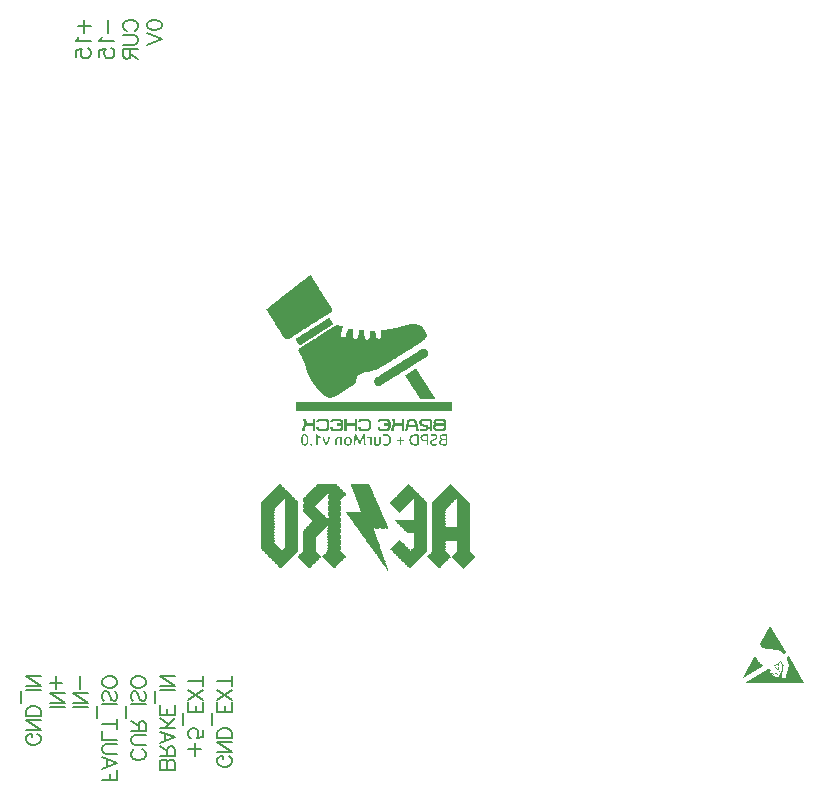
<source format=gbo>
G04*
G04 #@! TF.GenerationSoftware,Altium Limited,Altium Designer,20.0.11 (256)*
G04*
G04 Layer_Color=32896*
%FSLAX25Y25*%
%MOIN*%
G70*
G01*
G75*
%ADD18C,0.00800*%
G36*
X193040Y152310D02*
X193141D01*
Y152209D01*
X193242D01*
Y152108D01*
X193343D01*
Y152006D01*
X193444D01*
Y151905D01*
X193545D01*
Y151804D01*
X193647D01*
Y151703D01*
X193748D01*
Y151602D01*
X193849D01*
Y151501D01*
X193950D01*
Y151400D01*
X194051D01*
Y151298D01*
X194152D01*
Y151197D01*
X194253D01*
Y151096D01*
X194354D01*
Y150995D01*
X194456D01*
Y150894D01*
X194557D01*
Y150793D01*
X194658D01*
Y150691D01*
X194759D01*
Y150590D01*
X194860D01*
Y150489D01*
X194961D01*
Y150388D01*
X195062D01*
Y150287D01*
X195164D01*
Y150186D01*
X195265D01*
Y150085D01*
X195366D01*
Y149983D01*
X195467D01*
Y149882D01*
X195568D01*
Y149781D01*
X195669D01*
Y149680D01*
X195771D01*
Y149579D01*
X195872D01*
Y149478D01*
X195973D01*
Y149377D01*
X196074D01*
Y149275D01*
X196175D01*
Y149174D01*
X196276D01*
Y149073D01*
X196377D01*
Y148972D01*
X196479D01*
Y148871D01*
X196580D01*
Y148770D01*
X196681D01*
Y148669D01*
X196782D01*
Y148567D01*
X196883D01*
Y148466D01*
X196984D01*
Y148365D01*
X197085D01*
Y148264D01*
X197187D01*
Y148163D01*
X197288D01*
Y148062D01*
X197389D01*
Y147960D01*
X197490D01*
Y147859D01*
X197591D01*
Y147758D01*
X197692D01*
Y147657D01*
X197793D01*
Y147556D01*
X197895D01*
Y147455D01*
X197996D01*
Y147354D01*
X198097D01*
Y147253D01*
X198198D01*
Y147151D01*
X198299D01*
Y147050D01*
X198400D01*
Y146949D01*
X198502D01*
Y146848D01*
X198603D01*
Y146747D01*
X198704D01*
Y146646D01*
X198805D01*
Y146544D01*
X198906D01*
Y146443D01*
X199007D01*
Y146342D01*
X199108D01*
Y146241D01*
X199210D01*
Y146140D01*
X199311D01*
Y146039D01*
X199412D01*
Y145938D01*
X199513D01*
Y145836D01*
X199614D01*
Y145735D01*
X199513D01*
Y145634D01*
Y145533D01*
Y145432D01*
X199614D01*
Y145331D01*
X199513D01*
Y145229D01*
Y145128D01*
Y145027D01*
X199614D01*
Y144926D01*
X199513D01*
Y144825D01*
Y144724D01*
Y144623D01*
X199614D01*
Y144521D01*
X199513D01*
Y144420D01*
Y144319D01*
Y144218D01*
X199614D01*
Y144117D01*
X199513D01*
Y144016D01*
Y143915D01*
Y143814D01*
X199614D01*
Y143712D01*
X199513D01*
Y143611D01*
Y143510D01*
Y143409D01*
X199614D01*
Y143308D01*
X199513D01*
Y143207D01*
Y143105D01*
Y143004D01*
X199614D01*
Y142903D01*
X199513D01*
Y142802D01*
Y142701D01*
Y142600D01*
X199614D01*
Y142499D01*
X199513D01*
Y142397D01*
Y142296D01*
Y142195D01*
X199614D01*
Y142094D01*
X199513D01*
Y141993D01*
Y141892D01*
Y141790D01*
X199614D01*
Y141689D01*
X199513D01*
Y141588D01*
Y141487D01*
Y141386D01*
X199614D01*
Y141285D01*
X199513D01*
Y141184D01*
Y141083D01*
Y140981D01*
X199614D01*
Y140880D01*
X199513D01*
Y140779D01*
Y140678D01*
Y140577D01*
X199614D01*
Y140476D01*
X199513D01*
Y140375D01*
Y140273D01*
Y140172D01*
X199614D01*
Y140071D01*
X199513D01*
Y139970D01*
Y139869D01*
Y139768D01*
X199614D01*
Y139666D01*
X199513D01*
Y139565D01*
Y139464D01*
Y139363D01*
X199614D01*
Y139262D01*
X199513D01*
Y139161D01*
Y139059D01*
Y138958D01*
X199614D01*
Y138857D01*
X199513D01*
Y138756D01*
Y138655D01*
Y138554D01*
X199614D01*
Y138453D01*
X199513D01*
Y138352D01*
Y138250D01*
Y138149D01*
X199614D01*
Y138048D01*
X199513D01*
Y137947D01*
Y137846D01*
Y137745D01*
X199614D01*
Y137644D01*
X199513D01*
Y137542D01*
Y137441D01*
Y137340D01*
X199614D01*
Y137239D01*
X199513D01*
Y137138D01*
Y137037D01*
Y136935D01*
X199614D01*
Y136834D01*
X199513D01*
Y136733D01*
Y136632D01*
Y136531D01*
X199614D01*
Y136430D01*
X199513D01*
Y136329D01*
Y136227D01*
Y136126D01*
X199614D01*
Y136025D01*
X199513D01*
Y135924D01*
Y135823D01*
Y135722D01*
X199614D01*
Y135620D01*
X199513D01*
Y135519D01*
Y135418D01*
Y135317D01*
X199614D01*
Y135216D01*
X199513D01*
Y135115D01*
Y135014D01*
Y134913D01*
X199614D01*
Y134811D01*
X199513D01*
Y134710D01*
Y134609D01*
Y134508D01*
X199614D01*
Y134407D01*
X199513D01*
Y134306D01*
Y134204D01*
Y134103D01*
X199614D01*
Y134002D01*
X199513D01*
Y133901D01*
Y133800D01*
Y133699D01*
X199614D01*
Y133598D01*
X199513D01*
Y133496D01*
Y133395D01*
Y133294D01*
X199614D01*
Y133193D01*
X199513D01*
Y133092D01*
Y132991D01*
Y132890D01*
X199614D01*
Y132788D01*
X199513D01*
Y132687D01*
Y132586D01*
Y132485D01*
X199614D01*
Y132384D01*
X199513D01*
Y132283D01*
Y132182D01*
Y132080D01*
X199614D01*
Y131979D01*
X199513D01*
Y131878D01*
Y131777D01*
Y131676D01*
X199614D01*
Y131575D01*
X199513D01*
Y131474D01*
Y131372D01*
Y131271D01*
X199614D01*
Y131170D01*
X199513D01*
Y131069D01*
Y130968D01*
Y130867D01*
X199614D01*
Y130765D01*
X199513D01*
Y130664D01*
Y130563D01*
Y130462D01*
X199614D01*
Y130361D01*
X199513D01*
Y130260D01*
Y130159D01*
Y130057D01*
X199614D01*
Y129956D01*
X199513D01*
Y129855D01*
X199614D01*
Y129754D01*
X199715D01*
Y129653D01*
X199817D01*
Y129552D01*
X199918D01*
Y129451D01*
X200019D01*
Y129349D01*
X200120D01*
Y129248D01*
X200221D01*
Y129147D01*
X200322D01*
Y129046D01*
X200423D01*
Y128945D01*
X200524D01*
Y128844D01*
X200626D01*
Y128743D01*
X200727D01*
Y128641D01*
X200828D01*
Y128540D01*
X200929D01*
Y128439D01*
X201030D01*
Y128338D01*
X201131D01*
Y128237D01*
X201233D01*
Y128136D01*
X201334D01*
Y128034D01*
X201233D01*
Y127933D01*
X201131D01*
Y127832D01*
X201030D01*
Y127731D01*
X200929D01*
Y127630D01*
X200828D01*
Y127529D01*
X200727D01*
Y127428D01*
X200626D01*
Y127326D01*
X200524D01*
Y127225D01*
X200423D01*
Y127124D01*
X200322D01*
Y127023D01*
X200221D01*
Y126922D01*
X200120D01*
Y126821D01*
X200019D01*
Y126720D01*
X199918D01*
Y126618D01*
X199817D01*
Y126517D01*
X199715D01*
Y126416D01*
X199614D01*
Y126315D01*
X199513D01*
Y126214D01*
X199412D01*
Y126113D01*
X199311D01*
Y126012D01*
X199210D01*
Y125910D01*
X199108D01*
Y125809D01*
X199007D01*
Y125708D01*
X198906D01*
Y125607D01*
X198805D01*
Y125506D01*
X198704D01*
Y125405D01*
X198603D01*
Y125303D01*
X198502D01*
Y125202D01*
X198400D01*
Y125101D01*
X198299D01*
Y125000D01*
X198198D01*
Y124899D01*
X198097D01*
Y124798D01*
X197996D01*
Y124697D01*
X197895D01*
Y124595D01*
X197793D01*
Y124494D01*
X197692D01*
Y124393D01*
X197591D01*
Y124292D01*
X197490D01*
Y124191D01*
X197389D01*
Y124090D01*
X197288D01*
Y124191D01*
X197187D01*
Y124292D01*
X197085D01*
Y124393D01*
X196984D01*
Y124494D01*
X196883D01*
Y124595D01*
X196782D01*
Y124697D01*
X196681D01*
Y124798D01*
X196580D01*
Y124899D01*
X196479D01*
Y125000D01*
X196377D01*
Y125101D01*
X196276D01*
Y125202D01*
X196175D01*
Y125303D01*
X196074D01*
Y125405D01*
X195973D01*
Y125506D01*
X195872D01*
Y125607D01*
X195771D01*
Y125708D01*
X195669D01*
Y125809D01*
X195568D01*
Y125910D01*
X195467D01*
Y126012D01*
X195366D01*
Y126113D01*
X195265D01*
Y126214D01*
X195164D01*
Y126315D01*
X195062D01*
Y126416D01*
X194961D01*
Y126517D01*
X194860D01*
Y126618D01*
X194759D01*
Y126720D01*
X194658D01*
Y126821D01*
X194557D01*
Y126922D01*
X194456D01*
Y127023D01*
X194354D01*
Y127124D01*
X194253D01*
Y127225D01*
X194152D01*
Y127326D01*
X194051D01*
Y127428D01*
X193950D01*
Y127529D01*
X193849D01*
Y127630D01*
X193748D01*
Y127731D01*
X193647D01*
Y127832D01*
X193545D01*
Y127933D01*
X193444D01*
Y128034D01*
X193343D01*
Y128136D01*
X193444D01*
Y128237D01*
X193545D01*
Y128338D01*
X193647D01*
Y128439D01*
X193748D01*
Y128540D01*
X193849D01*
Y128641D01*
X193950D01*
Y128743D01*
X194051D01*
Y128844D01*
X194152D01*
Y128945D01*
X194253D01*
Y129046D01*
X194354D01*
Y129147D01*
X194456D01*
Y129248D01*
X194557D01*
Y129349D01*
X194658D01*
Y129451D01*
X194759D01*
Y129552D01*
X194860D01*
Y129653D01*
X194961D01*
Y129754D01*
X195062D01*
Y129855D01*
X195164D01*
Y129956D01*
X195062D01*
Y130057D01*
X195164D01*
Y130159D01*
Y130260D01*
Y130361D01*
X195062D01*
Y130462D01*
X195164D01*
Y130563D01*
Y130664D01*
Y130765D01*
X195062D01*
Y130867D01*
X195164D01*
Y130968D01*
Y131069D01*
Y131170D01*
X195062D01*
Y131271D01*
X195164D01*
Y131372D01*
Y131474D01*
Y131575D01*
X195062D01*
Y131676D01*
X195164D01*
Y131777D01*
Y131878D01*
Y131979D01*
X195062D01*
Y132080D01*
X195164D01*
Y132182D01*
Y132283D01*
Y132384D01*
X195062D01*
Y132485D01*
X195164D01*
Y132586D01*
Y132687D01*
Y132788D01*
X195062D01*
Y132890D01*
X195164D01*
Y132991D01*
Y133092D01*
Y133193D01*
X195062D01*
Y133294D01*
X195164D01*
Y133395D01*
X195062D01*
Y133496D01*
X191320D01*
Y133395D01*
X191421D01*
Y133294D01*
X191320D01*
Y133193D01*
X191421D01*
Y133092D01*
X191320D01*
Y132991D01*
X191421D01*
Y132890D01*
X191320D01*
Y132788D01*
X191421D01*
Y132687D01*
X191320D01*
Y132586D01*
X191421D01*
Y132485D01*
X191320D01*
Y132384D01*
X191421D01*
Y132283D01*
X191320D01*
Y132182D01*
X191421D01*
Y132080D01*
X191320D01*
Y131979D01*
X191421D01*
Y131878D01*
X191320D01*
Y131777D01*
X191421D01*
Y131676D01*
X191320D01*
Y131575D01*
X191421D01*
Y131474D01*
X191320D01*
Y131372D01*
X191421D01*
Y131271D01*
X191320D01*
Y131170D01*
X191421D01*
Y131069D01*
X191320D01*
Y130968D01*
X191421D01*
Y130867D01*
X191320D01*
Y130765D01*
X191421D01*
Y130664D01*
X191320D01*
Y130563D01*
X191421D01*
Y130462D01*
X191320D01*
Y130361D01*
X191421D01*
Y130260D01*
X191320D01*
Y130159D01*
X191421D01*
Y130057D01*
X191320D01*
Y129956D01*
X191421D01*
Y129855D01*
Y129754D01*
X191623D01*
Y129653D01*
Y129552D01*
X191826D01*
Y129451D01*
Y129349D01*
X192028D01*
Y129248D01*
Y129147D01*
X192230D01*
Y129046D01*
X192129D01*
Y128945D01*
X192433D01*
Y128844D01*
Y128743D01*
X192635D01*
Y128641D01*
X192534D01*
Y128540D01*
X192837D01*
Y128439D01*
Y128338D01*
X193040D01*
Y128237D01*
X192938D01*
Y128136D01*
X193242D01*
Y128034D01*
X192938D01*
Y127933D01*
X193040D01*
Y127832D01*
X192736D01*
Y127731D01*
X192837D01*
Y127630D01*
X192534D01*
Y127529D01*
X192635D01*
Y127428D01*
X192332D01*
Y127326D01*
X192433D01*
Y127225D01*
X192129D01*
Y127124D01*
X192230D01*
Y127023D01*
X191927D01*
Y126922D01*
X192028D01*
Y126821D01*
X191725D01*
Y126720D01*
X191826D01*
Y126618D01*
X191522D01*
Y126517D01*
X191623D01*
Y126416D01*
X191522D01*
Y126315D01*
X191421D01*
Y126214D01*
X191320D01*
Y126113D01*
X191219D01*
Y126214D01*
X191118D01*
Y126113D01*
X191219D01*
Y126012D01*
X191118D01*
Y125910D01*
X191017D01*
Y125809D01*
X190916D01*
Y125708D01*
X190814D01*
Y125809D01*
X190713D01*
Y125708D01*
X190814D01*
Y125607D01*
X190713D01*
Y125506D01*
X190612D01*
Y125405D01*
X190511D01*
Y125303D01*
X190410D01*
Y125405D01*
X190309D01*
Y125303D01*
X190410D01*
Y125202D01*
X190309D01*
Y125101D01*
X190208D01*
Y125000D01*
X190106D01*
Y124899D01*
X190005D01*
Y125000D01*
X189904D01*
Y124899D01*
X190005D01*
Y124798D01*
X189904D01*
Y124697D01*
X189803D01*
Y124595D01*
X189702D01*
Y124494D01*
X189601D01*
Y124393D01*
X189499D01*
Y124292D01*
X189398D01*
Y124191D01*
X189297D01*
Y124090D01*
X189196D01*
Y124191D01*
X189095D01*
Y124292D01*
X188994D01*
Y124393D01*
X188893D01*
Y124494D01*
X188791D01*
Y124595D01*
X188690D01*
Y124697D01*
X188589D01*
Y124798D01*
X188488D01*
Y124899D01*
X188387D01*
Y125000D01*
X188286D01*
Y125101D01*
X188184D01*
Y125202D01*
X188083D01*
Y125303D01*
X187982D01*
Y125405D01*
X187881D01*
Y125506D01*
X187780D01*
Y125607D01*
X187679D01*
Y125708D01*
X187578D01*
Y125809D01*
X187477D01*
Y125910D01*
X187375D01*
Y126012D01*
X187274D01*
Y126113D01*
X187173D01*
Y126214D01*
X187072D01*
Y126315D01*
X186971D01*
Y126416D01*
X186870D01*
Y126517D01*
X186768D01*
Y126618D01*
X186667D01*
Y126720D01*
X186566D01*
Y126821D01*
X186465D01*
Y126922D01*
X186364D01*
Y127023D01*
X186263D01*
Y127124D01*
X186162D01*
Y127225D01*
X186060D01*
Y127326D01*
X185959D01*
Y127428D01*
X185858D01*
Y127529D01*
X185757D01*
Y127630D01*
X185656D01*
Y127731D01*
X185555D01*
Y127832D01*
X185453D01*
Y127933D01*
X185352D01*
Y128034D01*
X185251D01*
Y128136D01*
X185352D01*
Y128237D01*
X185453D01*
Y128338D01*
X185555D01*
Y128439D01*
X185656D01*
Y128540D01*
X185757D01*
Y128641D01*
X185858D01*
Y128743D01*
X185959D01*
Y128844D01*
X186060D01*
Y128945D01*
X186162D01*
Y129046D01*
X186060D01*
Y129147D01*
X186364D01*
Y129248D01*
X186263D01*
Y129349D01*
X186566D01*
Y129451D01*
X186465D01*
Y129552D01*
X186667D01*
Y129653D01*
Y129754D01*
X186870D01*
Y129855D01*
Y129956D01*
X186971D01*
Y130057D01*
X186870D01*
Y130159D01*
X186971D01*
Y130260D01*
X186870D01*
Y130361D01*
X186971D01*
Y130462D01*
X186870D01*
Y130563D01*
X186971D01*
Y130664D01*
X186870D01*
Y130765D01*
X186971D01*
Y130867D01*
X186870D01*
Y130968D01*
X186971D01*
Y131069D01*
X186870D01*
Y131170D01*
X186971D01*
Y131271D01*
X186870D01*
Y131372D01*
X186971D01*
Y131474D01*
X186870D01*
Y131575D01*
X186971D01*
Y131676D01*
X186870D01*
Y131777D01*
X186971D01*
Y131878D01*
X186870D01*
Y131979D01*
X186971D01*
Y132080D01*
X186870D01*
Y132182D01*
X186971D01*
Y132283D01*
X186870D01*
Y132384D01*
X186971D01*
Y132485D01*
X186870D01*
Y132586D01*
X186971D01*
Y132687D01*
X186870D01*
Y132788D01*
X186971D01*
Y132890D01*
X186870D01*
Y132991D01*
X186971D01*
Y133092D01*
X186870D01*
Y133193D01*
X186971D01*
Y133294D01*
X186870D01*
Y133395D01*
X186971D01*
Y133496D01*
X186870D01*
Y133598D01*
X186971D01*
Y133699D01*
X186870D01*
Y133800D01*
X186971D01*
Y133901D01*
X186870D01*
Y134002D01*
X186971D01*
Y134103D01*
X186870D01*
Y134204D01*
X186971D01*
Y134306D01*
X186870D01*
Y134407D01*
X186971D01*
Y134508D01*
X186870D01*
Y134609D01*
X186971D01*
Y134710D01*
X186870D01*
Y134811D01*
X186971D01*
Y134913D01*
X186870D01*
Y135014D01*
X186971D01*
Y135115D01*
X186870D01*
Y135216D01*
X186971D01*
Y135317D01*
X186870D01*
Y135418D01*
X186971D01*
Y135519D01*
X186870D01*
Y135620D01*
X186971D01*
Y135722D01*
X186870D01*
Y135823D01*
X186971D01*
Y135924D01*
X186870D01*
Y136025D01*
X186971D01*
Y136126D01*
X186870D01*
Y136227D01*
X186971D01*
Y136329D01*
X186870D01*
Y136430D01*
X186971D01*
Y136531D01*
X186870D01*
Y136632D01*
X186971D01*
Y136733D01*
X186870D01*
Y136834D01*
X186971D01*
Y136935D01*
X186870D01*
Y137037D01*
X186971D01*
Y137138D01*
X186870D01*
Y137239D01*
X186971D01*
Y137340D01*
X186870D01*
Y137441D01*
X186971D01*
Y137542D01*
X186870D01*
Y137644D01*
X186971D01*
Y137745D01*
X186870D01*
Y137846D01*
X186971D01*
Y137947D01*
X186870D01*
Y138048D01*
X186971D01*
Y138149D01*
X186870D01*
Y138250D01*
X186971D01*
Y138352D01*
X186870D01*
Y138453D01*
X186971D01*
Y138554D01*
X186870D01*
Y138655D01*
X186971D01*
Y138756D01*
X186870D01*
Y138857D01*
X186971D01*
Y138958D01*
X186870D01*
Y139059D01*
X186971D01*
Y139161D01*
X186870D01*
Y139262D01*
X186971D01*
Y139363D01*
X186870D01*
Y139464D01*
X186971D01*
Y139565D01*
X186870D01*
Y139666D01*
X186971D01*
Y139768D01*
X186870D01*
Y139869D01*
X186971D01*
Y139970D01*
X186870D01*
Y140071D01*
X186971D01*
Y140172D01*
X186870D01*
Y140273D01*
X186971D01*
Y140375D01*
X186870D01*
Y140476D01*
X186971D01*
Y140577D01*
X186870D01*
Y140678D01*
X186971D01*
Y140779D01*
X186870D01*
Y140880D01*
X186971D01*
Y140981D01*
X186870D01*
Y141083D01*
X186971D01*
Y141184D01*
X186870D01*
Y141285D01*
X186971D01*
Y141386D01*
X186870D01*
Y141487D01*
X186971D01*
Y141588D01*
X186870D01*
Y141689D01*
X186971D01*
Y141790D01*
X186870D01*
Y141892D01*
X186971D01*
Y141993D01*
X186870D01*
Y142094D01*
X186971D01*
Y142195D01*
X186870D01*
Y142296D01*
X186971D01*
Y142397D01*
X186870D01*
Y142499D01*
X186971D01*
Y142600D01*
X186870D01*
Y142701D01*
X186971D01*
Y142802D01*
X186870D01*
Y142903D01*
X186971D01*
Y143004D01*
X186870D01*
Y143105D01*
X186971D01*
Y143207D01*
X186870D01*
Y143308D01*
X186971D01*
Y143409D01*
X186870D01*
Y143510D01*
X186971D01*
Y143611D01*
X186870D01*
Y143712D01*
X186971D01*
Y143814D01*
X186870D01*
Y143915D01*
X186971D01*
Y144016D01*
X186870D01*
Y144117D01*
X186971D01*
Y144218D01*
X186870D01*
Y144319D01*
X186971D01*
Y144420D01*
X186870D01*
Y144521D01*
X186971D01*
Y144623D01*
X186870D01*
Y144724D01*
X186971D01*
Y144825D01*
X186870D01*
Y144926D01*
X186971D01*
Y145027D01*
X186870D01*
Y145128D01*
X186971D01*
Y145229D01*
X186870D01*
Y145331D01*
X186971D01*
Y145432D01*
X186870D01*
Y145533D01*
X186971D01*
Y145634D01*
X186870D01*
Y145735D01*
X186971D01*
Y145836D01*
X186870D01*
Y145938D01*
X186971D01*
Y146039D01*
X186870D01*
Y146140D01*
X186971D01*
Y146241D01*
X186870D01*
Y146342D01*
X186971D01*
Y146443D01*
X187072D01*
Y146544D01*
X187173D01*
Y146646D01*
X187274D01*
Y146747D01*
X187375D01*
Y146848D01*
X187477D01*
Y146949D01*
X187578D01*
Y147050D01*
X187679D01*
Y147151D01*
X187780D01*
Y147253D01*
X187881D01*
Y147354D01*
X187982D01*
Y147455D01*
X188083D01*
Y147556D01*
X188184D01*
Y147657D01*
X188286D01*
Y147556D01*
X188387D01*
Y147657D01*
X188286D01*
Y147758D01*
X188387D01*
Y147859D01*
X188488D01*
Y147960D01*
X188589D01*
Y148062D01*
X188690D01*
Y148163D01*
X188791D01*
Y148264D01*
X188893D01*
Y148365D01*
X188994D01*
Y148466D01*
X189095D01*
Y148365D01*
X189196D01*
Y148466D01*
X189095D01*
Y148567D01*
X189196D01*
Y148669D01*
X189297D01*
Y148770D01*
X189398D01*
Y148871D01*
X189499D01*
Y148972D01*
X189601D01*
Y149073D01*
X189702D01*
Y149174D01*
X189803D01*
Y149275D01*
X189904D01*
Y149377D01*
X190005D01*
Y149478D01*
X190106D01*
Y149579D01*
X190208D01*
Y149680D01*
X190309D01*
Y149781D01*
X190410D01*
Y149882D01*
X190511D01*
Y149983D01*
X190612D01*
Y150085D01*
X190713D01*
Y149983D01*
X190814D01*
Y150085D01*
X190713D01*
Y150186D01*
X190814D01*
Y150287D01*
X190916D01*
Y150388D01*
X191017D01*
Y150489D01*
X191118D01*
Y150590D01*
X191219D01*
Y150691D01*
X191320D01*
Y150793D01*
X191421D01*
Y150894D01*
X191522D01*
Y150793D01*
X191623D01*
Y150894D01*
X191522D01*
Y150995D01*
X191623D01*
Y151096D01*
X191725D01*
Y151197D01*
X191826D01*
Y151298D01*
X191927D01*
Y151400D01*
X192028D01*
Y151501D01*
X192129D01*
Y151602D01*
X192230D01*
Y151703D01*
X192332D01*
Y151804D01*
X192433D01*
Y151905D01*
X192534D01*
Y152006D01*
X192635D01*
Y152108D01*
X192736D01*
Y152209D01*
X192837D01*
Y152310D01*
X192938D01*
Y152411D01*
X193040D01*
Y152310D01*
D02*
G37*
G36*
X165932D02*
Y152209D01*
Y152108D01*
X166033D01*
Y152006D01*
X166134D01*
Y151905D01*
Y151804D01*
Y151703D01*
X166236D01*
Y151602D01*
X166337D01*
Y151501D01*
X166236D01*
Y151400D01*
X166337D01*
Y151298D01*
X166438D01*
Y151197D01*
X166539D01*
Y151096D01*
X166438D01*
Y150995D01*
X166539D01*
Y150894D01*
X166640D01*
Y150793D01*
Y150691D01*
Y150590D01*
X166741D01*
Y150489D01*
Y150388D01*
X166842D01*
Y150287D01*
Y150186D01*
X166944D01*
Y150085D01*
X166842D01*
Y149983D01*
X166944D01*
Y149882D01*
X167045D01*
Y149781D01*
X167146D01*
Y149680D01*
X167045D01*
Y149579D01*
X167146D01*
Y149478D01*
X167247D01*
Y149377D01*
Y149275D01*
Y149174D01*
X167348D01*
Y149073D01*
Y148972D01*
X167449D01*
Y148871D01*
Y148770D01*
X167551D01*
Y148669D01*
X167449D01*
Y148567D01*
X167551D01*
Y148466D01*
X167652D01*
Y148365D01*
X167753D01*
Y148264D01*
X167652D01*
Y148163D01*
X167753D01*
Y148062D01*
X167854D01*
Y147960D01*
Y147859D01*
Y147758D01*
X167955D01*
Y147657D01*
Y147556D01*
X168157D01*
Y147455D01*
X168056D01*
Y147354D01*
X168157D01*
Y147253D01*
Y147151D01*
Y147050D01*
X168259D01*
Y146949D01*
X168360D01*
Y146848D01*
X168259D01*
Y146747D01*
X168360D01*
Y146646D01*
X168461D01*
Y146544D01*
X168562D01*
Y146443D01*
X168461D01*
Y146342D01*
X168562D01*
Y146241D01*
X168663D01*
Y146140D01*
Y146039D01*
Y145938D01*
X168764D01*
Y145836D01*
X168865D01*
Y145735D01*
Y145634D01*
Y145533D01*
X168967D01*
Y145432D01*
Y145331D01*
Y145229D01*
X169068D01*
Y145128D01*
X169169D01*
Y145027D01*
X169068D01*
Y144926D01*
X169169D01*
Y144825D01*
X169270D01*
Y144724D01*
X169371D01*
Y144623D01*
X169270D01*
Y144521D01*
X169371D01*
Y144420D01*
X169472D01*
Y144319D01*
Y144218D01*
Y144117D01*
X169573D01*
Y144016D01*
Y143915D01*
X169675D01*
Y143814D01*
Y143712D01*
X169776D01*
Y143611D01*
X169675D01*
Y143510D01*
X169776D01*
Y143409D01*
X169877D01*
Y143308D01*
X169978D01*
Y143207D01*
X169877D01*
Y143105D01*
X169978D01*
Y143004D01*
X170079D01*
Y142903D01*
Y142802D01*
Y142701D01*
X170180D01*
Y142600D01*
Y142499D01*
X170282D01*
Y142397D01*
Y142296D01*
X170383D01*
Y142195D01*
X170282D01*
Y142094D01*
X170383D01*
Y141993D01*
X170484D01*
Y141892D01*
X170585D01*
Y141790D01*
Y141689D01*
Y141588D01*
X170686D01*
Y141487D01*
X170787D01*
Y141386D01*
X170686D01*
Y141285D01*
X170787D01*
Y141184D01*
X170888D01*
Y141083D01*
X170990D01*
Y140981D01*
X170888D01*
Y140880D01*
X170990D01*
Y140779D01*
Y140678D01*
X171091D01*
Y140577D01*
Y140476D01*
X171192D01*
Y140375D01*
Y140273D01*
Y140172D01*
X171293D01*
Y140071D01*
X171394D01*
Y139970D01*
X171293D01*
Y139869D01*
X171394D01*
Y139768D01*
X171495D01*
Y139666D01*
X171596D01*
Y139565D01*
X171495D01*
Y139464D01*
X171596D01*
Y139363D01*
X171697D01*
Y139262D01*
Y139161D01*
Y139059D01*
X171799D01*
Y138958D01*
Y138857D01*
Y138756D01*
X171900D01*
Y138655D01*
X172001D01*
Y138554D01*
X171900D01*
Y138453D01*
X172001D01*
Y138352D01*
X172102D01*
Y138250D01*
X172203D01*
Y138149D01*
X172102D01*
Y138048D01*
X172203D01*
Y137947D01*
X172304D01*
Y137846D01*
Y137745D01*
Y137644D01*
X172406D01*
Y137542D01*
X172304D01*
Y137441D01*
X172203D01*
Y137542D01*
X172102D01*
Y137441D01*
X171799D01*
Y137542D01*
X171697D01*
Y137441D01*
X171394D01*
Y137542D01*
X171293D01*
Y137441D01*
X170990D01*
Y137542D01*
X170888D01*
Y137441D01*
X170585D01*
Y137542D01*
X170484D01*
Y137441D01*
X170180D01*
Y137542D01*
X170079D01*
Y137441D01*
X169776D01*
Y137542D01*
X169675D01*
Y137441D01*
X169371D01*
Y137542D01*
X169270D01*
Y137441D01*
X168967D01*
Y137542D01*
X168865D01*
Y137441D01*
X168562D01*
Y137542D01*
X168461D01*
Y137441D01*
X168157D01*
Y137542D01*
X168056D01*
Y137441D01*
X167753D01*
Y137542D01*
X167652D01*
Y137441D01*
X167551D01*
Y137340D01*
X167449D01*
Y137239D01*
X167551D01*
Y137138D01*
Y137037D01*
X167652D01*
Y136935D01*
Y136834D01*
X167753D01*
Y136733D01*
X167652D01*
Y136632D01*
X167753D01*
Y136531D01*
Y136430D01*
Y136329D01*
X167854D01*
Y136227D01*
X167955D01*
Y136126D01*
X167854D01*
Y136025D01*
X167955D01*
Y135924D01*
Y135823D01*
X168056D01*
Y135722D01*
Y135620D01*
X168157D01*
Y135519D01*
X168056D01*
Y135418D01*
X168157D01*
Y135317D01*
Y135216D01*
X168259D01*
Y135115D01*
Y135014D01*
X168360D01*
Y134913D01*
X168259D01*
Y134811D01*
X168360D01*
Y134710D01*
X168461D01*
Y134609D01*
X168562D01*
Y134508D01*
X168461D01*
Y134407D01*
X168562D01*
Y134306D01*
X168461D01*
Y134204D01*
X168562D01*
Y134103D01*
X168663D01*
Y134002D01*
Y133901D01*
Y133800D01*
X168764D01*
Y133699D01*
X168663D01*
Y133598D01*
X168764D01*
Y133496D01*
X168865D01*
Y133395D01*
X168967D01*
Y133294D01*
X168865D01*
Y133193D01*
X168967D01*
Y133092D01*
X168865D01*
Y132991D01*
X168967D01*
Y132890D01*
X169068D01*
Y132788D01*
X169169D01*
Y132687D01*
X169068D01*
Y132586D01*
X169169D01*
Y132485D01*
Y132384D01*
Y132283D01*
X169270D01*
Y132182D01*
X169371D01*
Y132080D01*
X169270D01*
Y131979D01*
X169371D01*
Y131878D01*
Y131777D01*
Y131676D01*
X169472D01*
Y131575D01*
X169573D01*
Y131474D01*
X169472D01*
Y131372D01*
X169573D01*
Y131271D01*
X169675D01*
Y131170D01*
X169573D01*
Y131069D01*
X169675D01*
Y130968D01*
X169776D01*
Y130867D01*
X169675D01*
Y130765D01*
X169776D01*
Y130664D01*
X169877D01*
Y130563D01*
Y130462D01*
Y130361D01*
X169978D01*
Y130260D01*
X169877D01*
Y130159D01*
X169978D01*
Y130057D01*
X170079D01*
Y129956D01*
Y129855D01*
Y129754D01*
X170180D01*
Y129653D01*
Y129552D01*
Y129451D01*
X170282D01*
Y129349D01*
Y129248D01*
Y129147D01*
X170383D01*
Y129046D01*
X170282D01*
Y128945D01*
X170383D01*
Y128844D01*
X170484D01*
Y128743D01*
Y128641D01*
Y128540D01*
X170585D01*
Y128439D01*
Y128338D01*
Y128237D01*
X170686D01*
Y128136D01*
Y128034D01*
Y127933D01*
X170787D01*
Y127832D01*
Y127731D01*
Y127630D01*
X170888D01*
Y127529D01*
X170990D01*
Y127428D01*
X170888D01*
Y127326D01*
X170990D01*
Y127225D01*
Y127124D01*
Y127023D01*
X171091D01*
Y126922D01*
X171192D01*
Y126821D01*
X171091D01*
Y126720D01*
X171192D01*
Y126618D01*
Y126517D01*
X171394D01*
Y126416D01*
X171293D01*
Y126315D01*
X171394D01*
Y126214D01*
X171293D01*
Y126113D01*
X171394D01*
Y126012D01*
Y125910D01*
X171495D01*
Y125809D01*
Y125708D01*
X171596D01*
Y125607D01*
X171495D01*
Y125506D01*
X171596D01*
Y125405D01*
Y125303D01*
X171799D01*
Y125202D01*
X171697D01*
Y125101D01*
X171799D01*
Y125000D01*
X171697D01*
Y124899D01*
X171799D01*
Y124798D01*
X171900D01*
Y124697D01*
Y124595D01*
Y124494D01*
X172001D01*
Y124393D01*
X171900D01*
Y124292D01*
X172001D01*
Y124191D01*
X172102D01*
Y124090D01*
X172203D01*
Y123989D01*
X172102D01*
Y123887D01*
X172203D01*
Y123786D01*
X172102D01*
Y123685D01*
X172203D01*
Y123584D01*
X172304D01*
Y123483D01*
X172406D01*
Y123382D01*
X172304D01*
Y123281D01*
X172203D01*
Y123382D01*
X172102D01*
Y123483D01*
X172001D01*
Y123584D01*
X171900D01*
Y123685D01*
Y123786D01*
X171799D01*
Y123887D01*
Y123989D01*
X171697D01*
Y124090D01*
X171596D01*
Y124191D01*
X171495D01*
Y124292D01*
Y124393D01*
X171293D01*
Y124494D01*
X171394D01*
Y124595D01*
X171293D01*
Y124697D01*
X171192D01*
Y124798D01*
X171091D01*
Y124899D01*
X170990D01*
Y125000D01*
X170888D01*
Y125101D01*
Y125202D01*
X170787D01*
Y125303D01*
Y125405D01*
X170686D01*
Y125506D01*
X170585D01*
Y125607D01*
X170484D01*
Y125708D01*
X170585D01*
Y125809D01*
X170282D01*
Y125910D01*
X170383D01*
Y126012D01*
X170282D01*
Y126113D01*
X170180D01*
Y126214D01*
X170079D01*
Y126315D01*
X169978D01*
Y126416D01*
X169877D01*
Y126517D01*
Y126618D01*
X169776D01*
Y126720D01*
Y126821D01*
X169675D01*
Y126922D01*
X169573D01*
Y127023D01*
X169472D01*
Y127124D01*
X169371D01*
Y127225D01*
X169270D01*
Y127326D01*
X169371D01*
Y127428D01*
X169270D01*
Y127529D01*
X169169D01*
Y127630D01*
X169068D01*
Y127731D01*
X168967D01*
Y127832D01*
X168865D01*
Y127933D01*
X168764D01*
Y128034D01*
Y128136D01*
Y128237D01*
X168663D01*
Y128338D01*
X168562D01*
Y128439D01*
X168461D01*
Y128540D01*
X168360D01*
Y128641D01*
X168259D01*
Y128743D01*
X168360D01*
Y128844D01*
X168259D01*
Y128945D01*
X168157D01*
Y129046D01*
X168056D01*
Y129147D01*
X167955D01*
Y129248D01*
X167854D01*
Y129349D01*
X167753D01*
Y129451D01*
Y129552D01*
Y129653D01*
X167652D01*
Y129754D01*
X167551D01*
Y129855D01*
X167449D01*
Y129956D01*
X167348D01*
Y130057D01*
X167247D01*
Y130159D01*
X167348D01*
Y130260D01*
X167247D01*
Y130361D01*
X167146D01*
Y130462D01*
X167045D01*
Y130563D01*
X166944D01*
Y130664D01*
X166842D01*
Y130765D01*
X166741D01*
Y130867D01*
X166640D01*
Y130968D01*
X166741D01*
Y131069D01*
X166640D01*
Y131170D01*
X166539D01*
Y131271D01*
X166438D01*
Y131372D01*
X166337D01*
Y131474D01*
X166236D01*
Y131575D01*
X166337D01*
Y131676D01*
X166033D01*
Y131777D01*
X166134D01*
Y131878D01*
X166033D01*
Y131979D01*
X165932D01*
Y132080D01*
X165831D01*
Y132182D01*
X165730D01*
Y132283D01*
Y132384D01*
Y132485D01*
X165527D01*
Y132586D01*
Y132687D01*
X165426D01*
Y132788D01*
X165325D01*
Y132890D01*
X165224D01*
Y132991D01*
X165325D01*
Y133092D01*
X165022D01*
Y133193D01*
X165123D01*
Y133294D01*
X165022D01*
Y133395D01*
X164921D01*
Y133496D01*
X164820D01*
Y133598D01*
X164718D01*
Y133699D01*
X164617D01*
Y133800D01*
X164718D01*
Y133901D01*
X164516D01*
Y134002D01*
Y134103D01*
X164415D01*
Y134204D01*
X164314D01*
Y134306D01*
X164213D01*
Y134407D01*
Y134508D01*
X164010D01*
Y134609D01*
X164111D01*
Y134710D01*
X164010D01*
Y134811D01*
X163909D01*
Y134913D01*
X163808D01*
Y135014D01*
X163707D01*
Y135115D01*
X163606D01*
Y135216D01*
Y135317D01*
X163505D01*
Y135418D01*
Y135519D01*
X163403D01*
Y135620D01*
X163302D01*
Y135722D01*
X163201D01*
Y135823D01*
Y135924D01*
X162999D01*
Y136025D01*
X163100D01*
Y136126D01*
X162999D01*
Y136227D01*
X162898D01*
Y136329D01*
X162797D01*
Y136430D01*
X162695D01*
Y136531D01*
X162594D01*
Y136632D01*
Y136733D01*
X162493D01*
Y136834D01*
Y136935D01*
X162392D01*
Y137037D01*
X162291D01*
Y137138D01*
X162190D01*
Y137239D01*
Y137340D01*
X161987D01*
Y137441D01*
X162089D01*
Y137542D01*
X161987D01*
Y137644D01*
X161886D01*
Y137745D01*
X161785D01*
Y137846D01*
X161684D01*
Y137947D01*
X161583D01*
Y138048D01*
Y138149D01*
X161482D01*
Y138250D01*
Y138352D01*
X161381D01*
Y138453D01*
X161279D01*
Y138554D01*
X161178D01*
Y138655D01*
Y138756D01*
X160976D01*
Y138857D01*
X161077D01*
Y138958D01*
X160976D01*
Y139059D01*
X160875D01*
Y139161D01*
X160774D01*
Y139262D01*
X160672D01*
Y139363D01*
X160571D01*
Y139464D01*
Y139565D01*
X160470D01*
Y139666D01*
Y139768D01*
X160369D01*
Y139869D01*
X160268D01*
Y139970D01*
X160167D01*
Y140071D01*
X160066D01*
Y140172D01*
X159964D01*
Y140273D01*
X160066D01*
Y140375D01*
X159964D01*
Y140476D01*
X159863D01*
Y140577D01*
X159762D01*
Y140678D01*
X159661D01*
Y140779D01*
X159560D01*
Y140880D01*
X159459D01*
Y140981D01*
Y141083D01*
Y141184D01*
X159358D01*
Y141285D01*
X159256D01*
Y141386D01*
X159155D01*
Y141487D01*
X159054D01*
Y141588D01*
X158953D01*
Y141689D01*
X159054D01*
Y141790D01*
X158751D01*
Y141892D01*
X158852D01*
Y141993D01*
X158751D01*
Y142094D01*
X158650D01*
Y142195D01*
X158548D01*
Y142296D01*
X158447D01*
Y142397D01*
Y142499D01*
Y142600D01*
X158346D01*
Y142701D01*
X158245D01*
Y142802D01*
X158144D01*
Y142903D01*
X158245D01*
Y143004D01*
X158346D01*
Y142903D01*
X158447D01*
Y143004D01*
X158346D01*
Y143105D01*
X158447D01*
Y143004D01*
X158548D01*
Y142903D01*
X158650D01*
Y143004D01*
X158751D01*
Y142903D01*
X158852D01*
Y143004D01*
X158751D01*
Y143105D01*
X158852D01*
Y143004D01*
X158953D01*
Y142903D01*
X159054D01*
Y143004D01*
X159155D01*
Y142903D01*
X159256D01*
Y143004D01*
X159155D01*
Y143105D01*
X159256D01*
Y143004D01*
X159358D01*
Y142903D01*
X159459D01*
Y143004D01*
X159560D01*
Y142903D01*
X159661D01*
Y143004D01*
X159560D01*
Y143105D01*
X159661D01*
Y143004D01*
X159762D01*
Y142903D01*
X159863D01*
Y143004D01*
X159964D01*
Y142903D01*
X160066D01*
Y143004D01*
X159964D01*
Y143105D01*
X160066D01*
Y143004D01*
X160167D01*
Y142903D01*
X160268D01*
Y143004D01*
X160369D01*
Y142903D01*
X160470D01*
Y143004D01*
X160369D01*
Y143105D01*
X160470D01*
Y143004D01*
X160571D01*
Y142903D01*
X160672D01*
Y143004D01*
X160774D01*
Y142903D01*
X160875D01*
Y143004D01*
X160774D01*
Y143105D01*
X160875D01*
Y143004D01*
X160976D01*
Y142903D01*
X161077D01*
Y143004D01*
X161178D01*
Y142903D01*
X161279D01*
Y143004D01*
X161178D01*
Y143105D01*
X161279D01*
Y143004D01*
X161381D01*
Y142903D01*
X161482D01*
Y143004D01*
X161583D01*
Y142903D01*
X161684D01*
Y143004D01*
X161583D01*
Y143105D01*
X161684D01*
Y143004D01*
X161785D01*
Y142903D01*
X161886D01*
Y143004D01*
X161987D01*
Y142903D01*
X162089D01*
Y143004D01*
X161987D01*
Y143105D01*
X162089D01*
Y143004D01*
X162190D01*
Y142903D01*
X162291D01*
Y143004D01*
X162392D01*
Y142903D01*
X162493D01*
Y143004D01*
X162392D01*
Y143105D01*
X162493D01*
Y143004D01*
X162594D01*
Y142903D01*
X162695D01*
Y143004D01*
X162797D01*
Y142903D01*
X162898D01*
Y143004D01*
X162797D01*
Y143105D01*
X162898D01*
Y143004D01*
X162999D01*
Y142903D01*
X163100D01*
Y143004D01*
X163201D01*
Y143105D01*
X163100D01*
Y143207D01*
X162999D01*
Y143308D01*
X163100D01*
Y143409D01*
X162999D01*
Y143510D01*
Y143611D01*
Y143712D01*
X162898D01*
Y143814D01*
X162797D01*
Y143915D01*
X162898D01*
Y144016D01*
X162797D01*
Y144117D01*
X162695D01*
Y144218D01*
Y144319D01*
Y144420D01*
X162594D01*
Y144521D01*
X162695D01*
Y144623D01*
X162594D01*
Y144724D01*
X162493D01*
Y144825D01*
Y144926D01*
Y145027D01*
X162392D01*
Y145128D01*
X162493D01*
Y145229D01*
X162392D01*
Y145331D01*
X162291D01*
Y145432D01*
Y145533D01*
Y145634D01*
X162190D01*
Y145735D01*
Y145836D01*
Y145938D01*
X162089D01*
Y146039D01*
X161987D01*
Y146140D01*
X162089D01*
Y146241D01*
X161987D01*
Y146342D01*
Y146443D01*
Y146544D01*
X161886D01*
Y146646D01*
X161785D01*
Y146747D01*
X161886D01*
Y146848D01*
X161785D01*
Y146949D01*
X161684D01*
Y147050D01*
X161583D01*
Y147151D01*
X161684D01*
Y147253D01*
X161583D01*
Y147354D01*
Y147455D01*
Y147556D01*
X161482D01*
Y147657D01*
X161381D01*
Y147758D01*
X161482D01*
Y147859D01*
X161381D01*
Y147960D01*
Y148062D01*
X161279D01*
Y148163D01*
Y148264D01*
X161178D01*
Y148365D01*
X161279D01*
Y148466D01*
X161178D01*
Y148567D01*
X161077D01*
Y148669D01*
Y148770D01*
Y148871D01*
X160976D01*
Y148972D01*
X161077D01*
Y149073D01*
X160976D01*
Y149174D01*
X160875D01*
Y149275D01*
Y149377D01*
Y149478D01*
X160774D01*
Y149579D01*
X160875D01*
Y149680D01*
X160774D01*
Y149781D01*
X160672D01*
Y149882D01*
X160571D01*
Y149983D01*
X160672D01*
Y150085D01*
X160571D01*
Y150186D01*
Y150287D01*
Y150388D01*
X160470D01*
Y150489D01*
X160369D01*
Y150590D01*
X160470D01*
Y150691D01*
X160369D01*
Y150793D01*
X160268D01*
Y150894D01*
Y150995D01*
Y151096D01*
X160167D01*
Y151197D01*
X160268D01*
Y151298D01*
X160167D01*
Y151400D01*
X160066D01*
Y151501D01*
X159964D01*
Y151602D01*
X160066D01*
Y151703D01*
X159964D01*
Y151804D01*
Y151905D01*
Y152006D01*
X159863D01*
Y152108D01*
X159762D01*
Y152209D01*
X159863D01*
Y152310D01*
X159762D01*
Y152411D01*
X165932D01*
Y152310D01*
D02*
G37*
G36*
X179182Y152209D02*
X179284D01*
Y152108D01*
X179385D01*
Y152006D01*
X179587D01*
Y151905D01*
Y151804D01*
X179688D01*
Y151703D01*
X179789D01*
Y151602D01*
X179992D01*
Y151501D01*
Y151400D01*
X180093D01*
Y151298D01*
X180194D01*
Y151197D01*
X180396D01*
Y151096D01*
Y150995D01*
X180497D01*
Y150894D01*
X180598D01*
Y150793D01*
X180801D01*
Y150691D01*
Y150590D01*
X180902D01*
Y150489D01*
X181003D01*
Y150388D01*
X181205D01*
Y150287D01*
Y150186D01*
X181307D01*
Y150085D01*
X181408D01*
Y149983D01*
X181610D01*
Y149882D01*
Y149781D01*
X181711D01*
Y149680D01*
X181812D01*
Y149579D01*
X182015D01*
Y149478D01*
Y149377D01*
X182116D01*
Y149275D01*
X182217D01*
Y149174D01*
X182419D01*
Y149073D01*
Y148972D01*
X182520D01*
Y148871D01*
X182621D01*
Y148770D01*
X182824D01*
Y148669D01*
Y148567D01*
X182925D01*
Y148466D01*
X183026D01*
Y148365D01*
X183228D01*
Y148264D01*
Y148163D01*
X183329D01*
Y148062D01*
X183431D01*
Y147960D01*
X183633D01*
Y147859D01*
Y147758D01*
X183734D01*
Y147657D01*
X183835D01*
Y147556D01*
X184037D01*
Y147455D01*
Y147354D01*
X184139D01*
Y147253D01*
X184240D01*
Y147151D01*
X184442D01*
Y147050D01*
Y146949D01*
X184543D01*
Y146848D01*
X184644D01*
Y146747D01*
X184847D01*
Y146646D01*
Y146544D01*
X184948D01*
Y146443D01*
X185049D01*
Y146342D01*
X185150D01*
Y146241D01*
X185251D01*
Y146140D01*
X185150D01*
Y146039D01*
X185251D01*
Y145938D01*
X185150D01*
Y145836D01*
X185251D01*
Y145735D01*
X185150D01*
Y145634D01*
X185251D01*
Y145533D01*
X185150D01*
Y145432D01*
X185251D01*
Y145331D01*
X185150D01*
Y145229D01*
X185251D01*
Y145128D01*
X185150D01*
Y145027D01*
X185251D01*
Y144926D01*
X185150D01*
Y144825D01*
X185251D01*
Y144724D01*
X185150D01*
Y144623D01*
X185251D01*
Y144521D01*
X185150D01*
Y144420D01*
X185251D01*
Y144319D01*
X185150D01*
Y144218D01*
X185251D01*
Y144117D01*
X185150D01*
Y144016D01*
X185251D01*
Y143915D01*
X185150D01*
Y143814D01*
X185251D01*
Y143712D01*
X185150D01*
Y143611D01*
X185251D01*
Y143510D01*
X185150D01*
Y143409D01*
X185251D01*
Y143308D01*
X185150D01*
Y143207D01*
X185251D01*
Y143105D01*
X185150D01*
Y143004D01*
X185251D01*
Y142903D01*
X185150D01*
Y142802D01*
X185251D01*
Y142701D01*
X185150D01*
Y142600D01*
X185251D01*
Y142499D01*
X185150D01*
Y142397D01*
X185251D01*
Y142296D01*
X185150D01*
Y142195D01*
X185251D01*
Y142094D01*
X185150D01*
Y141993D01*
X185251D01*
Y141892D01*
X185150D01*
Y141790D01*
X185251D01*
Y141689D01*
X185150D01*
Y141588D01*
X185251D01*
Y141487D01*
X185150D01*
Y141386D01*
X185251D01*
Y141285D01*
X185150D01*
Y141184D01*
X185251D01*
Y141083D01*
X185150D01*
Y140981D01*
X185251D01*
Y140880D01*
X185150D01*
Y140779D01*
X185251D01*
Y140678D01*
X185150D01*
Y140577D01*
X185251D01*
Y140476D01*
X185150D01*
Y140375D01*
X185251D01*
Y140273D01*
X185150D01*
Y140172D01*
X185251D01*
Y140071D01*
X185150D01*
Y139970D01*
X185251D01*
Y139869D01*
X185150D01*
Y139768D01*
X185251D01*
Y139666D01*
X185150D01*
Y139565D01*
X185251D01*
Y139464D01*
X185150D01*
Y139363D01*
X185251D01*
Y139262D01*
X185150D01*
Y139161D01*
X185251D01*
Y139059D01*
X185150D01*
Y138958D01*
X185251D01*
Y138857D01*
X185150D01*
Y138756D01*
X185251D01*
Y138655D01*
X185150D01*
Y138554D01*
X185251D01*
Y138453D01*
X185150D01*
Y138352D01*
X185251D01*
Y138250D01*
X185150D01*
Y138149D01*
X185251D01*
Y138048D01*
X185150D01*
Y137947D01*
X185251D01*
Y137846D01*
X185150D01*
Y137745D01*
X185251D01*
Y137644D01*
X185150D01*
Y137542D01*
X185251D01*
Y137441D01*
X185150D01*
Y137340D01*
X185251D01*
Y137239D01*
X185150D01*
Y137138D01*
X185251D01*
Y137037D01*
X185150D01*
Y136935D01*
X185251D01*
Y136834D01*
X185150D01*
Y136733D01*
X185251D01*
Y136632D01*
X185150D01*
Y136531D01*
X185251D01*
Y136430D01*
X185150D01*
Y136329D01*
X185251D01*
Y136227D01*
X185150D01*
Y136126D01*
X185251D01*
Y136025D01*
X185150D01*
Y135924D01*
X185251D01*
Y135823D01*
X185150D01*
Y135722D01*
X185251D01*
Y135620D01*
X185150D01*
Y135519D01*
X185251D01*
Y135418D01*
X185150D01*
Y135317D01*
X185251D01*
Y135216D01*
X185150D01*
Y135115D01*
X185251D01*
Y135014D01*
X185150D01*
Y134913D01*
X185251D01*
Y134811D01*
X185150D01*
Y134710D01*
X185251D01*
Y134609D01*
X185150D01*
Y134508D01*
X185251D01*
Y134407D01*
X185150D01*
Y134306D01*
X185251D01*
Y134204D01*
X185150D01*
Y134103D01*
X185251D01*
Y134002D01*
X185150D01*
Y133901D01*
X185251D01*
Y133800D01*
X185150D01*
Y133699D01*
X185251D01*
Y133598D01*
X185150D01*
Y133496D01*
X185251D01*
Y133395D01*
X185150D01*
Y133294D01*
X185251D01*
Y133193D01*
X185150D01*
Y133092D01*
X185251D01*
Y132991D01*
X185150D01*
Y132890D01*
X185251D01*
Y132788D01*
X185150D01*
Y132687D01*
X185251D01*
Y132586D01*
X185150D01*
Y132485D01*
X185251D01*
Y132384D01*
X185150D01*
Y132283D01*
X185251D01*
Y132182D01*
X185150D01*
Y132080D01*
X185251D01*
Y131979D01*
X185150D01*
Y131878D01*
X185251D01*
Y131777D01*
X185150D01*
Y131676D01*
X185251D01*
Y131575D01*
X185150D01*
Y131474D01*
X185251D01*
Y131372D01*
X185150D01*
Y131271D01*
X185251D01*
Y131170D01*
X185150D01*
Y131069D01*
X185251D01*
Y130968D01*
X185150D01*
Y130867D01*
X185251D01*
Y130765D01*
X185150D01*
Y130664D01*
X185251D01*
Y130563D01*
X185150D01*
Y130462D01*
X185251D01*
Y130361D01*
X185150D01*
Y130260D01*
X185251D01*
Y130159D01*
X185150D01*
Y130057D01*
X185251D01*
Y129956D01*
X185150D01*
Y129855D01*
X185049D01*
Y129754D01*
X185150D01*
Y129653D01*
X184847D01*
Y129552D01*
X184948D01*
Y129451D01*
X184644D01*
Y129349D01*
X184746D01*
Y129248D01*
X184442D01*
Y129147D01*
X184543D01*
Y129046D01*
X184240D01*
Y128945D01*
X184341D01*
Y128844D01*
X184037D01*
Y128743D01*
X184139D01*
Y128641D01*
X183835D01*
Y128540D01*
X183936D01*
Y128439D01*
X183633D01*
Y128338D01*
X183734D01*
Y128237D01*
X183431D01*
Y128136D01*
X183532D01*
Y128034D01*
X183228D01*
Y127933D01*
X183329D01*
Y127832D01*
X183026D01*
Y127731D01*
X183127D01*
Y127630D01*
X182824D01*
Y127529D01*
X182925D01*
Y127428D01*
X182621D01*
Y127326D01*
X182723D01*
Y127225D01*
X182419D01*
Y127124D01*
X182520D01*
Y127023D01*
X182217D01*
Y126922D01*
X182318D01*
Y126821D01*
X182015D01*
Y126720D01*
X182116D01*
Y126618D01*
X181812D01*
Y126517D01*
X181913D01*
Y126416D01*
X181610D01*
Y126315D01*
X181711D01*
Y126214D01*
X181408D01*
Y126113D01*
X181509D01*
Y126012D01*
X181205D01*
Y125910D01*
X181307D01*
Y125809D01*
X181003D01*
Y125708D01*
X181104D01*
Y125607D01*
X180801D01*
Y125506D01*
X180902D01*
Y125405D01*
X180598D01*
Y125303D01*
X180700D01*
Y125202D01*
X180598D01*
Y125101D01*
X180497D01*
Y125000D01*
X180396D01*
Y124899D01*
X180295D01*
Y125000D01*
X180194D01*
Y124899D01*
X180295D01*
Y124798D01*
X180194D01*
Y124697D01*
X180093D01*
Y124595D01*
X179992D01*
Y124494D01*
X179890D01*
Y124595D01*
X179789D01*
Y124494D01*
X179890D01*
Y124393D01*
X179789D01*
Y124292D01*
X179688D01*
Y124191D01*
X179587D01*
Y124090D01*
X179486D01*
Y124191D01*
X179385D01*
Y124292D01*
X179284D01*
Y124393D01*
X179182D01*
Y124494D01*
X179081D01*
Y124595D01*
X178980D01*
Y124697D01*
X178879D01*
Y124798D01*
X178576D01*
Y124899D01*
X178677D01*
Y125000D01*
X178576D01*
Y125101D01*
X178474D01*
Y125202D01*
X178171D01*
Y125303D01*
X178272D01*
Y125405D01*
X177969D01*
Y125506D01*
X178070D01*
Y125607D01*
X177766D01*
Y125708D01*
X177867D01*
Y125809D01*
X177766D01*
Y125910D01*
X177665D01*
Y126012D01*
X177362D01*
Y126113D01*
X177463D01*
Y126214D01*
X177160D01*
Y126315D01*
X177261D01*
Y126416D01*
X176957D01*
Y126517D01*
X177058D01*
Y126618D01*
X176957D01*
Y126720D01*
X176856D01*
Y126821D01*
X176553D01*
Y126922D01*
X176654D01*
Y127023D01*
X176350D01*
Y127124D01*
X176451D01*
Y127225D01*
X176148D01*
Y127326D01*
X176249D01*
Y127428D01*
X175946D01*
Y127529D01*
X176047D01*
Y127630D01*
X175743D01*
Y127731D01*
X175845D01*
Y127832D01*
X175541D01*
Y127933D01*
X175642D01*
Y128034D01*
X175339D01*
Y128136D01*
X175440D01*
Y128237D01*
X175136D01*
Y128338D01*
X175238D01*
Y128439D01*
X174934D01*
Y128540D01*
X175035D01*
Y128641D01*
X174732D01*
Y128743D01*
Y128844D01*
X174530D01*
Y128945D01*
X174631D01*
Y129046D01*
X174327D01*
Y129147D01*
Y129248D01*
X174125D01*
Y129349D01*
X174226D01*
Y129451D01*
X173923D01*
Y129552D01*
Y129653D01*
X173721D01*
Y129754D01*
X173822D01*
Y129855D01*
X173518D01*
Y129956D01*
Y130057D01*
X173316D01*
Y130159D01*
X173417D01*
Y130260D01*
X173114D01*
Y130361D01*
Y130462D01*
X172911D01*
Y130563D01*
X173012D01*
Y130664D01*
X173114D01*
Y130765D01*
X173215D01*
Y130867D01*
Y130968D01*
X173417D01*
Y131069D01*
Y131170D01*
X173619D01*
Y131271D01*
Y131372D01*
X173822D01*
Y131474D01*
X173923D01*
Y131575D01*
X174024D01*
Y131676D01*
X174125D01*
Y131777D01*
X174226D01*
Y131878D01*
X174327D01*
Y131979D01*
X174428D01*
Y132080D01*
X174530D01*
Y132182D01*
X174631D01*
Y132283D01*
X174732D01*
Y132384D01*
X174833D01*
Y132485D01*
X174934D01*
Y132586D01*
X175035D01*
Y132687D01*
X175136D01*
Y132788D01*
X175238D01*
Y132890D01*
X175339D01*
Y132991D01*
X175440D01*
Y133092D01*
X175541D01*
Y133193D01*
X175642D01*
Y133294D01*
X175743D01*
Y133395D01*
X175845D01*
Y133496D01*
X175946D01*
Y133598D01*
X176047D01*
Y133699D01*
X176148D01*
Y133598D01*
X176350D01*
Y133496D01*
Y133395D01*
X176654D01*
Y133294D01*
X176553D01*
Y133193D01*
X176654D01*
Y133092D01*
X176755D01*
Y132991D01*
X177058D01*
Y132890D01*
X176957D01*
Y132788D01*
X177160D01*
Y132687D01*
Y132586D01*
X177463D01*
Y132485D01*
X177362D01*
Y132384D01*
X177564D01*
Y132283D01*
Y132182D01*
X177867D01*
Y132080D01*
X177766D01*
Y131979D01*
X177969D01*
Y131878D01*
Y131777D01*
X178272D01*
Y131676D01*
X178171D01*
Y131575D01*
X178272D01*
Y131474D01*
X178373D01*
Y131372D01*
X178677D01*
Y131271D01*
X178576D01*
Y131170D01*
X178778D01*
Y131069D01*
Y130968D01*
X179081D01*
Y130867D01*
X178980D01*
Y130765D01*
X179182D01*
Y130664D01*
Y130563D01*
X179486D01*
Y130462D01*
X179385D01*
Y130361D01*
X179587D01*
Y130260D01*
Y130159D01*
X179789D01*
Y130260D01*
Y130361D01*
X179992D01*
Y130462D01*
Y130563D01*
X180295D01*
Y130664D01*
X180194D01*
Y130765D01*
X180396D01*
Y130867D01*
Y130968D01*
X180700D01*
Y131069D01*
Y131170D01*
X180902D01*
Y131271D01*
X180801D01*
Y131372D01*
X180902D01*
Y131474D01*
X180801D01*
Y131575D01*
X180902D01*
Y131676D01*
X180801D01*
Y131777D01*
X180902D01*
Y131878D01*
X180801D01*
Y131979D01*
X180902D01*
Y132080D01*
X180801D01*
Y132182D01*
X180902D01*
Y132283D01*
X180801D01*
Y132384D01*
X180902D01*
Y132485D01*
X180801D01*
Y132586D01*
X180902D01*
Y132687D01*
X180801D01*
Y132788D01*
X180902D01*
Y132890D01*
X180801D01*
Y132991D01*
X180902D01*
Y133092D01*
X180801D01*
Y133193D01*
X180902D01*
Y133294D01*
X180801D01*
Y133395D01*
X180902D01*
Y133496D01*
X180801D01*
Y133598D01*
X180902D01*
Y133699D01*
X180801D01*
Y133800D01*
X180902D01*
Y133901D01*
X180801D01*
Y134002D01*
X180902D01*
Y134103D01*
X180801D01*
Y134204D01*
X180902D01*
Y134306D01*
X180801D01*
Y134407D01*
X180902D01*
Y134508D01*
X180801D01*
Y134609D01*
X180902D01*
Y134710D01*
X180801D01*
Y134811D01*
X180902D01*
Y134913D01*
X180801D01*
Y135014D01*
X180902D01*
Y135115D01*
X180801D01*
Y135216D01*
X180902D01*
Y135317D01*
X180801D01*
Y135418D01*
X180902D01*
Y135519D01*
X180801D01*
Y135620D01*
X180902D01*
Y135722D01*
X180801D01*
Y135823D01*
X180902D01*
Y135924D01*
X180801D01*
Y136025D01*
X180902D01*
Y136126D01*
X178373D01*
Y136227D01*
X178272D01*
Y136329D01*
X178171D01*
Y136430D01*
X178070D01*
Y136531D01*
X177969D01*
Y136632D01*
X177867D01*
Y136733D01*
X177766D01*
Y136834D01*
X177665D01*
Y136935D01*
X177564D01*
Y137037D01*
X177463D01*
Y137138D01*
X177362D01*
Y137239D01*
X177261D01*
Y137340D01*
X177160D01*
Y137441D01*
X177058D01*
Y137542D01*
X176957D01*
Y137644D01*
X176856D01*
Y137745D01*
X176755D01*
Y137846D01*
X176654D01*
Y137947D01*
X176553D01*
Y138048D01*
X176451D01*
Y138149D01*
X176350D01*
Y138250D01*
X176249D01*
Y138352D01*
X176148D01*
Y138453D01*
X176047D01*
Y138554D01*
X175946D01*
Y138655D01*
Y138756D01*
X175743D01*
Y138857D01*
Y138958D01*
X175541D01*
Y139059D01*
Y139161D01*
X175339D01*
Y139262D01*
X175238D01*
Y139363D01*
X175136D01*
Y139464D01*
Y139565D01*
X174934D01*
Y139666D01*
Y139768D01*
X174732D01*
Y139869D01*
Y139970D01*
X174530D01*
Y140071D01*
X174428D01*
Y140172D01*
X174327D01*
Y140273D01*
X174428D01*
Y140375D01*
X174530D01*
Y140273D01*
X174631D01*
Y140375D01*
X174732D01*
Y140476D01*
X174833D01*
Y140375D01*
X174934D01*
Y140273D01*
X175035D01*
Y140375D01*
X175136D01*
Y140476D01*
X175238D01*
Y140375D01*
X175339D01*
Y140273D01*
X175440D01*
Y140375D01*
X175541D01*
Y140476D01*
X175642D01*
Y140375D01*
X175743D01*
Y140273D01*
X175845D01*
Y140375D01*
X175946D01*
Y140476D01*
X176047D01*
Y140375D01*
X176148D01*
Y140273D01*
X176249D01*
Y140375D01*
X176350D01*
Y140476D01*
X176451D01*
Y140375D01*
X176553D01*
Y140273D01*
X176654D01*
Y140375D01*
X176755D01*
Y140476D01*
X176856D01*
Y140375D01*
X176957D01*
Y140273D01*
X177058D01*
Y140375D01*
X177160D01*
Y140476D01*
X177261D01*
Y140375D01*
X177362D01*
Y140273D01*
X177463D01*
Y140375D01*
X177564D01*
Y140476D01*
X177665D01*
Y140375D01*
X177766D01*
Y140273D01*
X177867D01*
Y140375D01*
X177969D01*
Y140476D01*
X178070D01*
Y140375D01*
X178171D01*
Y140273D01*
X178272D01*
Y140375D01*
X178373D01*
Y140476D01*
X178474D01*
Y140375D01*
X178576D01*
Y140273D01*
X178677D01*
Y140375D01*
X178778D01*
Y140476D01*
X178879D01*
Y140375D01*
X178980D01*
Y140273D01*
X179081D01*
Y140375D01*
X179182D01*
Y140476D01*
X179284D01*
Y140375D01*
X179385D01*
Y140273D01*
X179486D01*
Y140375D01*
X179587D01*
Y140476D01*
X179688D01*
Y140375D01*
X179789D01*
Y140273D01*
X179890D01*
Y140375D01*
X179992D01*
Y140476D01*
X180093D01*
Y140375D01*
X180194D01*
Y140273D01*
X180295D01*
Y140375D01*
X180396D01*
Y140476D01*
X180497D01*
Y140375D01*
X180598D01*
Y140273D01*
X180700D01*
Y140375D01*
X180801D01*
Y140476D01*
X180902D01*
Y140577D01*
X180801D01*
Y140678D01*
X180902D01*
Y140779D01*
X180801D01*
Y140880D01*
X180902D01*
Y140981D01*
X180801D01*
Y141083D01*
X180902D01*
Y141184D01*
X180801D01*
Y141285D01*
X180902D01*
Y141386D01*
X180801D01*
Y141487D01*
X180902D01*
Y141588D01*
X180801D01*
Y141689D01*
X180902D01*
Y141790D01*
X180801D01*
Y141892D01*
X180902D01*
Y141993D01*
X180801D01*
Y142094D01*
X180902D01*
Y142195D01*
X180801D01*
Y142296D01*
X180902D01*
Y142397D01*
X180801D01*
Y142499D01*
X180902D01*
Y142600D01*
X180801D01*
Y142701D01*
X180902D01*
Y142802D01*
X180801D01*
Y142903D01*
X180902D01*
Y143004D01*
X180801D01*
Y143105D01*
X180902D01*
Y143207D01*
X180801D01*
Y143308D01*
X180902D01*
Y143409D01*
X180801D01*
Y143510D01*
X180902D01*
Y143611D01*
X180801D01*
Y143712D01*
X180902D01*
Y143814D01*
X180801D01*
Y143915D01*
X180902D01*
Y144016D01*
X180801D01*
Y144117D01*
X180902D01*
Y144218D01*
X180801D01*
Y144319D01*
X180902D01*
Y144420D01*
X180801D01*
Y144521D01*
X180902D01*
Y144623D01*
X180801D01*
Y144724D01*
X180902D01*
Y144825D01*
X180801D01*
Y144926D01*
X180902D01*
Y145027D01*
X180801D01*
Y145128D01*
X180902D01*
Y145229D01*
X180801D01*
Y145331D01*
X180902D01*
Y145432D01*
X180801D01*
Y145533D01*
X180902D01*
Y145634D01*
X180801D01*
Y145735D01*
X180902D01*
Y145836D01*
X180801D01*
Y145938D01*
X180902D01*
Y146039D01*
X180801D01*
Y146140D01*
X180902D01*
Y146241D01*
X180801D01*
Y146342D01*
X180902D01*
Y146443D01*
X180801D01*
Y146544D01*
X180902D01*
Y146646D01*
X180801D01*
Y146747D01*
X180902D01*
Y146848D01*
X180801D01*
Y146949D01*
X180902D01*
Y147050D01*
X180801D01*
Y147151D01*
X180902D01*
Y147253D01*
X180801D01*
Y147354D01*
X180700D01*
Y147253D01*
X180598D01*
Y147151D01*
X180497D01*
Y147050D01*
X180396D01*
Y146949D01*
X180295D01*
Y146848D01*
X180194D01*
Y146747D01*
X180093D01*
Y146646D01*
X179992D01*
Y146544D01*
X179890D01*
Y146443D01*
X179789D01*
Y146342D01*
X179688D01*
Y146241D01*
X179587D01*
Y146140D01*
X179486D01*
Y146039D01*
X179385D01*
Y145938D01*
X179284D01*
Y145836D01*
X179182D01*
Y145735D01*
X179081D01*
Y145634D01*
X178980D01*
Y145533D01*
X178879D01*
Y145432D01*
X178778D01*
Y145331D01*
X178677D01*
Y145229D01*
X178576D01*
Y145128D01*
X178474D01*
Y145027D01*
X178373D01*
Y144926D01*
X178272D01*
Y144825D01*
X178171D01*
Y144724D01*
X178070D01*
Y144623D01*
X177969D01*
Y144521D01*
X177867D01*
Y144420D01*
X177766D01*
Y144319D01*
X177665D01*
Y144218D01*
X177564D01*
Y144117D01*
X177463D01*
Y144016D01*
X177362D01*
Y143915D01*
X177261D01*
Y143814D01*
X177160D01*
Y143712D01*
X177058D01*
Y143611D01*
X176957D01*
Y143510D01*
X176856D01*
Y143409D01*
X176755D01*
Y143308D01*
X176654D01*
Y143207D01*
X176553D01*
Y143105D01*
X176451D01*
Y143004D01*
X176350D01*
Y142903D01*
X176249D01*
Y142802D01*
X176148D01*
Y142701D01*
X176047D01*
Y142802D01*
X175946D01*
Y142903D01*
X175845D01*
Y143004D01*
X175743D01*
Y143105D01*
X175642D01*
Y143207D01*
X175541D01*
Y143308D01*
X175440D01*
Y143409D01*
X175339D01*
Y143510D01*
X175238D01*
Y143611D01*
X175136D01*
Y143712D01*
X175035D01*
Y143814D01*
X174934D01*
Y143915D01*
X174833D01*
Y144016D01*
X174732D01*
Y144117D01*
X174631D01*
Y144218D01*
X174530D01*
Y144319D01*
X174428D01*
Y144420D01*
X174327D01*
Y144521D01*
X174226D01*
Y144623D01*
X174125D01*
Y144724D01*
X174024D01*
Y144825D01*
X173923D01*
Y144926D01*
X173822D01*
Y145027D01*
X173721D01*
Y145128D01*
X173619D01*
Y145229D01*
X173518D01*
Y145331D01*
X173417D01*
Y145432D01*
X173316D01*
Y145533D01*
X173215D01*
Y145634D01*
X173114D01*
Y145735D01*
X173012D01*
Y145836D01*
X172911D01*
Y145938D01*
X172810D01*
Y146039D01*
X172709D01*
Y146140D01*
X173012D01*
Y146241D01*
X172911D01*
Y146342D01*
X173215D01*
Y146443D01*
X173114D01*
Y146544D01*
X173417D01*
Y146646D01*
X173316D01*
Y146747D01*
X173619D01*
Y146848D01*
X173518D01*
Y146949D01*
X173822D01*
Y147050D01*
X173721D01*
Y147151D01*
X174024D01*
Y147253D01*
X173923D01*
Y147354D01*
X174226D01*
Y147455D01*
X174125D01*
Y147556D01*
X174428D01*
Y147657D01*
X174327D01*
Y147758D01*
X174631D01*
Y147859D01*
X174530D01*
Y147960D01*
X174833D01*
Y148062D01*
X174732D01*
Y148163D01*
X175035D01*
Y148264D01*
X174934D01*
Y148365D01*
X175238D01*
Y148466D01*
X175136D01*
Y148567D01*
X175440D01*
Y148669D01*
X175339D01*
Y148770D01*
X175642D01*
Y148871D01*
X175541D01*
Y148972D01*
X175845D01*
Y149073D01*
X175743D01*
Y149174D01*
X176047D01*
Y149275D01*
X175946D01*
Y149377D01*
X176249D01*
Y149478D01*
X176148D01*
Y149579D01*
X176451D01*
Y149680D01*
X176350D01*
Y149781D01*
X176654D01*
Y149882D01*
X176553D01*
Y149983D01*
X176856D01*
Y150085D01*
X176755D01*
Y150186D01*
X177058D01*
Y150287D01*
X176957D01*
Y150388D01*
X177261D01*
Y150489D01*
X177160D01*
Y150590D01*
X177463D01*
Y150691D01*
X177362D01*
Y150793D01*
X177665D01*
Y150894D01*
X177564D01*
Y150995D01*
X177867D01*
Y151096D01*
X177766D01*
Y151197D01*
X178070D01*
Y151298D01*
X177969D01*
Y151400D01*
X178272D01*
Y151501D01*
X178171D01*
Y151602D01*
X178474D01*
Y151703D01*
X178373D01*
Y151804D01*
X178677D01*
Y151905D01*
X178576D01*
Y152006D01*
X178879D01*
Y152108D01*
X178778D01*
Y152209D01*
X179081D01*
Y152310D01*
X179182D01*
Y152209D01*
D02*
G37*
G36*
X176249Y133699D02*
X176148D01*
Y133800D01*
X176249D01*
Y133699D01*
D02*
G37*
G36*
X168157Y128844D02*
X168056D01*
Y128945D01*
X168157D01*
Y128844D01*
D02*
G37*
G36*
X176856Y126618D02*
X176755D01*
Y126720D01*
X176856D01*
Y126618D01*
D02*
G37*
G36*
X177665Y125809D02*
X177564D01*
Y125910D01*
X177665D01*
Y125809D01*
D02*
G37*
G36*
X179081Y124393D02*
X178980D01*
Y124494D01*
X179081D01*
Y124393D01*
D02*
G37*
G36*
X155008Y152310D02*
X154907D01*
Y152209D01*
X155210D01*
Y152108D01*
X155109D01*
Y152006D01*
X155413D01*
Y151905D01*
X155312D01*
Y151804D01*
X155615D01*
Y151703D01*
X155514D01*
Y151602D01*
X155817D01*
Y151501D01*
X155716D01*
Y151400D01*
X156020D01*
Y151298D01*
X155919D01*
Y151197D01*
X156222D01*
Y151096D01*
X156121D01*
Y150995D01*
X156424D01*
Y150894D01*
X156323D01*
Y150793D01*
X156627D01*
Y150691D01*
X156525D01*
Y150590D01*
X156829D01*
Y150489D01*
X156728D01*
Y150388D01*
X157031D01*
Y150287D01*
X156930D01*
Y150186D01*
X157234D01*
Y150085D01*
X157132D01*
Y149983D01*
X157436D01*
Y149882D01*
X157335D01*
Y149781D01*
X157638D01*
Y149680D01*
X157537D01*
Y149579D01*
X157840D01*
Y149478D01*
X157739D01*
Y149377D01*
X158043D01*
Y149275D01*
X157941D01*
Y149174D01*
X158245D01*
Y149073D01*
X158144D01*
Y148972D01*
X158346D01*
Y148871D01*
X158245D01*
Y148770D01*
Y148669D01*
X158043D01*
Y148567D01*
Y148466D01*
X157739D01*
Y148365D01*
X157840D01*
Y148264D01*
X157638D01*
Y148163D01*
X157537D01*
Y148062D01*
X157335D01*
Y147960D01*
Y147859D01*
X157132D01*
Y147758D01*
Y147657D01*
X156930D01*
Y147556D01*
Y147455D01*
X156728D01*
Y147354D01*
X156627D01*
Y147253D01*
X156525D01*
Y147151D01*
X156424D01*
Y147050D01*
Y146949D01*
Y146848D01*
X156323D01*
Y146747D01*
X156424D01*
Y146646D01*
Y146544D01*
Y146443D01*
X156323D01*
Y146342D01*
X156424D01*
Y146241D01*
Y146140D01*
Y146039D01*
X156323D01*
Y145938D01*
X156424D01*
Y145836D01*
Y145735D01*
Y145634D01*
X156323D01*
Y145533D01*
X156424D01*
Y145432D01*
Y145331D01*
Y145229D01*
X156323D01*
Y145128D01*
X156424D01*
Y145027D01*
Y144926D01*
Y144825D01*
X156323D01*
Y144724D01*
X156424D01*
Y144623D01*
Y144521D01*
Y144420D01*
X156323D01*
Y144319D01*
X156424D01*
Y144218D01*
Y144117D01*
Y144016D01*
X156323D01*
Y143915D01*
X156424D01*
Y143814D01*
Y143712D01*
Y143611D01*
X156323D01*
Y143510D01*
X156424D01*
Y143409D01*
Y143308D01*
Y143207D01*
X156323D01*
Y143105D01*
X156424D01*
Y143004D01*
Y142903D01*
Y142802D01*
X156323D01*
Y142701D01*
X156424D01*
Y142600D01*
Y142499D01*
Y142397D01*
X156323D01*
Y142296D01*
X156424D01*
Y142195D01*
Y142094D01*
Y141993D01*
X156323D01*
Y141892D01*
X156424D01*
Y141790D01*
Y141689D01*
Y141588D01*
X156323D01*
Y141487D01*
X156424D01*
Y141386D01*
Y141285D01*
Y141184D01*
X156323D01*
Y141083D01*
X156424D01*
Y140981D01*
Y140880D01*
Y140779D01*
X156323D01*
Y140678D01*
X156424D01*
Y140577D01*
Y140476D01*
Y140375D01*
X156323D01*
Y140273D01*
X156424D01*
Y140172D01*
Y140071D01*
Y139970D01*
X156323D01*
Y139869D01*
X156424D01*
Y139768D01*
Y139666D01*
Y139565D01*
X156323D01*
Y139464D01*
X156424D01*
Y139363D01*
Y139262D01*
Y139161D01*
X156323D01*
Y139059D01*
X156424D01*
Y138958D01*
Y138857D01*
Y138756D01*
X156323D01*
Y138655D01*
X156424D01*
Y138554D01*
Y138453D01*
Y138352D01*
X156323D01*
Y138250D01*
X156424D01*
Y138149D01*
Y138048D01*
Y137947D01*
X156323D01*
Y137846D01*
X156424D01*
Y137745D01*
Y137644D01*
Y137542D01*
X156323D01*
Y137441D01*
X156424D01*
Y137340D01*
Y137239D01*
Y137138D01*
X156323D01*
Y137037D01*
X156424D01*
Y136935D01*
Y136834D01*
Y136733D01*
X156323D01*
Y136632D01*
X156424D01*
Y136531D01*
Y136430D01*
Y136329D01*
X156323D01*
Y136227D01*
X156424D01*
Y136126D01*
Y136025D01*
Y135924D01*
X156323D01*
Y135823D01*
X156424D01*
Y135722D01*
Y135620D01*
Y135519D01*
X156323D01*
Y135418D01*
X156424D01*
Y135317D01*
Y135216D01*
Y135115D01*
X156323D01*
Y135014D01*
X156424D01*
Y134913D01*
Y134811D01*
Y134710D01*
X156323D01*
Y134609D01*
X156424D01*
Y134508D01*
Y134407D01*
Y134306D01*
X156323D01*
Y134204D01*
X156424D01*
Y134103D01*
Y134002D01*
Y133901D01*
X156323D01*
Y133800D01*
X156424D01*
Y133699D01*
Y133598D01*
Y133496D01*
X156323D01*
Y133395D01*
X156424D01*
Y133294D01*
Y133193D01*
Y133092D01*
X156323D01*
Y132991D01*
X156424D01*
Y132890D01*
Y132788D01*
Y132687D01*
X156323D01*
Y132586D01*
X156424D01*
Y132485D01*
Y132384D01*
Y132283D01*
X156323D01*
Y132182D01*
X156424D01*
Y132080D01*
Y131979D01*
Y131878D01*
X156323D01*
Y131777D01*
X156424D01*
Y131676D01*
Y131575D01*
Y131474D01*
X156323D01*
Y131372D01*
X156424D01*
Y131271D01*
Y131170D01*
Y131069D01*
X156323D01*
Y130968D01*
X156424D01*
Y130867D01*
Y130765D01*
Y130664D01*
X156323D01*
Y130563D01*
X156424D01*
Y130462D01*
Y130361D01*
Y130260D01*
X156323D01*
Y130159D01*
X156424D01*
Y130057D01*
Y129956D01*
Y129855D01*
X156525D01*
Y129754D01*
X156627D01*
Y129653D01*
X156728D01*
Y129552D01*
X156829D01*
Y129451D01*
X156930D01*
Y129349D01*
X157031D01*
Y129248D01*
X157132D01*
Y129147D01*
X157234D01*
Y129046D01*
X157335D01*
Y128945D01*
X157436D01*
Y128844D01*
X157537D01*
Y128743D01*
X157638D01*
Y128641D01*
X157739D01*
Y128540D01*
X157840D01*
Y128439D01*
X157941D01*
Y128338D01*
X158043D01*
Y128237D01*
X158144D01*
Y128136D01*
X158245D01*
Y128034D01*
X158144D01*
Y127933D01*
X158043D01*
Y127832D01*
X157941D01*
Y127731D01*
X157840D01*
Y127630D01*
X157739D01*
Y127529D01*
X157638D01*
Y127428D01*
X157537D01*
Y127326D01*
X157436D01*
Y127225D01*
X157335D01*
Y127124D01*
X157234D01*
Y127023D01*
X157132D01*
Y126922D01*
X157031D01*
Y126821D01*
X156930D01*
Y126720D01*
X156829D01*
Y126618D01*
X156728D01*
Y126517D01*
X156627D01*
Y126416D01*
X156525D01*
Y126315D01*
X156424D01*
Y126214D01*
X156323D01*
Y126113D01*
X156222D01*
Y126012D01*
X156121D01*
Y125910D01*
X156020D01*
Y125809D01*
X155919D01*
Y125708D01*
X155817D01*
Y125607D01*
X155716D01*
Y125506D01*
X155615D01*
Y125405D01*
X155514D01*
Y125303D01*
X155413D01*
Y125202D01*
X155312D01*
Y125101D01*
X155210D01*
Y125000D01*
X155109D01*
Y124899D01*
X155008D01*
Y124798D01*
X154907D01*
Y124697D01*
X154806D01*
Y124595D01*
X154705D01*
Y124494D01*
X154604D01*
Y124393D01*
X154502D01*
Y124292D01*
X154401D01*
Y124191D01*
X154300D01*
Y124090D01*
X154199D01*
Y124191D01*
X154098D01*
Y124292D01*
X153997D01*
Y124393D01*
X153896D01*
Y124494D01*
X153795D01*
Y124595D01*
X153693D01*
Y124697D01*
X153592D01*
Y124798D01*
X153491D01*
Y124899D01*
X153390D01*
Y125000D01*
X153289D01*
Y125101D01*
X153188D01*
Y125202D01*
X153086D01*
Y125303D01*
X152985D01*
Y125405D01*
X152884D01*
Y125506D01*
X152783D01*
Y125607D01*
X152682D01*
Y125708D01*
X152581D01*
Y125809D01*
X152480D01*
Y125910D01*
X152378D01*
Y126012D01*
X152277D01*
Y126113D01*
X152176D01*
Y126214D01*
X152075D01*
Y126315D01*
X151974D01*
Y126416D01*
X151873D01*
Y126517D01*
X151771D01*
Y126618D01*
X151670D01*
Y126720D01*
X151569D01*
Y126821D01*
X151468D01*
Y126922D01*
X151367D01*
Y127023D01*
X151266D01*
Y127124D01*
X151165D01*
Y127225D01*
X151064D01*
Y127326D01*
X150962D01*
Y127428D01*
X150861D01*
Y127529D01*
X150760D01*
Y127630D01*
X150659D01*
Y127731D01*
X150558D01*
Y127832D01*
X150457D01*
Y127933D01*
X150355D01*
Y128034D01*
X150254D01*
Y128136D01*
X150355D01*
Y128237D01*
X150457D01*
Y128338D01*
X150558D01*
Y128439D01*
X150659D01*
Y128540D01*
X150760D01*
Y128641D01*
X150861D01*
Y128743D01*
X150962D01*
Y128844D01*
X151064D01*
Y128945D01*
X151165D01*
Y129046D01*
X151266D01*
Y129147D01*
X151367D01*
Y129248D01*
X151468D01*
Y129349D01*
X151569D01*
Y129451D01*
X151670D01*
Y129552D01*
X151771D01*
Y129653D01*
X151873D01*
Y129754D01*
X151974D01*
Y129855D01*
X152075D01*
Y129956D01*
X151974D01*
Y130057D01*
X152075D01*
Y130159D01*
X151974D01*
Y130260D01*
X152075D01*
Y130361D01*
X151974D01*
Y130462D01*
X152075D01*
Y130563D01*
X151974D01*
Y130664D01*
X152075D01*
Y130765D01*
X151974D01*
Y130867D01*
X152075D01*
Y130968D01*
X151974D01*
Y131069D01*
X152075D01*
Y131170D01*
X151974D01*
Y131271D01*
X152075D01*
Y131372D01*
X151974D01*
Y131474D01*
X152075D01*
Y131575D01*
X151974D01*
Y131676D01*
X152075D01*
Y131777D01*
X151974D01*
Y131878D01*
X152075D01*
Y131979D01*
X151974D01*
Y132080D01*
X152075D01*
Y132182D01*
X151974D01*
Y132283D01*
X152075D01*
Y132384D01*
X151974D01*
Y132485D01*
X152075D01*
Y132586D01*
X151974D01*
Y132687D01*
X152075D01*
Y132788D01*
X151974D01*
Y132890D01*
X152075D01*
Y132991D01*
X151974D01*
Y133092D01*
X152075D01*
Y133193D01*
X151974D01*
Y133294D01*
X152075D01*
Y133395D01*
X151974D01*
Y133496D01*
X152075D01*
Y133598D01*
X151974D01*
Y133699D01*
X152075D01*
Y133800D01*
X151974D01*
Y133901D01*
X152075D01*
Y134002D01*
X151974D01*
Y134103D01*
X152075D01*
Y134204D01*
X151974D01*
Y134306D01*
X152075D01*
Y134407D01*
X151974D01*
Y134508D01*
X152075D01*
Y134609D01*
X151974D01*
Y134710D01*
X152075D01*
Y134811D01*
X151974D01*
Y134913D01*
X152075D01*
Y135014D01*
X151974D01*
Y135115D01*
X152075D01*
Y135216D01*
X151974D01*
Y135317D01*
X152075D01*
Y135418D01*
X151974D01*
Y135519D01*
X152075D01*
Y135620D01*
X151974D01*
Y135722D01*
X152075D01*
Y135823D01*
X151974D01*
Y135924D01*
X152075D01*
Y136025D01*
X151974D01*
Y136126D01*
X152075D01*
Y136227D01*
X151974D01*
Y136329D01*
X152075D01*
Y136430D01*
X151974D01*
Y136531D01*
X152075D01*
Y136632D01*
X151974D01*
Y136733D01*
X152075D01*
Y136834D01*
X151974D01*
Y136935D01*
X152075D01*
Y137037D01*
X151974D01*
Y137138D01*
X152075D01*
Y137239D01*
X151974D01*
Y137340D01*
X152075D01*
Y137441D01*
X151974D01*
Y137542D01*
X152075D01*
Y137644D01*
X151974D01*
Y137745D01*
X152075D01*
Y137846D01*
X151974D01*
Y137947D01*
X152075D01*
Y138048D01*
X151974D01*
Y138149D01*
X151670D01*
Y138048D01*
X151771D01*
Y137947D01*
X151468D01*
Y137846D01*
X151569D01*
Y137745D01*
X151266D01*
Y137644D01*
X151367D01*
Y137542D01*
X151064D01*
Y137441D01*
X151165D01*
Y137340D01*
X150861D01*
Y137239D01*
X150962D01*
Y137138D01*
X150659D01*
Y137037D01*
X150760D01*
Y136935D01*
X150457D01*
Y136834D01*
X150558D01*
Y136733D01*
X150254D01*
Y136632D01*
X150355D01*
Y136531D01*
X150052D01*
Y136430D01*
X150153D01*
Y136329D01*
X149850D01*
Y136227D01*
X149951D01*
Y136126D01*
X149850D01*
Y136025D01*
X149749D01*
Y135924D01*
X149647D01*
Y135823D01*
X149546D01*
Y135722D01*
X149445D01*
Y135620D01*
X149344D01*
Y135519D01*
X149243D01*
Y135418D01*
X149142D01*
Y135317D01*
X149040D01*
Y135216D01*
X148939D01*
Y135115D01*
X148838D01*
Y135014D01*
X148737D01*
Y134913D01*
X148636D01*
Y134811D01*
X148535D01*
Y134710D01*
X148434D01*
Y134609D01*
X148333D01*
Y134508D01*
X148231D01*
Y134407D01*
Y134306D01*
Y134204D01*
X148333D01*
Y134103D01*
X148231D01*
Y134002D01*
X148333D01*
Y133901D01*
X148231D01*
Y133800D01*
X148333D01*
Y133699D01*
X148231D01*
Y133598D01*
Y133496D01*
Y133395D01*
X148333D01*
Y133294D01*
X148231D01*
Y133193D01*
X148333D01*
Y133092D01*
X148231D01*
Y132991D01*
X148333D01*
Y132890D01*
X148231D01*
Y132788D01*
Y132687D01*
Y132586D01*
X148333D01*
Y132485D01*
X148231D01*
Y132384D01*
X148333D01*
Y132283D01*
X148231D01*
Y132182D01*
X148333D01*
Y132080D01*
X148231D01*
Y131979D01*
Y131878D01*
Y131777D01*
X148333D01*
Y131676D01*
X148231D01*
Y131575D01*
X148333D01*
Y131474D01*
X148231D01*
Y131372D01*
X148333D01*
Y131271D01*
X148231D01*
Y131170D01*
Y131069D01*
Y130968D01*
X148333D01*
Y130867D01*
X148231D01*
Y130765D01*
X148333D01*
Y130664D01*
X148231D01*
Y130563D01*
X148333D01*
Y130462D01*
X148231D01*
Y130361D01*
Y130260D01*
Y130159D01*
X148333D01*
Y130057D01*
X148231D01*
Y129956D01*
X148333D01*
Y129855D01*
X148231D01*
Y129754D01*
X148434D01*
Y129653D01*
Y129552D01*
X148535D01*
Y129451D01*
X148636D01*
Y129349D01*
X148737D01*
Y129248D01*
X148838D01*
Y129147D01*
X148939D01*
Y129046D01*
X149040D01*
Y128945D01*
X149142D01*
Y128844D01*
X149243D01*
Y128743D01*
X149344D01*
Y128641D01*
X149445D01*
Y128540D01*
X149546D01*
Y128439D01*
X149647D01*
Y128338D01*
X149749D01*
Y128237D01*
X149850D01*
Y128136D01*
X149951D01*
Y128034D01*
X149850D01*
Y127933D01*
X149749D01*
Y127832D01*
X149647D01*
Y127731D01*
X149546D01*
Y127630D01*
X149445D01*
Y127529D01*
X149344D01*
Y127428D01*
X149243D01*
Y127326D01*
X149142D01*
Y127225D01*
X149040D01*
Y127124D01*
X148939D01*
Y127023D01*
X148838D01*
Y126922D01*
X148737D01*
Y126821D01*
X148636D01*
Y126720D01*
X148535D01*
Y126618D01*
X148434D01*
Y126517D01*
X148333D01*
Y126416D01*
X148231D01*
Y126315D01*
X148130D01*
Y126214D01*
X148029D01*
Y126113D01*
X147928D01*
Y126012D01*
X147827D01*
Y125910D01*
X147726D01*
Y125809D01*
X147625D01*
Y125708D01*
X147523D01*
Y125607D01*
X147422D01*
Y125506D01*
X147321D01*
Y125405D01*
X147220D01*
Y125303D01*
X147119D01*
Y125202D01*
X147018D01*
Y125101D01*
X146916D01*
Y125000D01*
X146815D01*
Y124899D01*
X146714D01*
Y124798D01*
X146613D01*
Y124697D01*
X146512D01*
Y124595D01*
X146411D01*
Y124494D01*
X146310D01*
Y124393D01*
X146208D01*
Y124292D01*
X146107D01*
Y124191D01*
X146006D01*
Y124090D01*
X145905D01*
Y124191D01*
X145804D01*
Y124292D01*
X145703D01*
Y124393D01*
X145601D01*
Y124494D01*
X145500D01*
Y124595D01*
X145399D01*
Y124697D01*
X145298D01*
Y124798D01*
X145197D01*
Y124899D01*
X145096D01*
Y125000D01*
X144995D01*
Y125101D01*
X144894D01*
Y125202D01*
X144792D01*
Y125303D01*
X144691D01*
Y125405D01*
X144590D01*
Y125506D01*
X144489D01*
Y125607D01*
X144388D01*
Y125708D01*
X144287D01*
Y125809D01*
X144185D01*
Y125910D01*
X144084D01*
Y126012D01*
X143983D01*
Y126113D01*
X143882D01*
Y126214D01*
X143781D01*
Y126315D01*
X143680D01*
Y126416D01*
X143579D01*
Y126517D01*
X143477D01*
Y126618D01*
X143376D01*
Y126720D01*
X143275D01*
Y126821D01*
X143174D01*
Y126922D01*
X143073D01*
Y127023D01*
X142972D01*
Y127124D01*
X142871D01*
Y127225D01*
X142769D01*
Y127326D01*
X142668D01*
Y127428D01*
X142567D01*
Y127529D01*
X142466D01*
Y127630D01*
X142365D01*
Y127731D01*
X142264D01*
Y127832D01*
X142163D01*
Y127933D01*
X142061D01*
Y128034D01*
X141960D01*
Y128136D01*
X142264D01*
Y128237D01*
X142163D01*
Y128338D01*
X142264D01*
Y128439D01*
X142365D01*
Y128540D01*
X142567D01*
Y128641D01*
Y128743D01*
X142668D01*
Y128844D01*
X142769D01*
Y128945D01*
X143073D01*
Y129046D01*
X142972D01*
Y129147D01*
X143073D01*
Y129248D01*
X143174D01*
Y129349D01*
X143376D01*
Y129451D01*
Y129552D01*
X143477D01*
Y129653D01*
X143579D01*
Y129754D01*
X143882D01*
Y129855D01*
X143781D01*
Y129956D01*
X143882D01*
Y130057D01*
X143781D01*
Y130159D01*
X143882D01*
Y130260D01*
X143781D01*
Y130361D01*
X143882D01*
Y130462D01*
X143781D01*
Y130563D01*
X143882D01*
Y130664D01*
X143781D01*
Y130765D01*
X143882D01*
Y130867D01*
X143781D01*
Y130968D01*
X143882D01*
Y131069D01*
X143781D01*
Y131170D01*
X143882D01*
Y131271D01*
X143781D01*
Y131372D01*
X143882D01*
Y131474D01*
X143781D01*
Y131575D01*
X143882D01*
Y131676D01*
X143781D01*
Y131777D01*
X143882D01*
Y131878D01*
X143781D01*
Y131979D01*
X143882D01*
Y132080D01*
X143781D01*
Y132182D01*
X143882D01*
Y132283D01*
X143781D01*
Y132384D01*
X143882D01*
Y132485D01*
X143781D01*
Y132586D01*
X143882D01*
Y132687D01*
X143781D01*
Y132788D01*
X143882D01*
Y132890D01*
X143781D01*
Y132991D01*
X143882D01*
Y133092D01*
X143781D01*
Y133193D01*
X143882D01*
Y133294D01*
X143781D01*
Y133395D01*
X143882D01*
Y133496D01*
X143781D01*
Y133598D01*
X143882D01*
Y133699D01*
X143781D01*
Y133800D01*
X143882D01*
Y133901D01*
X143781D01*
Y134002D01*
X143882D01*
Y134103D01*
X143781D01*
Y134204D01*
X143882D01*
Y134306D01*
X143781D01*
Y134407D01*
X143882D01*
Y134508D01*
X143781D01*
Y134609D01*
X143882D01*
Y134710D01*
X143781D01*
Y134811D01*
X143882D01*
Y134913D01*
X143781D01*
Y135014D01*
X143882D01*
Y135115D01*
X143781D01*
Y135216D01*
X143882D01*
Y135317D01*
X143781D01*
Y135418D01*
X143882D01*
Y135519D01*
X143781D01*
Y135620D01*
X143882D01*
Y135722D01*
X143781D01*
Y135823D01*
X143882D01*
Y135924D01*
X143781D01*
Y136025D01*
X143882D01*
Y136126D01*
X143781D01*
Y136227D01*
X143882D01*
Y136329D01*
X143781D01*
Y136430D01*
X143882D01*
Y136531D01*
X143781D01*
Y136632D01*
X143882D01*
Y136733D01*
Y136834D01*
X144084D01*
Y136935D01*
Y137037D01*
X144287D01*
Y137138D01*
Y137239D01*
X144489D01*
Y137340D01*
X144388D01*
Y137441D01*
X144691D01*
Y137542D01*
X144590D01*
Y137644D01*
X144894D01*
Y137745D01*
X144792D01*
Y137846D01*
X145096D01*
Y137947D01*
Y138048D01*
X145298D01*
Y138149D01*
X145197D01*
Y138250D01*
X145500D01*
Y138352D01*
X145399D01*
Y138453D01*
X145703D01*
Y138554D01*
X145601D01*
Y138655D01*
X145905D01*
Y138756D01*
X145804D01*
Y138857D01*
X146107D01*
Y138958D01*
X146006D01*
Y139059D01*
X146208D01*
Y139161D01*
Y139262D01*
X146411D01*
Y139363D01*
Y139464D01*
X146613D01*
Y139565D01*
Y139666D01*
X146815D01*
Y139768D01*
Y139869D01*
X147018D01*
Y139970D01*
Y140071D01*
X146916D01*
Y140172D01*
X146815D01*
Y140273D01*
X146714D01*
Y140375D01*
X146613D01*
Y140476D01*
X146512D01*
Y140577D01*
X146411D01*
Y140678D01*
X146310D01*
Y140779D01*
X146208D01*
Y140880D01*
X146107D01*
Y140981D01*
X146006D01*
Y141083D01*
X145905D01*
Y141184D01*
X145804D01*
Y141285D01*
X145703D01*
Y141386D01*
X145601D01*
Y141487D01*
X145500D01*
Y141588D01*
X145399D01*
Y141689D01*
X145298D01*
Y141790D01*
X145197D01*
Y141892D01*
X145096D01*
Y141993D01*
X144995D01*
Y142094D01*
X144894D01*
Y142195D01*
X144792D01*
Y142296D01*
X144691D01*
Y142397D01*
X144590D01*
Y142499D01*
X144489D01*
Y142600D01*
X144388D01*
Y142701D01*
X144287D01*
Y142802D01*
X144185D01*
Y142903D01*
X144084D01*
Y143004D01*
X143983D01*
Y143105D01*
Y143207D01*
Y143308D01*
X144084D01*
Y143409D01*
X143983D01*
Y143510D01*
Y143611D01*
Y143712D01*
Y143814D01*
Y143915D01*
Y144016D01*
Y144117D01*
X144084D01*
Y144218D01*
X143983D01*
Y144319D01*
Y144420D01*
Y144521D01*
X144084D01*
Y144623D01*
X143983D01*
Y144724D01*
Y144825D01*
Y144926D01*
X144084D01*
Y145027D01*
X143983D01*
Y145128D01*
Y145229D01*
Y145331D01*
Y145432D01*
Y145533D01*
Y145634D01*
Y145735D01*
X144084D01*
Y145836D01*
X143983D01*
Y145938D01*
Y146039D01*
Y146140D01*
X144084D01*
Y146241D01*
X143983D01*
Y146342D01*
Y146443D01*
Y146544D01*
X144084D01*
Y146646D01*
X143983D01*
Y146747D01*
Y146848D01*
Y146949D01*
Y147050D01*
Y147151D01*
Y147253D01*
Y147354D01*
Y147455D01*
Y147556D01*
X144084D01*
Y147657D01*
X144185D01*
Y147758D01*
X144287D01*
Y147859D01*
X144388D01*
Y147960D01*
X144489D01*
Y148062D01*
X144590D01*
Y148163D01*
X144691D01*
Y148264D01*
X144792D01*
Y148365D01*
X144894D01*
Y148466D01*
X144995D01*
Y148567D01*
X145096D01*
Y148669D01*
X145197D01*
Y148770D01*
X145298D01*
Y148871D01*
X145399D01*
Y148972D01*
X145500D01*
Y149073D01*
X145601D01*
Y149174D01*
X145703D01*
Y149275D01*
X145804D01*
Y149377D01*
X145905D01*
Y149478D01*
X146006D01*
Y149579D01*
X146107D01*
Y149680D01*
X146208D01*
Y149781D01*
X146310D01*
Y149882D01*
X146411D01*
Y149983D01*
X146512D01*
Y150085D01*
X146613D01*
Y150186D01*
X146714D01*
Y150287D01*
X146815D01*
Y150388D01*
X146916D01*
Y150489D01*
X147018D01*
Y150590D01*
X147119D01*
Y150691D01*
X147220D01*
Y150793D01*
X147321D01*
Y150894D01*
X147422D01*
Y150995D01*
X147523D01*
Y151096D01*
X147625D01*
Y151197D01*
X147726D01*
Y151298D01*
X147827D01*
Y151400D01*
X147928D01*
Y151501D01*
X148029D01*
Y151602D01*
X148130D01*
Y151703D01*
X148231D01*
Y151804D01*
X148333D01*
Y151905D01*
X148434D01*
Y152006D01*
X148535D01*
Y152108D01*
X148636D01*
Y152209D01*
X148838D01*
Y152310D01*
Y152411D01*
X155008D01*
Y152310D01*
D02*
G37*
G36*
X136195D02*
X136296D01*
Y152209D01*
X136397D01*
Y152108D01*
X136498D01*
Y152006D01*
X136599D01*
Y151905D01*
X136701D01*
Y151804D01*
X136802D01*
Y151703D01*
X136903D01*
Y151602D01*
X137004D01*
Y151501D01*
X137105D01*
Y151400D01*
X137206D01*
Y151298D01*
X137308D01*
Y151197D01*
X137409D01*
Y151096D01*
X137510D01*
Y150995D01*
X137611D01*
Y150894D01*
X137712D01*
Y150793D01*
X137813D01*
Y150691D01*
X137914D01*
Y150590D01*
X138015D01*
Y150489D01*
X138117D01*
Y150388D01*
X138218D01*
Y150287D01*
X138319D01*
Y150186D01*
X138420D01*
Y150085D01*
X138521D01*
Y149983D01*
X138622D01*
Y149882D01*
X138724D01*
Y149781D01*
X138825D01*
Y149680D01*
X138926D01*
Y149579D01*
X139027D01*
Y149478D01*
X139128D01*
Y149377D01*
X139229D01*
Y149275D01*
X139330D01*
Y149174D01*
X139432D01*
Y149073D01*
X139533D01*
Y148972D01*
X139634D01*
Y148871D01*
X139735D01*
Y148770D01*
X139836D01*
Y148669D01*
X139937D01*
Y148567D01*
X140038D01*
Y148466D01*
X140140D01*
Y148365D01*
X140241D01*
Y148264D01*
X140342D01*
Y148163D01*
X140443D01*
Y148062D01*
X140544D01*
Y147960D01*
X140645D01*
Y147859D01*
X140746D01*
Y147758D01*
X140848D01*
Y147657D01*
X140949D01*
Y147556D01*
X141050D01*
Y147455D01*
X141151D01*
Y147354D01*
X141252D01*
Y147253D01*
X141353D01*
Y147151D01*
X141455D01*
Y147050D01*
X141556D01*
Y146949D01*
X141657D01*
Y146848D01*
X141758D01*
Y146747D01*
X141859D01*
Y146646D01*
X141960D01*
Y146544D01*
X142061D01*
Y146443D01*
X142163D01*
Y146342D01*
X142264D01*
Y146241D01*
X142163D01*
Y146140D01*
X142264D01*
Y146039D01*
X142163D01*
Y145938D01*
X142264D01*
Y145836D01*
X142163D01*
Y145735D01*
X142264D01*
Y145634D01*
X142163D01*
Y145533D01*
X142264D01*
Y145432D01*
X142163D01*
Y145331D01*
X142264D01*
Y145229D01*
X142163D01*
Y145128D01*
X142264D01*
Y145027D01*
X142163D01*
Y144926D01*
X142264D01*
Y144825D01*
X142163D01*
Y144724D01*
X142264D01*
Y144623D01*
X142163D01*
Y144521D01*
X142264D01*
Y144420D01*
X142163D01*
Y144319D01*
X142264D01*
Y144218D01*
X142163D01*
Y144117D01*
X142264D01*
Y144016D01*
X142163D01*
Y143915D01*
X142264D01*
Y143814D01*
X142163D01*
Y143712D01*
X142264D01*
Y143611D01*
X142163D01*
Y143510D01*
X142264D01*
Y143409D01*
X142163D01*
Y143308D01*
X142264D01*
Y143207D01*
X142163D01*
Y143105D01*
X142264D01*
Y143004D01*
X142163D01*
Y142903D01*
X142264D01*
Y142802D01*
X142163D01*
Y142701D01*
X142264D01*
Y142600D01*
X142163D01*
Y142499D01*
X142264D01*
Y142397D01*
X142163D01*
Y142296D01*
X142264D01*
Y142195D01*
X142163D01*
Y142094D01*
X142264D01*
Y141993D01*
X142163D01*
Y141892D01*
X142264D01*
Y141790D01*
X142163D01*
Y141689D01*
X142264D01*
Y141588D01*
X142163D01*
Y141487D01*
X142264D01*
Y141386D01*
X142163D01*
Y141285D01*
X142264D01*
Y141184D01*
X142163D01*
Y141083D01*
X142264D01*
Y140981D01*
X142163D01*
Y140880D01*
X142264D01*
Y140779D01*
X142163D01*
Y140678D01*
X142264D01*
Y140577D01*
X142163D01*
Y140476D01*
X142264D01*
Y140375D01*
X142163D01*
Y140273D01*
X142264D01*
Y140172D01*
X142163D01*
Y140071D01*
X142264D01*
Y139970D01*
X142163D01*
Y139869D01*
X142264D01*
Y139768D01*
X142163D01*
Y139666D01*
X142264D01*
Y139565D01*
X142163D01*
Y139464D01*
X142264D01*
Y139363D01*
X142163D01*
Y139262D01*
X142264D01*
Y139161D01*
X142163D01*
Y139059D01*
X142264D01*
Y138958D01*
X142163D01*
Y138857D01*
X142264D01*
Y138756D01*
X142163D01*
Y138655D01*
X142264D01*
Y138554D01*
X142163D01*
Y138453D01*
X142264D01*
Y138352D01*
X142163D01*
Y138250D01*
X142264D01*
Y138149D01*
X142163D01*
Y138048D01*
X142264D01*
Y137947D01*
X142163D01*
Y137846D01*
X142264D01*
Y137745D01*
X142163D01*
Y137644D01*
X142264D01*
Y137542D01*
X142163D01*
Y137441D01*
X142264D01*
Y137340D01*
X142163D01*
Y137239D01*
X142264D01*
Y137138D01*
X142163D01*
Y137037D01*
X142264D01*
Y136935D01*
X142163D01*
Y136834D01*
X142264D01*
Y136733D01*
X142163D01*
Y136632D01*
X142264D01*
Y136531D01*
X142163D01*
Y136430D01*
X142264D01*
Y136329D01*
X142163D01*
Y136227D01*
X142264D01*
Y136126D01*
X142163D01*
Y136025D01*
X142264D01*
Y135924D01*
X142163D01*
Y135823D01*
X142264D01*
Y135722D01*
X142163D01*
Y135620D01*
X142264D01*
Y135519D01*
X142163D01*
Y135418D01*
X142264D01*
Y135317D01*
X142163D01*
Y135216D01*
X142264D01*
Y135115D01*
X142163D01*
Y135014D01*
X142264D01*
Y134913D01*
X142163D01*
Y134811D01*
X142264D01*
Y134710D01*
X142163D01*
Y134609D01*
X142264D01*
Y134508D01*
X142163D01*
Y134407D01*
X142264D01*
Y134306D01*
X142163D01*
Y134204D01*
X142264D01*
Y134103D01*
X142163D01*
Y134002D01*
X142264D01*
Y133901D01*
X142163D01*
Y133800D01*
X142264D01*
Y133699D01*
X142163D01*
Y133598D01*
X142264D01*
Y133496D01*
X142163D01*
Y133395D01*
X142264D01*
Y133294D01*
X142163D01*
Y133193D01*
X142264D01*
Y133092D01*
X142163D01*
Y132991D01*
X142264D01*
Y132890D01*
X142163D01*
Y132788D01*
X142264D01*
Y132687D01*
X142163D01*
Y132586D01*
X142264D01*
Y132485D01*
X142163D01*
Y132384D01*
X142264D01*
Y132283D01*
X142163D01*
Y132182D01*
X142264D01*
Y132080D01*
X142163D01*
Y131979D01*
X142264D01*
Y131878D01*
X142163D01*
Y131777D01*
X142264D01*
Y131676D01*
X142163D01*
Y131575D01*
X142264D01*
Y131474D01*
X142163D01*
Y131372D01*
X142264D01*
Y131271D01*
X142163D01*
Y131170D01*
X142264D01*
Y131069D01*
X142163D01*
Y130968D01*
X142264D01*
Y130867D01*
X142163D01*
Y130765D01*
X142264D01*
Y130664D01*
X142163D01*
Y130563D01*
X142264D01*
Y130462D01*
X142163D01*
Y130361D01*
X142264D01*
Y130260D01*
X142163D01*
Y130159D01*
X142264D01*
Y130057D01*
X142163D01*
Y129956D01*
X142264D01*
Y129855D01*
X142163D01*
Y129754D01*
X142061D01*
Y129653D01*
X141960D01*
Y129552D01*
X141859D01*
Y129451D01*
X141758D01*
Y129349D01*
X141657D01*
Y129248D01*
X141556D01*
Y129147D01*
X141455D01*
Y129046D01*
X141353D01*
Y128945D01*
X141252D01*
Y128844D01*
X141151D01*
Y128743D01*
X141050D01*
Y128641D01*
X140949D01*
Y128540D01*
X140848D01*
Y128439D01*
X140746D01*
Y128338D01*
X140645D01*
Y128237D01*
X140544D01*
Y128136D01*
X140443D01*
Y128034D01*
X140342D01*
Y127933D01*
X140241D01*
Y127832D01*
X140140D01*
Y127731D01*
X140038D01*
Y127630D01*
X139937D01*
Y127529D01*
X139836D01*
Y127428D01*
X139735D01*
Y127326D01*
X139634D01*
Y127225D01*
X139533D01*
Y127124D01*
X139432D01*
Y127023D01*
X139330D01*
Y126922D01*
X139229D01*
Y126821D01*
X139128D01*
Y126720D01*
X139027D01*
Y126618D01*
X138926D01*
Y126517D01*
X138825D01*
Y126416D01*
X138724D01*
Y126315D01*
X138622D01*
Y126214D01*
X138521D01*
Y126113D01*
X138420D01*
Y126012D01*
X138319D01*
Y125910D01*
X138218D01*
Y125809D01*
X138117D01*
Y125708D01*
X138015D01*
Y125607D01*
X137914D01*
Y125506D01*
X137813D01*
Y125405D01*
X137712D01*
Y125303D01*
X137611D01*
Y125202D01*
X137510D01*
Y125101D01*
X137409D01*
Y125000D01*
X137308D01*
Y124899D01*
X137206D01*
Y124798D01*
X137105D01*
Y124697D01*
X137004D01*
Y124595D01*
X136903D01*
Y124494D01*
X136802D01*
Y124393D01*
X136701D01*
Y124292D01*
X136599D01*
Y124191D01*
X136498D01*
Y124090D01*
X136397D01*
Y124191D01*
X136296D01*
Y124292D01*
X136195D01*
Y124393D01*
X136094D01*
Y124494D01*
X135993D01*
Y124595D01*
X135891D01*
Y124697D01*
X135790D01*
Y124798D01*
X135689D01*
Y124899D01*
X135588D01*
Y125000D01*
X135487D01*
Y125101D01*
X135386D01*
Y125202D01*
X135284D01*
Y125303D01*
X135183D01*
Y125405D01*
X135082D01*
Y125506D01*
X134981D01*
Y125607D01*
X134880D01*
Y125708D01*
X134779D01*
Y125809D01*
X134678D01*
Y125910D01*
X134576D01*
Y126012D01*
X134475D01*
Y126113D01*
X134374D01*
Y126214D01*
X134273D01*
Y126315D01*
X134172D01*
Y126416D01*
X134071D01*
Y126517D01*
X133970D01*
Y126618D01*
X133869D01*
Y126720D01*
X133767D01*
Y126821D01*
X133666D01*
Y126922D01*
X133565D01*
Y127023D01*
X133464D01*
Y127124D01*
X133363D01*
Y127225D01*
X133262D01*
Y127326D01*
X133160D01*
Y127428D01*
X133059D01*
Y127529D01*
X132958D01*
Y127630D01*
X132857D01*
Y127731D01*
X132756D01*
Y127832D01*
X132655D01*
Y127933D01*
X132554D01*
Y128034D01*
X132452D01*
Y128136D01*
X132351D01*
Y128237D01*
X132250D01*
Y128338D01*
X132149D01*
Y128439D01*
X132048D01*
Y128540D01*
X131947D01*
Y128641D01*
X131845D01*
Y128743D01*
X131744D01*
Y128844D01*
X131643D01*
Y128945D01*
X131542D01*
Y129046D01*
X131441D01*
Y129147D01*
X131340D01*
Y129248D01*
X131239D01*
Y129349D01*
X131138D01*
Y129451D01*
X131036D01*
Y129552D01*
X130935D01*
Y129653D01*
X130834D01*
Y129754D01*
X130733D01*
Y129855D01*
X130632D01*
Y129956D01*
X130531D01*
Y130057D01*
X130429D01*
Y130159D01*
X130328D01*
Y130260D01*
X130227D01*
Y130361D01*
X130126D01*
Y130462D01*
X130025D01*
Y130563D01*
X129924D01*
Y130664D01*
Y130765D01*
Y130867D01*
Y130968D01*
Y131069D01*
Y131170D01*
Y131271D01*
Y131372D01*
Y131474D01*
Y131575D01*
Y131676D01*
Y131777D01*
Y131878D01*
Y131979D01*
Y132080D01*
Y132182D01*
Y132283D01*
Y132384D01*
Y132485D01*
Y132586D01*
Y132687D01*
Y132788D01*
Y132890D01*
Y132991D01*
Y133092D01*
Y133193D01*
Y133294D01*
Y133395D01*
Y133496D01*
Y133598D01*
Y133699D01*
Y133800D01*
Y133901D01*
Y134002D01*
Y134103D01*
Y134204D01*
Y134306D01*
Y134407D01*
Y134508D01*
Y134609D01*
Y134710D01*
Y134811D01*
Y134913D01*
Y135014D01*
Y135115D01*
Y135216D01*
Y135317D01*
Y135418D01*
Y135519D01*
Y135620D01*
Y135722D01*
Y135823D01*
Y135924D01*
Y136025D01*
Y136126D01*
Y136227D01*
Y136329D01*
Y136430D01*
Y136531D01*
Y136632D01*
Y136733D01*
Y136834D01*
Y136935D01*
Y137037D01*
Y137138D01*
Y137239D01*
Y137340D01*
Y137441D01*
Y137542D01*
Y137644D01*
Y137745D01*
Y137846D01*
Y137947D01*
Y138048D01*
Y138149D01*
Y138250D01*
Y138352D01*
Y138453D01*
Y138554D01*
Y138655D01*
Y138756D01*
Y138857D01*
Y138958D01*
Y139059D01*
Y139161D01*
Y139262D01*
Y139363D01*
Y139464D01*
Y139565D01*
Y139666D01*
Y139768D01*
Y139869D01*
Y139970D01*
Y140071D01*
Y140172D01*
Y140273D01*
Y140375D01*
Y140476D01*
Y140577D01*
Y140678D01*
Y140779D01*
Y140880D01*
Y140981D01*
Y141083D01*
Y141184D01*
Y141285D01*
Y141386D01*
Y141487D01*
Y141588D01*
Y141689D01*
Y141790D01*
Y141892D01*
Y141993D01*
Y142094D01*
Y142195D01*
Y142296D01*
Y142397D01*
Y142499D01*
Y142600D01*
Y142701D01*
Y142802D01*
Y142903D01*
Y143004D01*
Y143105D01*
Y143207D01*
Y143308D01*
Y143409D01*
Y143510D01*
Y143611D01*
Y143712D01*
Y143814D01*
Y143915D01*
Y144016D01*
Y144117D01*
Y144218D01*
Y144319D01*
Y144420D01*
Y144521D01*
Y144623D01*
Y144724D01*
Y144825D01*
Y144926D01*
Y145027D01*
Y145128D01*
Y145229D01*
Y145331D01*
Y145432D01*
Y145533D01*
Y145634D01*
Y145735D01*
Y145836D01*
Y145938D01*
Y146039D01*
Y146140D01*
Y146241D01*
X130025D01*
Y146342D01*
X130126D01*
Y146443D01*
X130227D01*
Y146544D01*
X130328D01*
Y146646D01*
X130429D01*
Y146747D01*
X130531D01*
Y146848D01*
X130632D01*
Y146949D01*
X130733D01*
Y147050D01*
X130834D01*
Y147151D01*
X130935D01*
Y147253D01*
X131036D01*
Y147354D01*
X131138D01*
Y147455D01*
X131239D01*
Y147556D01*
X131340D01*
Y147657D01*
X131441D01*
Y147758D01*
X131542D01*
Y147859D01*
X131643D01*
Y147960D01*
X131744D01*
Y148062D01*
X131845D01*
Y148163D01*
X131947D01*
Y148264D01*
X132048D01*
Y148365D01*
X132149D01*
Y148466D01*
X132250D01*
Y148567D01*
X132351D01*
Y148669D01*
X132452D01*
Y148770D01*
X132554D01*
Y148871D01*
X132655D01*
Y148972D01*
X132756D01*
Y149073D01*
X132857D01*
Y149174D01*
X132958D01*
Y149275D01*
X133059D01*
Y149377D01*
X133160D01*
Y149478D01*
X133262D01*
Y149579D01*
X133363D01*
Y149680D01*
X133464D01*
Y149781D01*
X133565D01*
Y149882D01*
X133666D01*
Y149983D01*
X133767D01*
Y150085D01*
X133869D01*
Y150186D01*
X133970D01*
Y150287D01*
X134071D01*
Y150388D01*
X134172D01*
Y150489D01*
X134273D01*
Y150590D01*
X134374D01*
Y150691D01*
X134475D01*
Y150793D01*
X134576D01*
Y150894D01*
X134678D01*
Y150995D01*
X134779D01*
Y151096D01*
X134880D01*
Y151197D01*
X134981D01*
Y151298D01*
X135082D01*
Y151400D01*
X135183D01*
Y151501D01*
X135284D01*
Y151602D01*
X135386D01*
Y151703D01*
X135487D01*
Y151804D01*
X135588D01*
Y151905D01*
X135689D01*
Y152006D01*
X135790D01*
Y152108D01*
X135891D01*
Y152209D01*
X135993D01*
Y152310D01*
X136094D01*
Y152411D01*
X136195D01*
Y152310D01*
D02*
G37*
G36*
X181285Y205609D02*
X181809D01*
Y205521D01*
X181897D01*
Y205434D01*
X182247D01*
Y205346D01*
X182509D01*
Y205259D01*
X182422D01*
Y205171D01*
X182772D01*
Y205084D01*
X182947D01*
Y204996D01*
Y204909D01*
X183384D01*
Y204821D01*
Y204734D01*
X183472D01*
Y204646D01*
X183647D01*
Y204559D01*
X183734D01*
Y204471D01*
X183822D01*
Y204384D01*
Y204296D01*
X183909D01*
Y204209D01*
X183996D01*
Y204122D01*
X184084D01*
Y204034D01*
X184171D01*
Y203947D01*
Y203859D01*
X184346D01*
Y203772D01*
X184434D01*
Y203684D01*
Y203597D01*
Y203509D01*
X184609D01*
Y203422D01*
Y203334D01*
X184696D01*
Y203247D01*
X184609D01*
Y203159D01*
X184696D01*
Y203072D01*
X184784D01*
Y202984D01*
Y202897D01*
Y202809D01*
X184871D01*
Y202722D01*
Y202634D01*
Y202547D01*
X184959D01*
Y202459D01*
X185046D01*
Y202372D01*
Y202285D01*
Y202197D01*
Y202110D01*
Y202022D01*
Y201935D01*
Y201847D01*
Y201760D01*
Y201672D01*
Y201585D01*
Y201497D01*
Y201410D01*
Y201322D01*
X184871D01*
Y201235D01*
Y201147D01*
Y201060D01*
X184784D01*
Y200972D01*
Y200885D01*
X184609D01*
Y200797D01*
X184696D01*
Y200710D01*
X184609D01*
Y200622D01*
X184521D01*
Y200535D01*
X184434D01*
Y200447D01*
X184346D01*
Y200360D01*
X184259D01*
Y200272D01*
X184171D01*
Y200185D01*
X183909D01*
Y200097D01*
Y200010D01*
X183822D01*
Y199923D01*
X183734D01*
Y199835D01*
X183647D01*
Y199748D01*
X183472D01*
Y199660D01*
X183209D01*
Y199573D01*
X183122D01*
Y199485D01*
X182859D01*
Y199398D01*
Y199310D01*
X182772D01*
Y199223D01*
X182422D01*
Y199135D01*
X182509D01*
Y199048D01*
X182334D01*
Y198960D01*
X182159D01*
Y198873D01*
X182072D01*
Y198785D01*
X181897D01*
Y198698D01*
X181722D01*
Y198610D01*
Y198523D01*
X181372D01*
Y198435D01*
X181285D01*
Y198348D01*
X181197D01*
Y198260D01*
X181022D01*
Y198173D01*
X180935D01*
Y198085D01*
X180760D01*
Y197998D01*
X180497D01*
Y197910D01*
Y197823D01*
X180410D01*
Y197736D01*
X180235D01*
Y197648D01*
Y197561D01*
X180060D01*
Y197473D01*
X179797D01*
Y197386D01*
X179622D01*
Y197298D01*
X179535D01*
Y197211D01*
X179448D01*
Y197123D01*
X179273D01*
Y197036D01*
X179098D01*
Y196948D01*
X179010D01*
Y196861D01*
X178835D01*
Y196773D01*
X178660D01*
Y196686D01*
X178573D01*
Y196598D01*
X178485D01*
Y196511D01*
X178223D01*
Y196423D01*
Y196336D01*
X177873D01*
Y196248D01*
Y196161D01*
X177698D01*
Y196073D01*
X177523D01*
Y195986D01*
X177436D01*
Y195898D01*
X177260D01*
Y195811D01*
X177086D01*
Y195723D01*
Y195636D01*
X176911D01*
Y195548D01*
X176736D01*
Y195461D01*
X176648D01*
Y195374D01*
X176561D01*
Y195286D01*
X176298D01*
Y195199D01*
X176211D01*
Y195111D01*
X175861D01*
Y195024D01*
Y194936D01*
X175773D01*
Y194849D01*
X175598D01*
Y194761D01*
X175511D01*
Y194674D01*
X175336D01*
Y194586D01*
X175161D01*
Y194499D01*
Y194411D01*
X174899D01*
Y194324D01*
X174811D01*
Y194236D01*
X174724D01*
Y194149D01*
X174636D01*
Y194061D01*
X174374D01*
Y193974D01*
X174199D01*
Y193886D01*
X173936D01*
Y193799D01*
Y193711D01*
X173849D01*
Y193624D01*
X173586D01*
Y193536D01*
Y193449D01*
X173499D01*
Y193361D01*
X173236D01*
Y193274D01*
Y193186D01*
X173062D01*
Y193099D01*
X172887D01*
Y193012D01*
X172799D01*
Y192924D01*
X172449D01*
Y192837D01*
Y192749D01*
X172274D01*
Y192662D01*
X172099D01*
Y192574D01*
X172012D01*
Y192487D01*
X171924D01*
Y192399D01*
X171662D01*
Y192312D01*
Y192224D01*
X171487D01*
Y192137D01*
X171224D01*
Y192049D01*
X171312D01*
Y191962D01*
X171137D01*
Y191874D01*
X170962D01*
Y191787D01*
X170787D01*
Y191699D01*
X170525D01*
Y191612D01*
Y191524D01*
X170350D01*
Y191437D01*
X170087D01*
Y191349D01*
Y191262D01*
X169912D01*
Y191174D01*
X169650D01*
Y191087D01*
X169562D01*
Y190999D01*
X169387D01*
Y190912D01*
X169125D01*
Y190825D01*
X169037D01*
Y190737D01*
X168775D01*
Y190650D01*
X168600D01*
Y190562D01*
X168425D01*
Y190475D01*
X167988D01*
Y190387D01*
Y190300D01*
X167725D01*
Y190212D01*
X167288D01*
Y190125D01*
X167200D01*
Y190037D01*
X166850D01*
Y189950D01*
X166325D01*
Y189862D01*
X166238D01*
Y189775D01*
X165801D01*
Y189687D01*
X165188D01*
Y189600D01*
X164751D01*
Y189512D01*
X164313D01*
Y189425D01*
X164226D01*
Y189337D01*
X163876D01*
Y189250D01*
X163614D01*
Y189162D01*
X163526D01*
Y189075D01*
X163264D01*
Y188988D01*
X163001D01*
Y188900D01*
Y188812D01*
X162739D01*
Y188725D01*
X162476D01*
Y188638D01*
Y188550D01*
X162301D01*
Y188463D01*
X162039D01*
Y188375D01*
Y188288D01*
X161951D01*
Y188200D01*
Y188113D01*
X161864D01*
Y188025D01*
X161776D01*
Y187938D01*
Y187850D01*
Y187763D01*
Y187675D01*
Y187588D01*
Y187500D01*
X161689D01*
Y187413D01*
Y187325D01*
Y187238D01*
Y187150D01*
Y187063D01*
Y186976D01*
Y186888D01*
Y186801D01*
X161514D01*
Y186713D01*
Y186626D01*
Y186538D01*
Y186451D01*
Y186363D01*
Y186276D01*
Y186188D01*
X161427D01*
Y186101D01*
Y186013D01*
Y185926D01*
X161252D01*
Y185838D01*
X161339D01*
Y185751D01*
X161252D01*
Y185663D01*
X161077D01*
Y185576D01*
X160902D01*
Y185488D01*
X160814D01*
Y185401D01*
X160727D01*
Y185313D01*
X160552D01*
Y185226D01*
X160464D01*
Y185138D01*
X160114D01*
Y185051D01*
Y184963D01*
X160027D01*
Y184876D01*
X159765D01*
Y184788D01*
Y184701D01*
X159590D01*
Y184614D01*
X159327D01*
Y184526D01*
Y184439D01*
X159152D01*
Y184351D01*
X159065D01*
Y184264D01*
X158977D01*
Y184176D01*
X158802D01*
Y184089D01*
X158627D01*
Y184001D01*
X158452D01*
Y183914D01*
X158277D01*
Y183826D01*
X158190D01*
Y183739D01*
X158102D01*
Y183651D01*
X157840D01*
Y183564D01*
Y183476D01*
X157665D01*
Y183389D01*
X157403D01*
Y183301D01*
Y183214D01*
X157228D01*
Y183126D01*
X157053D01*
Y183039D01*
X156965D01*
Y182951D01*
X156790D01*
Y182864D01*
X156703D01*
Y182776D01*
X156440D01*
Y182689D01*
X156265D01*
Y182601D01*
X156178D01*
Y182514D01*
X156090D01*
Y182427D01*
X155828D01*
Y182339D01*
Y182252D01*
X155740D01*
Y182164D01*
X155478D01*
Y182077D01*
Y181989D01*
X155303D01*
Y181902D01*
X155128D01*
Y181814D01*
Y181727D01*
X154691D01*
Y181639D01*
Y181552D01*
X154516D01*
Y181464D01*
X154253D01*
Y181377D01*
Y181289D01*
X153903D01*
Y181202D01*
X153641D01*
Y181114D01*
X153553D01*
Y181027D01*
X152329D01*
Y181114D01*
Y181202D01*
X151979D01*
Y181289D01*
X151716D01*
Y181377D01*
X151629D01*
Y181464D01*
X151454D01*
Y181552D01*
X151366D01*
Y181639D01*
X151279D01*
Y181727D01*
X151016D01*
Y181814D01*
Y181902D01*
X150929D01*
Y181989D01*
X150754D01*
Y182077D01*
Y182164D01*
X150579D01*
Y182252D01*
X150404D01*
Y182339D01*
Y182427D01*
X150229D01*
Y182514D01*
Y182601D01*
Y182689D01*
X149967D01*
Y182776D01*
Y182864D01*
X149792D01*
Y182951D01*
X149704D01*
Y183039D01*
Y183126D01*
X149529D01*
Y183214D01*
X149442D01*
Y183301D01*
Y183389D01*
X149267D01*
Y183476D01*
X149179D01*
Y183564D01*
X149267D01*
Y183651D01*
X149004D01*
Y183739D01*
Y183826D01*
Y183914D01*
X148742D01*
Y184001D01*
Y184089D01*
X148567D01*
Y184176D01*
X148480D01*
Y184264D01*
Y184351D01*
X148305D01*
Y184439D01*
Y184526D01*
X148217D01*
Y184614D01*
Y184701D01*
X148042D01*
Y184788D01*
X148130D01*
Y184876D01*
X147955D01*
Y184963D01*
X147867D01*
Y185051D01*
X147780D01*
Y185138D01*
Y185226D01*
Y185313D01*
X147605D01*
Y185401D01*
X147517D01*
Y185488D01*
Y185576D01*
X147430D01*
Y185663D01*
X147342D01*
Y185751D01*
Y185838D01*
X147255D01*
Y185926D01*
Y186013D01*
X147080D01*
Y186101D01*
Y186188D01*
X146992D01*
Y186276D01*
X146905D01*
Y186363D01*
Y186451D01*
Y186538D01*
X146817D01*
Y186626D01*
Y186713D01*
X146730D01*
Y186801D01*
X146642D01*
Y186888D01*
X146555D01*
Y186976D01*
Y187063D01*
Y187150D01*
X146467D01*
Y187238D01*
X146380D01*
Y187325D01*
X146293D01*
Y187413D01*
Y187500D01*
X146205D01*
Y187588D01*
X146118D01*
Y187675D01*
Y187763D01*
X146030D01*
Y187850D01*
Y187938D01*
Y188025D01*
X145943D01*
Y188113D01*
X145855D01*
Y188200D01*
Y188288D01*
Y188375D01*
Y188463D01*
X145768D01*
Y188550D01*
X145680D01*
Y188638D01*
Y188725D01*
Y188812D01*
X145593D01*
Y188900D01*
Y188988D01*
Y189075D01*
Y189162D01*
X145418D01*
Y189250D01*
Y189337D01*
Y189425D01*
X145330D01*
Y189512D01*
Y189600D01*
Y189687D01*
X145243D01*
Y189775D01*
X145155D01*
Y189862D01*
Y189950D01*
Y190037D01*
X145068D01*
Y190125D01*
Y190212D01*
Y190300D01*
Y190387D01*
X144980D01*
Y190475D01*
X144893D01*
Y190562D01*
Y190650D01*
Y190737D01*
X144805D01*
Y190825D01*
Y190912D01*
Y190999D01*
Y191087D01*
Y191174D01*
X144630D01*
Y191262D01*
X144718D01*
Y191349D01*
Y191437D01*
Y191524D01*
X144630D01*
Y191612D01*
Y191699D01*
Y191787D01*
Y191874D01*
X144456D01*
Y191962D01*
Y192049D01*
Y192137D01*
Y192224D01*
Y192312D01*
X144368D01*
Y192399D01*
Y192487D01*
Y192574D01*
Y192662D01*
X144281D01*
Y192749D01*
X144193D01*
Y192837D01*
Y192924D01*
X144106D01*
Y193012D01*
Y193099D01*
Y193186D01*
Y193274D01*
Y193361D01*
X143931D01*
Y193449D01*
Y193536D01*
Y193624D01*
X143843D01*
Y193711D01*
Y193799D01*
Y193886D01*
X143756D01*
Y193974D01*
X143668D01*
Y194061D01*
Y194149D01*
X143581D01*
Y194236D01*
X143668D01*
Y194324D01*
X143493D01*
Y194411D01*
Y194499D01*
Y194586D01*
X143406D01*
Y194674D01*
Y194761D01*
Y194849D01*
X143231D01*
Y194936D01*
Y195024D01*
Y195111D01*
X143143D01*
Y195199D01*
Y195286D01*
X142968D01*
Y195374D01*
Y195461D01*
Y195548D01*
X142881D01*
Y195636D01*
Y195723D01*
X142706D01*
Y195811D01*
Y195898D01*
X142618D01*
Y195986D01*
Y196073D01*
Y196161D01*
X142531D01*
Y196248D01*
X142443D01*
Y196336D01*
Y196423D01*
Y196511D01*
Y196598D01*
X142356D01*
Y196686D01*
X142269D01*
Y196773D01*
Y196861D01*
Y196948D01*
X142443D01*
Y197036D01*
Y197123D01*
Y197211D01*
X142531D01*
Y197298D01*
X142443D01*
Y197386D01*
X142618D01*
Y197473D01*
Y197561D01*
X142706D01*
Y197648D01*
X142881D01*
Y197736D01*
X142968D01*
Y197823D01*
X143143D01*
Y197910D01*
X143406D01*
Y197998D01*
Y198085D01*
X143493D01*
Y198173D01*
X143668D01*
Y198260D01*
X143843D01*
Y198348D01*
X144106D01*
Y198435D01*
Y198523D01*
X144368D01*
Y198610D01*
X144456D01*
Y198698D01*
Y198785D01*
X144630D01*
Y198873D01*
X144805D01*
Y198960D01*
X144893D01*
Y199048D01*
X145068D01*
Y199135D01*
X145330D01*
Y199223D01*
Y199310D01*
X145680D01*
Y199398D01*
Y199485D01*
X145768D01*
Y199573D01*
X146030D01*
Y199660D01*
Y199748D01*
X146205D01*
Y199835D01*
X146380D01*
Y199923D01*
X146467D01*
Y200010D01*
X146642D01*
Y200097D01*
X146817D01*
Y200185D01*
Y200272D01*
X146992D01*
Y200360D01*
X147167D01*
Y200447D01*
X147342D01*
Y200535D01*
X147605D01*
Y200622D01*
Y200710D01*
X147692D01*
Y200797D01*
X148042D01*
Y200885D01*
Y200972D01*
X148130D01*
Y201060D01*
X148305D01*
Y201147D01*
X148392D01*
Y201235D01*
X148480D01*
Y201322D01*
X148742D01*
Y201410D01*
Y201497D01*
X149004D01*
Y201585D01*
X149092D01*
Y201672D01*
X149267D01*
Y201760D01*
X149442D01*
Y201847D01*
X149529D01*
Y201935D01*
X149704D01*
Y202022D01*
X149967D01*
Y202110D01*
Y202197D01*
X150054D01*
Y202285D01*
X150317D01*
Y202372D01*
X150229D01*
Y202459D01*
X150404D01*
Y202547D01*
X150667D01*
Y202634D01*
X150754D01*
Y202722D01*
X150929D01*
Y202809D01*
X151016D01*
Y202897D01*
X151191D01*
Y202984D01*
X151454D01*
Y203072D01*
X151366D01*
Y203159D01*
X151629D01*
Y203247D01*
X151804D01*
Y203334D01*
X151891D01*
Y203422D01*
X151979D01*
Y203509D01*
X152241D01*
Y203597D01*
Y203684D01*
X152416D01*
Y203772D01*
X152591D01*
Y203859D01*
X152766D01*
Y203947D01*
X152941D01*
Y204034D01*
X153029D01*
Y204122D01*
X153203D01*
Y204209D01*
X153378D01*
Y204296D01*
Y204384D01*
X153553D01*
Y204471D01*
X153641D01*
Y204559D01*
X153728D01*
Y204646D01*
X153903D01*
Y204734D01*
X154078D01*
Y204821D01*
X154166D01*
Y204909D01*
X154603D01*
Y204996D01*
Y205084D01*
X154691D01*
Y205171D01*
X155041D01*
Y205259D01*
X155216D01*
Y205171D01*
X155740D01*
Y205084D01*
X156090D01*
Y204996D01*
X156178D01*
Y204909D01*
X157140D01*
Y204821D01*
Y204734D01*
X157053D01*
Y204646D01*
Y204559D01*
Y204471D01*
Y204384D01*
Y204296D01*
X156878D01*
Y204209D01*
Y204122D01*
Y204034D01*
Y203947D01*
X156790D01*
Y203859D01*
Y203772D01*
Y203684D01*
Y203597D01*
X156878D01*
Y203509D01*
X156790D01*
Y203422D01*
X156703D01*
Y203334D01*
Y203247D01*
Y203159D01*
Y203072D01*
Y202984D01*
X156615D01*
Y202897D01*
Y202809D01*
Y202722D01*
Y202634D01*
X156440D01*
Y202547D01*
Y202459D01*
Y202372D01*
Y202285D01*
Y202197D01*
Y202110D01*
Y202022D01*
Y201935D01*
Y201847D01*
Y201760D01*
Y201672D01*
Y201585D01*
X156615D01*
Y201497D01*
X156703D01*
Y201410D01*
Y201322D01*
X156878D01*
Y201235D01*
X157753D01*
Y201322D01*
X158015D01*
Y201410D01*
Y201497D01*
X158102D01*
Y201585D01*
Y201672D01*
X158190D01*
Y201760D01*
Y201847D01*
Y201935D01*
Y202022D01*
Y202110D01*
X158277D01*
Y202197D01*
Y202285D01*
Y202372D01*
Y202459D01*
Y202547D01*
X158452D01*
Y202634D01*
Y202722D01*
Y202809D01*
Y202897D01*
X158540D01*
Y202984D01*
Y203072D01*
Y203159D01*
Y203247D01*
Y203334D01*
X158627D01*
Y203422D01*
X158715D01*
Y203509D01*
Y203597D01*
Y203684D01*
Y203772D01*
X158802D01*
Y203859D01*
Y203947D01*
Y204034D01*
Y204122D01*
X159327D01*
Y204034D01*
X159415D01*
Y203947D01*
X160114D01*
Y203859D01*
X160552D01*
Y203772D01*
Y203684D01*
Y203597D01*
Y203509D01*
Y203422D01*
Y203334D01*
Y203247D01*
Y203159D01*
Y203072D01*
Y202984D01*
X160464D01*
Y202897D01*
Y202809D01*
Y202722D01*
Y202634D01*
Y202547D01*
Y202459D01*
Y202372D01*
Y202285D01*
Y202197D01*
Y202110D01*
Y202022D01*
Y201935D01*
Y201847D01*
Y201760D01*
Y201672D01*
Y201585D01*
Y201497D01*
Y201410D01*
Y201322D01*
Y201235D01*
X160552D01*
Y201147D01*
Y201060D01*
Y200972D01*
X160727D01*
Y200885D01*
Y200797D01*
X160902D01*
Y200710D01*
X161252D01*
Y200622D01*
X161427D01*
Y200710D01*
X161864D01*
Y200797D01*
X161951D01*
Y200885D01*
X162039D01*
Y200972D01*
X162127D01*
Y201060D01*
X162214D01*
Y201147D01*
Y201235D01*
Y201322D01*
Y201410D01*
Y201497D01*
X162301D01*
Y201585D01*
Y201672D01*
Y201760D01*
Y201847D01*
Y201935D01*
X162389D01*
Y202022D01*
Y202110D01*
Y202197D01*
Y202285D01*
Y202372D01*
Y202459D01*
Y202547D01*
Y202634D01*
Y202722D01*
Y202809D01*
Y202897D01*
Y202984D01*
Y203072D01*
Y203159D01*
Y203247D01*
Y203334D01*
Y203422D01*
Y203509D01*
Y203597D01*
X162739D01*
Y203509D01*
X164226D01*
Y203422D01*
Y203334D01*
Y203247D01*
Y203159D01*
Y203072D01*
Y202984D01*
Y202897D01*
Y202809D01*
Y202722D01*
Y202634D01*
Y202547D01*
Y202459D01*
Y202372D01*
Y202285D01*
Y202197D01*
X164313D01*
Y202110D01*
Y202022D01*
Y201935D01*
Y201847D01*
Y201760D01*
Y201672D01*
Y201585D01*
X164401D01*
Y201497D01*
Y201410D01*
Y201322D01*
Y201235D01*
Y201147D01*
Y201060D01*
Y200972D01*
Y200885D01*
X164488D01*
Y200797D01*
Y200710D01*
X164663D01*
Y200622D01*
X164576D01*
Y200535D01*
X164926D01*
Y200447D01*
X165538D01*
Y200535D01*
X165713D01*
Y200622D01*
X165801D01*
Y200710D01*
X165888D01*
Y200797D01*
X165976D01*
Y200885D01*
Y200972D01*
X166063D01*
Y201060D01*
Y201147D01*
Y201235D01*
Y201322D01*
Y201410D01*
Y201497D01*
Y201585D01*
Y201672D01*
Y201760D01*
Y201847D01*
Y201935D01*
Y202022D01*
Y202110D01*
Y202197D01*
Y202285D01*
Y202372D01*
Y202459D01*
Y202547D01*
Y202634D01*
Y202722D01*
Y202809D01*
Y202897D01*
Y202984D01*
Y203072D01*
Y203159D01*
Y203247D01*
Y203334D01*
Y203422D01*
X167988D01*
Y203334D01*
Y203247D01*
Y203159D01*
Y203072D01*
Y202984D01*
Y202897D01*
Y202809D01*
Y202722D01*
Y202634D01*
Y202547D01*
X168075D01*
Y202459D01*
Y202372D01*
Y202285D01*
Y202197D01*
Y202110D01*
Y202022D01*
Y201935D01*
Y201847D01*
Y201760D01*
Y201672D01*
Y201585D01*
Y201497D01*
X168163D01*
Y201410D01*
X168250D01*
Y201322D01*
Y201235D01*
X168338D01*
Y201147D01*
Y201060D01*
X168512D01*
Y200972D01*
X168687D01*
Y200885D01*
X168775D01*
Y200797D01*
X169387D01*
Y200885D01*
Y200972D01*
X169650D01*
Y201060D01*
X169737D01*
Y201147D01*
Y201235D01*
X169825D01*
Y201322D01*
X169912D01*
Y201410D01*
Y201497D01*
X170000D01*
Y201585D01*
Y201672D01*
Y201760D01*
Y201847D01*
Y201935D01*
X169912D01*
Y202022D01*
Y202110D01*
Y202197D01*
Y202285D01*
Y202372D01*
Y202459D01*
Y202547D01*
Y202634D01*
Y202722D01*
Y202809D01*
Y202897D01*
Y202984D01*
X169825D01*
Y203072D01*
Y203159D01*
X169737D01*
Y203247D01*
Y203334D01*
Y203422D01*
Y203509D01*
X169912D01*
Y203597D01*
X170000D01*
Y203684D01*
X170962D01*
Y203772D01*
X171837D01*
Y203859D01*
X172449D01*
Y203947D01*
X173236D01*
Y204034D01*
X173324D01*
Y204122D01*
X173761D01*
Y204209D01*
X174286D01*
Y204296D01*
X174461D01*
Y204384D01*
X174899D01*
Y204471D01*
X175424D01*
Y204559D01*
X175511D01*
Y204646D01*
X175948D01*
Y204734D01*
X176298D01*
Y204821D01*
X176473D01*
Y204909D01*
X177173D01*
Y204996D01*
Y205084D01*
X177698D01*
Y205171D01*
X178048D01*
Y205259D01*
X178135D01*
Y205346D01*
X178573D01*
Y205434D01*
X179098D01*
Y205521D01*
X179185D01*
Y205609D01*
X179972D01*
Y205696D01*
X181285D01*
Y205609D01*
D02*
G37*
G36*
X146467Y221880D02*
Y221793D01*
Y221705D01*
X146642D01*
Y221618D01*
X146730D01*
Y221530D01*
Y221443D01*
X146817D01*
Y221355D01*
Y221268D01*
X146905D01*
Y221180D01*
Y221093D01*
Y221005D01*
X147080D01*
Y220918D01*
Y220830D01*
Y220743D01*
X147255D01*
Y220655D01*
X147342D01*
Y220568D01*
Y220480D01*
X147430D01*
Y220393D01*
Y220305D01*
X147517D01*
Y220218D01*
X147605D01*
Y220130D01*
Y220043D01*
X147692D01*
Y219955D01*
Y219868D01*
X147780D01*
Y219780D01*
X147867D01*
Y219693D01*
Y219606D01*
Y219518D01*
X147955D01*
Y219431D01*
X148042D01*
Y219343D01*
X148130D01*
Y219256D01*
Y219168D01*
Y219081D01*
X148305D01*
Y218993D01*
Y218906D01*
X148392D01*
Y218818D01*
Y218731D01*
X148480D01*
Y218643D01*
X148567D01*
Y218556D01*
Y218468D01*
X148654D01*
Y218381D01*
Y218293D01*
X148829D01*
Y218206D01*
Y218118D01*
X148917D01*
Y218031D01*
Y217943D01*
X149004D01*
Y217856D01*
X149092D01*
Y217769D01*
Y217681D01*
Y217594D01*
X149267D01*
Y217506D01*
Y217419D01*
Y217331D01*
X149354D01*
Y217244D01*
Y217156D01*
X149529D01*
Y217069D01*
Y216981D01*
X149617D01*
Y216894D01*
Y216806D01*
X149792D01*
Y216719D01*
Y216631D01*
X149879D01*
Y216544D01*
Y216456D01*
Y216369D01*
X150054D01*
Y216281D01*
Y216194D01*
Y216106D01*
X150142D01*
Y216019D01*
X150229D01*
Y215931D01*
Y215844D01*
X150317D01*
Y215756D01*
Y215669D01*
X150404D01*
Y215581D01*
X150492D01*
Y215494D01*
Y215406D01*
X150579D01*
Y215319D01*
Y215232D01*
X150667D01*
Y215144D01*
X150754D01*
Y215057D01*
X150841D01*
Y214969D01*
Y214882D01*
X151016D01*
Y214794D01*
Y214707D01*
X151104D01*
Y214619D01*
Y214532D01*
Y214444D01*
X151279D01*
Y214357D01*
X151191D01*
Y214269D01*
X151279D01*
Y214182D01*
Y214094D01*
X151454D01*
Y214007D01*
Y213919D01*
Y213832D01*
X151541D01*
Y213744D01*
X151716D01*
Y213657D01*
Y213569D01*
Y213482D01*
X151804D01*
Y213394D01*
Y213307D01*
X151891D01*
Y213219D01*
X151979D01*
Y213132D01*
X152066D01*
Y213045D01*
Y212957D01*
Y212870D01*
X152241D01*
Y212782D01*
Y212695D01*
Y212607D01*
Y212520D01*
X152416D01*
Y212432D01*
Y212345D01*
X152504D01*
Y212257D01*
Y212170D01*
X152591D01*
Y212082D01*
X152679D01*
Y211995D01*
Y211907D01*
X152766D01*
Y211820D01*
Y211732D01*
X152941D01*
Y211645D01*
Y211557D01*
X153029D01*
Y211470D01*
X153116D01*
Y211382D01*
X153203D01*
Y211295D01*
Y211208D01*
X153291D01*
Y211120D01*
Y211033D01*
X153378D01*
Y210945D01*
X153466D01*
Y210858D01*
X153378D01*
Y210770D01*
X153466D01*
Y210683D01*
Y210595D01*
Y210508D01*
Y210420D01*
Y210333D01*
Y210245D01*
Y210158D01*
Y210070D01*
Y209983D01*
X153378D01*
Y209895D01*
Y209808D01*
Y209720D01*
X153291D01*
Y209633D01*
X153203D01*
Y209545D01*
X153116D01*
Y209458D01*
X152941D01*
Y209370D01*
Y209283D01*
X152766D01*
Y209195D01*
X152504D01*
Y209108D01*
Y209020D01*
X152329D01*
Y208933D01*
X152241D01*
Y208845D01*
X152154D01*
Y208758D01*
X151979D01*
Y208670D01*
X151804D01*
Y208583D01*
X151629D01*
Y208496D01*
X151279D01*
Y208408D01*
Y208321D01*
Y208233D01*
X151016D01*
Y208146D01*
Y208058D01*
X150841D01*
Y207971D01*
X150579D01*
Y207883D01*
Y207796D01*
X150404D01*
Y207708D01*
X150229D01*
Y207621D01*
X150142D01*
Y207533D01*
X149879D01*
Y207446D01*
Y207358D01*
X149617D01*
Y207271D01*
X149442D01*
Y207183D01*
X149354D01*
Y207096D01*
X149267D01*
Y207008D01*
X149004D01*
Y206921D01*
Y206834D01*
X148917D01*
Y206746D01*
X148654D01*
Y206659D01*
Y206571D01*
X148480D01*
Y206484D01*
X148305D01*
Y206396D01*
X148217D01*
Y206309D01*
X147867D01*
Y206221D01*
Y206134D01*
X147692D01*
Y206046D01*
X147605D01*
Y205959D01*
X147517D01*
Y205871D01*
X147342D01*
Y205784D01*
X147167D01*
Y205696D01*
X147080D01*
Y205609D01*
X146905D01*
Y205521D01*
X146642D01*
Y205434D01*
X146730D01*
Y205346D01*
X146642D01*
Y205259D01*
X146380D01*
Y205171D01*
X146205D01*
Y205084D01*
X145943D01*
Y204996D01*
Y204909D01*
X145768D01*
Y204821D01*
X145680D01*
Y204734D01*
X145593D01*
Y204646D01*
X145418D01*
Y204559D01*
X145243D01*
Y204471D01*
X145155D01*
Y204384D01*
X144980D01*
Y204296D01*
X144805D01*
Y204209D01*
X144718D01*
Y204122D01*
X144456D01*
Y204034D01*
Y203947D01*
X144281D01*
Y203859D01*
X144018D01*
Y203772D01*
Y203684D01*
X143843D01*
Y203597D01*
X143668D01*
Y203509D01*
X143581D01*
Y203422D01*
X143493D01*
Y203334D01*
X143318D01*
Y203247D01*
Y203159D01*
X143056D01*
Y203072D01*
X142881D01*
Y202984D01*
X142793D01*
Y202897D01*
X142618D01*
Y202809D01*
X142531D01*
Y202722D01*
X142356D01*
Y202634D01*
X142094D01*
Y202547D01*
Y202459D01*
X142006D01*
Y202372D01*
X141744D01*
Y202285D01*
Y202197D01*
X141569D01*
Y202110D01*
X141306D01*
Y202022D01*
Y201935D01*
X141044D01*
Y201847D01*
X140956D01*
Y201760D01*
X140781D01*
Y201672D01*
X140606D01*
Y201585D01*
X140519D01*
Y201497D01*
X140344D01*
Y201410D01*
X140256D01*
Y201322D01*
X140169D01*
Y201235D01*
X140082D01*
Y201147D01*
X139819D01*
Y201060D01*
Y200972D01*
X139644D01*
Y200885D01*
X139382D01*
Y200797D01*
X139294D01*
Y200710D01*
X139119D01*
Y200622D01*
X139032D01*
Y200535D01*
X138682D01*
Y200447D01*
X138419D01*
Y200535D01*
X138069D01*
Y200622D01*
X137982D01*
Y200710D01*
X137807D01*
Y200797D01*
Y200885D01*
X137632D01*
Y200972D01*
X137545D01*
Y201060D01*
Y201147D01*
X137457D01*
Y201235D01*
X137370D01*
Y201322D01*
Y201410D01*
X137282D01*
Y201497D01*
Y201585D01*
X137195D01*
Y201672D01*
X137107D01*
Y201760D01*
X137020D01*
Y201847D01*
Y201935D01*
X136932D01*
Y202022D01*
Y202110D01*
X136845D01*
Y202197D01*
Y202285D01*
Y202372D01*
X136670D01*
Y202459D01*
Y202547D01*
X136582D01*
Y202634D01*
Y202722D01*
X136495D01*
Y202809D01*
X136407D01*
Y202897D01*
Y202984D01*
X136320D01*
Y203072D01*
X136145D01*
Y203159D01*
Y203247D01*
Y203334D01*
X136057D01*
Y203422D01*
Y203509D01*
X135970D01*
Y203597D01*
X135882D01*
Y203684D01*
X135795D01*
Y203772D01*
X135882D01*
Y203859D01*
X135795D01*
Y203947D01*
X135707D01*
Y204034D01*
Y204122D01*
X135620D01*
Y204209D01*
Y204296D01*
X135445D01*
Y204384D01*
Y204471D01*
X135357D01*
Y204559D01*
Y204646D01*
X135183D01*
Y204734D01*
Y204821D01*
X135095D01*
Y204909D01*
Y204996D01*
Y205084D01*
X134920D01*
Y205171D01*
Y205259D01*
X134833D01*
Y205346D01*
X134745D01*
Y205434D01*
X134658D01*
Y205521D01*
X134745D01*
Y205609D01*
X134570D01*
Y205696D01*
X134658D01*
Y205784D01*
X134483D01*
Y205871D01*
Y205959D01*
Y206046D01*
X134395D01*
Y206134D01*
Y206221D01*
X134220D01*
Y206309D01*
X134133D01*
Y206396D01*
Y206484D01*
Y206571D01*
X133958D01*
Y206659D01*
Y206746D01*
X133870D01*
Y206834D01*
Y206921D01*
Y207008D01*
X133695D01*
Y207096D01*
Y207183D01*
X133608D01*
Y207271D01*
Y207358D01*
X133520D01*
Y207446D01*
Y207533D01*
X133433D01*
Y207621D01*
Y207708D01*
X133258D01*
Y207796D01*
Y207883D01*
Y207971D01*
X133170D01*
Y208058D01*
Y208146D01*
X133083D01*
Y208233D01*
X132996D01*
Y208321D01*
X132908D01*
Y208408D01*
Y208496D01*
Y208583D01*
X132733D01*
Y208670D01*
X132646D01*
Y208758D01*
Y208845D01*
Y208933D01*
X132471D01*
Y209020D01*
Y209108D01*
X132383D01*
Y209195D01*
X132471D01*
Y209283D01*
X132296D01*
Y209370D01*
Y209458D01*
Y209545D01*
X132208D01*
Y209633D01*
Y209720D01*
X132033D01*
Y209808D01*
Y209895D01*
X131946D01*
Y209983D01*
Y210070D01*
X131771D01*
Y210158D01*
Y210245D01*
X131683D01*
Y210333D01*
Y210420D01*
X131508D01*
Y210508D01*
X131683D01*
Y210595D01*
X131771D01*
Y210683D01*
X131946D01*
Y210770D01*
X132033D01*
Y210858D01*
X132121D01*
Y210945D01*
Y211033D01*
X132471D01*
Y211120D01*
X132383D01*
Y211208D01*
X132471D01*
Y211295D01*
X132646D01*
Y211382D01*
Y211470D01*
X132821D01*
Y211557D01*
X132996D01*
Y211645D01*
X133083D01*
Y211732D01*
X133170D01*
Y211820D01*
X133258D01*
Y211907D01*
X133345D01*
Y211995D01*
X133608D01*
Y212082D01*
Y212170D01*
X133695D01*
Y212257D01*
X133870D01*
Y212345D01*
X133958D01*
Y212432D01*
X134133D01*
Y212520D01*
X134220D01*
Y212607D01*
Y212695D01*
X134483D01*
Y212782D01*
X134570D01*
Y212870D01*
X134658D01*
Y212957D01*
X134833D01*
Y213045D01*
Y213132D01*
X134920D01*
Y213219D01*
X135095D01*
Y213307D01*
X135183D01*
Y213394D01*
X135357D01*
Y213482D01*
X135445D01*
Y213569D01*
X135532D01*
Y213657D01*
X135620D01*
Y213744D01*
X135795D01*
Y213832D01*
X135882D01*
Y213919D01*
X136057D01*
Y214007D01*
Y214094D01*
X136232D01*
Y214182D01*
X136407D01*
Y214269D01*
Y214357D01*
X136582D01*
Y214444D01*
X136670D01*
Y214532D01*
X136757D01*
Y214619D01*
Y214707D01*
X137020D01*
Y214794D01*
Y214882D01*
X137107D01*
Y214969D01*
X137370D01*
Y215057D01*
X137545D01*
Y215144D01*
X137632D01*
Y215232D01*
Y215319D01*
X137720D01*
Y215406D01*
X137894D01*
Y215494D01*
X137982D01*
Y215581D01*
X138069D01*
Y215669D01*
X138244D01*
Y215756D01*
Y215844D01*
X138332D01*
Y215931D01*
X138594D01*
Y216019D01*
Y216106D01*
X138769D01*
Y216194D01*
X138857D01*
Y216281D01*
X138944D01*
Y216369D01*
X139207D01*
Y216456D01*
Y216544D01*
X139294D01*
Y216631D01*
X139469D01*
Y216719D01*
Y216806D01*
X139644D01*
Y216894D01*
X139819D01*
Y216981D01*
Y217069D01*
X139994D01*
Y217156D01*
X140169D01*
Y217244D01*
X140256D01*
Y217331D01*
X140431D01*
Y217419D01*
Y217506D01*
X140519D01*
Y217594D01*
X140694D01*
Y217681D01*
X140781D01*
Y217769D01*
X140956D01*
Y217856D01*
X141044D01*
Y217943D01*
Y218031D01*
X141219D01*
Y218118D01*
X141306D01*
Y218206D01*
X141394D01*
Y218293D01*
X141656D01*
Y218381D01*
Y218468D01*
X141744D01*
Y218556D01*
X142006D01*
Y218643D01*
Y218731D01*
X142181D01*
Y218818D01*
Y218906D01*
X142269D01*
Y218993D01*
X142356D01*
Y219081D01*
X142618D01*
Y219168D01*
Y219256D01*
X142706D01*
Y219343D01*
X142881D01*
Y219431D01*
X142968D01*
Y219518D01*
X143231D01*
Y219606D01*
Y219693D01*
X143318D01*
Y219780D01*
X143406D01*
Y219868D01*
X143493D01*
Y219955D01*
X143668D01*
Y220043D01*
X143843D01*
Y220130D01*
Y220218D01*
X143931D01*
Y220305D01*
X144106D01*
Y220393D01*
X144193D01*
Y220480D01*
X144368D01*
Y220568D01*
X144456D01*
Y220655D01*
X144543D01*
Y220743D01*
X144718D01*
Y220830D01*
X144805D01*
Y220918D01*
X144893D01*
Y221005D01*
X145068D01*
Y221093D01*
Y221180D01*
X145155D01*
Y221268D01*
X145418D01*
Y221355D01*
Y221443D01*
X145593D01*
Y221530D01*
X145680D01*
Y221618D01*
X145768D01*
Y221705D01*
X146030D01*
Y221793D01*
Y221880D01*
X146118D01*
Y221968D01*
X146467D01*
Y221880D01*
D02*
G37*
G36*
X152591Y207708D02*
Y207621D01*
X152679D01*
Y207533D01*
X152766D01*
Y207446D01*
Y207358D01*
X152854D01*
Y207271D01*
X152941D01*
Y207183D01*
Y207096D01*
X153029D01*
Y207008D01*
X153116D01*
Y206921D01*
X153203D01*
Y206834D01*
X153291D01*
Y206746D01*
Y206659D01*
Y206571D01*
X153466D01*
Y206484D01*
X153378D01*
Y206396D01*
X153466D01*
Y206309D01*
Y206221D01*
Y206134D01*
X153641D01*
Y206046D01*
X153728D01*
Y205959D01*
Y205871D01*
X153816D01*
Y205784D01*
X153903D01*
Y205696D01*
X153991D01*
Y205609D01*
Y205521D01*
X153816D01*
Y205434D01*
X153728D01*
Y205346D01*
X153641D01*
Y205259D01*
X153466D01*
Y205171D01*
X153291D01*
Y205084D01*
X153029D01*
Y204996D01*
Y204909D01*
X152854D01*
Y204821D01*
X152679D01*
Y204734D01*
X152591D01*
Y204646D01*
X152504D01*
Y204559D01*
X152241D01*
Y204471D01*
X152329D01*
Y204384D01*
X152066D01*
Y204296D01*
X151891D01*
Y204209D01*
X151804D01*
Y204122D01*
X151454D01*
Y204034D01*
Y203947D01*
X151366D01*
Y203859D01*
X151104D01*
Y203772D01*
Y203684D01*
X150929D01*
Y203597D01*
X150754D01*
Y203509D01*
X150667D01*
Y203422D01*
X150492D01*
Y203334D01*
X150317D01*
Y203247D01*
Y203159D01*
X150142D01*
Y203072D01*
X150054D01*
Y202984D01*
X149792D01*
Y202897D01*
X149617D01*
Y202809D01*
X149529D01*
Y202722D01*
X149354D01*
Y202634D01*
X149092D01*
Y202547D01*
Y202459D01*
Y202372D01*
X148829D01*
Y202285D01*
Y202197D01*
X148654D01*
Y202110D01*
X148392D01*
Y202022D01*
Y201935D01*
X148130D01*
Y201847D01*
X148042D01*
Y201760D01*
X147867D01*
Y201672D01*
X147692D01*
Y201585D01*
X147605D01*
Y201497D01*
X147430D01*
Y201410D01*
X147255D01*
Y201322D01*
X147167D01*
Y201235D01*
X147080D01*
Y201147D01*
X146817D01*
Y201060D01*
Y200972D01*
X146730D01*
Y200885D01*
X146467D01*
Y200797D01*
X146380D01*
Y200710D01*
X146205D01*
Y200622D01*
X146030D01*
Y200535D01*
X145943D01*
Y200447D01*
X145680D01*
Y200360D01*
Y200272D01*
X145505D01*
Y200185D01*
X145418D01*
Y200097D01*
X145330D01*
Y200010D01*
X145155D01*
Y199923D01*
X144980D01*
Y199835D01*
X144893D01*
Y199748D01*
X144718D01*
Y199660D01*
X144456D01*
Y199573D01*
Y199485D01*
X144193D01*
Y199398D01*
Y199310D01*
X144018D01*
Y199223D01*
X143756D01*
Y199135D01*
Y199048D01*
X143581D01*
Y198960D01*
X143493D01*
Y198873D01*
X143406D01*
Y198785D01*
X143231D01*
Y198698D01*
X143056D01*
Y198610D01*
Y198523D01*
X142531D01*
Y198610D01*
Y198698D01*
Y198785D01*
X142443D01*
Y198873D01*
Y198960D01*
X142269D01*
Y199048D01*
Y199135D01*
Y199223D01*
X142181D01*
Y199310D01*
Y199398D01*
X142094D01*
Y199485D01*
X141919D01*
Y199573D01*
Y199660D01*
Y199748D01*
X141744D01*
Y199835D01*
Y199923D01*
X141656D01*
Y200010D01*
Y200097D01*
Y200185D01*
X141481D01*
Y200272D01*
Y200360D01*
X141394D01*
Y200447D01*
Y200535D01*
X141306D01*
Y200622D01*
X141394D01*
Y200710D01*
X141481D01*
Y200797D01*
X141656D01*
Y200885D01*
X141744D01*
Y200972D01*
X141919D01*
Y201060D01*
X142181D01*
Y201147D01*
Y201235D01*
X142269D01*
Y201322D01*
X142531D01*
Y201410D01*
Y201497D01*
X142881D01*
Y201585D01*
Y201672D01*
X143143D01*
Y201760D01*
X143231D01*
Y201847D01*
Y201935D01*
X143406D01*
Y202022D01*
X143581D01*
Y202110D01*
X143668D01*
Y202197D01*
X143843D01*
Y202285D01*
X144018D01*
Y202372D01*
X144106D01*
Y202459D01*
X144193D01*
Y202547D01*
X144456D01*
Y202634D01*
X144543D01*
Y202722D01*
X144805D01*
Y202809D01*
Y202897D01*
X144980D01*
Y202984D01*
X145155D01*
Y203072D01*
X145243D01*
Y203159D01*
X145418D01*
Y203247D01*
X145593D01*
Y203334D01*
Y203422D01*
X145768D01*
Y203509D01*
X145943D01*
Y203597D01*
X146030D01*
Y203684D01*
X146118D01*
Y203772D01*
X146293D01*
Y203859D01*
X146467D01*
Y203947D01*
X146817D01*
Y204034D01*
Y204122D01*
X146905D01*
Y204209D01*
X147080D01*
Y204296D01*
Y204384D01*
X147255D01*
Y204471D01*
X147517D01*
Y204559D01*
Y204646D01*
X147780D01*
Y204734D01*
X147867D01*
Y204821D01*
X147955D01*
Y204909D01*
X148217D01*
Y204996D01*
X148305D01*
Y205084D01*
X148480D01*
Y205171D01*
X148742D01*
Y205259D01*
Y205346D01*
X148829D01*
Y205434D01*
X149092D01*
Y205521D01*
Y205609D01*
X149179D01*
Y205696D01*
X149442D01*
Y205784D01*
Y205871D01*
X149617D01*
Y205959D01*
X149792D01*
Y206046D01*
X149967D01*
Y206134D01*
X150229D01*
Y206221D01*
Y206309D01*
X150404D01*
Y206396D01*
X150579D01*
Y206484D01*
X150667D01*
Y206571D01*
X150754D01*
Y206659D01*
X151016D01*
Y206746D01*
Y206834D01*
X151191D01*
Y206921D01*
X151454D01*
Y207008D01*
Y207096D01*
X151629D01*
Y207183D01*
X151804D01*
Y207271D01*
X151891D01*
Y207358D01*
X152154D01*
Y207446D01*
Y207533D01*
X152329D01*
Y207621D01*
X152416D01*
Y207708D01*
X152504D01*
Y207796D01*
X152591D01*
Y207708D01*
D02*
G37*
G36*
X184434Y197298D02*
X184696D01*
Y197211D01*
Y197123D01*
X184959D01*
Y197036D01*
X185046D01*
Y196948D01*
X185134D01*
Y196861D01*
X185221D01*
Y196773D01*
X185309D01*
Y196686D01*
X185396D01*
Y196598D01*
Y196511D01*
Y196423D01*
X185484D01*
Y196336D01*
X185571D01*
Y196248D01*
Y196161D01*
Y196073D01*
Y195986D01*
Y195898D01*
Y195811D01*
Y195723D01*
Y195636D01*
Y195548D01*
Y195461D01*
Y195374D01*
X185484D01*
Y195286D01*
X185396D01*
Y195199D01*
Y195111D01*
X185309D01*
Y195024D01*
X185221D01*
Y194936D01*
X185134D01*
Y194849D01*
X185046D01*
Y194761D01*
Y194674D01*
X184959D01*
Y194586D01*
X184696D01*
Y194499D01*
Y194411D01*
X184609D01*
Y194324D01*
X184346D01*
Y194236D01*
Y194149D01*
X184171D01*
Y194061D01*
X183909D01*
Y193974D01*
X183734D01*
Y193886D01*
X183647D01*
Y193799D01*
X183559D01*
Y193711D01*
X183384D01*
Y193624D01*
X183209D01*
Y193536D01*
X183122D01*
Y193449D01*
X182947D01*
Y193361D01*
X182684D01*
Y193274D01*
Y193186D01*
X182597D01*
Y193099D01*
X182422D01*
Y193012D01*
Y192924D01*
X181984D01*
Y192837D01*
Y192749D01*
X181809D01*
Y192662D01*
X181722D01*
Y192574D01*
X181635D01*
Y192487D01*
X181460D01*
Y192399D01*
X181285D01*
Y192312D01*
X181197D01*
Y192224D01*
X181022D01*
Y192137D01*
X180760D01*
Y192049D01*
Y191962D01*
X180672D01*
Y191874D01*
X180410D01*
Y191787D01*
X180322D01*
Y191699D01*
X180060D01*
Y191612D01*
Y191524D01*
X179797D01*
Y191437D01*
X179710D01*
Y191349D01*
X179622D01*
Y191262D01*
X179448D01*
Y191174D01*
X179360D01*
Y191087D01*
X179273D01*
Y190999D01*
X179098D01*
Y190912D01*
X178835D01*
Y190825D01*
Y190737D01*
X178485D01*
Y190650D01*
Y190562D01*
X178398D01*
Y190475D01*
X178048D01*
Y190387D01*
Y190300D01*
X177873D01*
Y190212D01*
X177785D01*
Y190125D01*
X177698D01*
Y190037D01*
X177523D01*
Y189950D01*
X177348D01*
Y189862D01*
X177260D01*
Y189775D01*
X177086D01*
Y189687D01*
X176823D01*
Y189600D01*
Y189512D01*
X176561D01*
Y189425D01*
Y189337D01*
X176386D01*
Y189250D01*
X176123D01*
Y189162D01*
Y189075D01*
X175948D01*
Y188988D01*
X175861D01*
Y188900D01*
X175773D01*
Y188812D01*
X175598D01*
Y188725D01*
X175424D01*
Y188638D01*
X175336D01*
Y188550D01*
X175161D01*
Y188463D01*
X174899D01*
Y188375D01*
Y188288D01*
X174636D01*
Y188200D01*
Y188113D01*
X174461D01*
Y188025D01*
X174199D01*
Y187938D01*
Y187850D01*
X173936D01*
Y187763D01*
X173849D01*
Y187675D01*
X173761D01*
Y187588D01*
X173674D01*
Y187500D01*
X173499D01*
Y187413D01*
X173411D01*
Y187325D01*
X173062D01*
Y187238D01*
X172974D01*
Y187150D01*
X172887D01*
Y187063D01*
X172624D01*
Y186976D01*
Y186888D01*
X172537D01*
Y186801D01*
X172274D01*
Y186713D01*
Y186626D01*
X172012D01*
Y186538D01*
X171924D01*
Y186451D01*
X171837D01*
Y186363D01*
X171662D01*
Y186276D01*
X171487D01*
Y186188D01*
X171312D01*
Y186101D01*
X171137D01*
Y186013D01*
X171049D01*
Y185926D01*
X170962D01*
Y185838D01*
X170700D01*
Y185751D01*
Y185663D01*
X170525D01*
Y185576D01*
X170262D01*
Y185488D01*
Y185401D01*
X170087D01*
Y185313D01*
X170000D01*
Y185226D01*
X169912D01*
Y185138D01*
X169300D01*
Y185051D01*
Y184963D01*
X168775D01*
Y185051D01*
X168687D01*
Y185138D01*
X168250D01*
Y185226D01*
Y185313D01*
X168075D01*
Y185401D01*
X167988D01*
Y185488D01*
Y185576D01*
X167813D01*
Y185663D01*
Y185751D01*
Y185838D01*
X167725D01*
Y185926D01*
Y186013D01*
Y186101D01*
X167550D01*
Y186188D01*
Y186276D01*
Y186363D01*
Y186451D01*
Y186538D01*
Y186626D01*
Y186713D01*
Y186801D01*
Y186888D01*
Y186976D01*
X167725D01*
Y187063D01*
Y187150D01*
X167813D01*
Y187238D01*
Y187325D01*
Y187413D01*
X167988D01*
Y187500D01*
Y187588D01*
Y187675D01*
X168250D01*
Y187763D01*
X168163D01*
Y187850D01*
X168425D01*
Y187938D01*
X168600D01*
Y188025D01*
X168687D01*
Y188113D01*
X169037D01*
Y188200D01*
Y188288D01*
X169125D01*
Y188375D01*
X169387D01*
Y188463D01*
Y188550D01*
X169562D01*
Y188638D01*
X169737D01*
Y188725D01*
X169825D01*
Y188812D01*
X170000D01*
Y188900D01*
X170175D01*
Y188988D01*
Y189075D01*
X170437D01*
Y189162D01*
X170525D01*
Y189250D01*
X170700D01*
Y189337D01*
X170962D01*
Y189425D01*
Y189512D01*
X171137D01*
Y189600D01*
X171399D01*
Y189687D01*
Y189775D01*
X171487D01*
Y189862D01*
X171662D01*
Y189950D01*
X171749D01*
Y190037D01*
X171924D01*
Y190125D01*
X172099D01*
Y190212D01*
Y190300D01*
X172449D01*
Y190387D01*
X172537D01*
Y190475D01*
X172624D01*
Y190562D01*
X172887D01*
Y190650D01*
Y190737D01*
X173062D01*
Y190825D01*
X173324D01*
Y190912D01*
Y190999D01*
X173499D01*
Y191087D01*
X173586D01*
Y191174D01*
X173674D01*
Y191262D01*
X173849D01*
Y191349D01*
X174024D01*
Y191437D01*
X174199D01*
Y191524D01*
X174374D01*
Y191612D01*
X174461D01*
Y191699D01*
X174549D01*
Y191787D01*
X174899D01*
Y191874D01*
X174811D01*
Y191962D01*
X174986D01*
Y192049D01*
X175249D01*
Y192137D01*
Y192224D01*
X175424D01*
Y192312D01*
X175598D01*
Y192399D01*
X175686D01*
Y192487D01*
X175861D01*
Y192574D01*
X176036D01*
Y192662D01*
X176211D01*
Y192749D01*
X176386D01*
Y192837D01*
X176473D01*
Y192924D01*
X176561D01*
Y193012D01*
X176823D01*
Y193099D01*
Y193186D01*
X176911D01*
Y193274D01*
X177173D01*
Y193361D01*
Y193449D01*
X177348D01*
Y193536D01*
X177523D01*
Y193624D01*
Y193711D01*
X177960D01*
Y193799D01*
Y193886D01*
X178135D01*
Y193974D01*
X178310D01*
Y194061D01*
X178398D01*
Y194149D01*
X178485D01*
Y194236D01*
X178660D01*
Y194324D01*
X178748D01*
Y194411D01*
X178923D01*
Y194499D01*
X179185D01*
Y194586D01*
Y194674D01*
X179360D01*
Y194761D01*
X179448D01*
Y194849D01*
X179710D01*
Y194936D01*
X179885D01*
Y195024D01*
Y195111D01*
X180147D01*
Y195199D01*
X180235D01*
Y195286D01*
X180322D01*
Y195374D01*
X180410D01*
Y195461D01*
X180585D01*
Y195548D01*
X180672D01*
Y195636D01*
X180847D01*
Y195723D01*
X181110D01*
Y195811D01*
Y195898D01*
X181372D01*
Y195986D01*
X181460D01*
Y196073D01*
X181547D01*
Y196161D01*
X181809D01*
Y196248D01*
Y196336D01*
X182072D01*
Y196423D01*
X182159D01*
Y196511D01*
X182247D01*
Y196598D01*
X182422D01*
Y196686D01*
X182509D01*
Y196773D01*
X182597D01*
Y196861D01*
X182772D01*
Y196948D01*
X183034D01*
Y197036D01*
X183122D01*
Y197123D01*
X183297D01*
Y197211D01*
X183384D01*
Y197298D01*
X183734D01*
Y197386D01*
X184434D01*
Y197298D01*
D02*
G37*
G36*
X181547Y190737D02*
X181635D01*
Y190650D01*
Y190562D01*
X181722D01*
Y190475D01*
Y190387D01*
X181809D01*
Y190300D01*
X181897D01*
Y190212D01*
X181984D01*
Y190125D01*
Y190037D01*
X182072D01*
Y189950D01*
X182159D01*
Y189862D01*
Y189775D01*
X182247D01*
Y189687D01*
Y189600D01*
X182422D01*
Y189512D01*
Y189425D01*
Y189337D01*
X182509D01*
Y189250D01*
X182597D01*
Y189162D01*
Y189075D01*
X182684D01*
Y188988D01*
Y188900D01*
X182772D01*
Y188812D01*
X182859D01*
Y188725D01*
Y188638D01*
X182947D01*
Y188550D01*
Y188463D01*
X183034D01*
Y188375D01*
X183122D01*
Y188288D01*
X183209D01*
Y188200D01*
Y188113D01*
X183384D01*
Y188025D01*
Y187938D01*
X183472D01*
Y187850D01*
Y187763D01*
Y187675D01*
X183647D01*
Y187588D01*
X183559D01*
Y187500D01*
X183647D01*
Y187413D01*
Y187325D01*
X183822D01*
Y187238D01*
Y187150D01*
X183909D01*
Y187063D01*
Y186976D01*
X184084D01*
Y186888D01*
Y186801D01*
X184171D01*
Y186713D01*
Y186626D01*
X184259D01*
Y186538D01*
X184346D01*
Y186451D01*
Y186363D01*
X184434D01*
Y186276D01*
Y186188D01*
X184609D01*
Y186101D01*
Y186013D01*
Y185926D01*
X184696D01*
Y185838D01*
X184784D01*
Y185751D01*
Y185663D01*
X184871D01*
Y185576D01*
Y185488D01*
X185046D01*
Y185401D01*
Y185313D01*
Y185226D01*
X185134D01*
Y185138D01*
Y185051D01*
X185221D01*
Y184963D01*
X185309D01*
Y184876D01*
X185396D01*
Y184788D01*
X185484D01*
Y184701D01*
X185571D01*
Y184614D01*
Y184526D01*
X185659D01*
Y184439D01*
Y184351D01*
X185746D01*
Y184264D01*
X185834D01*
Y184176D01*
X185921D01*
Y184089D01*
X185834D01*
Y184001D01*
Y183914D01*
X186009D01*
Y183826D01*
Y183739D01*
X186096D01*
Y183651D01*
Y183564D01*
X186271D01*
Y183476D01*
Y183389D01*
X186358D01*
Y183301D01*
Y183214D01*
X186533D01*
Y183126D01*
Y183039D01*
X186621D01*
Y182951D01*
Y182864D01*
Y182776D01*
X186796D01*
Y182689D01*
Y182601D01*
X186883D01*
Y182514D01*
Y182427D01*
X186971D01*
Y182339D01*
Y182252D01*
X187058D01*
Y182164D01*
Y182077D01*
X187233D01*
Y181989D01*
Y181902D01*
Y181814D01*
X187321D01*
Y181727D01*
Y181639D01*
X187496D01*
Y181552D01*
Y181464D01*
X187583D01*
Y181377D01*
X187671D01*
Y181289D01*
X187758D01*
Y181202D01*
Y181114D01*
X187846D01*
Y181027D01*
Y180939D01*
X187933D01*
Y180852D01*
Y180764D01*
X182859D01*
Y180852D01*
X182772D01*
Y180939D01*
X182684D01*
Y181027D01*
Y181114D01*
Y181202D01*
X182509D01*
Y181289D01*
X182422D01*
Y181377D01*
Y181464D01*
Y181552D01*
X182334D01*
Y181639D01*
Y181727D01*
X182159D01*
Y181814D01*
Y181902D01*
X182072D01*
Y181989D01*
Y182077D01*
X181897D01*
Y182164D01*
Y182252D01*
X181809D01*
Y182339D01*
Y182427D01*
Y182514D01*
X181635D01*
Y182601D01*
Y182689D01*
Y182776D01*
Y182864D01*
X181460D01*
Y182951D01*
Y183039D01*
X181372D01*
Y183126D01*
Y183214D01*
X181285D01*
Y183301D01*
X181197D01*
Y183389D01*
X181110D01*
Y183476D01*
Y183564D01*
Y183651D01*
X180935D01*
Y183739D01*
Y183826D01*
Y183914D01*
X180847D01*
Y184001D01*
X180672D01*
Y184089D01*
Y184176D01*
X180585D01*
Y184264D01*
Y184351D01*
X180410D01*
Y184439D01*
X180497D01*
Y184526D01*
Y184614D01*
X180410D01*
Y184701D01*
Y184788D01*
X180235D01*
Y184876D01*
X180147D01*
Y184963D01*
Y185051D01*
Y185138D01*
X179972D01*
Y185226D01*
Y185313D01*
X179885D01*
Y185401D01*
Y185488D01*
Y185576D01*
X179710D01*
Y185663D01*
X179622D01*
Y185751D01*
Y185838D01*
Y185926D01*
X179448D01*
Y186013D01*
Y186101D01*
X179360D01*
Y186188D01*
X179448D01*
Y186276D01*
X179273D01*
Y186363D01*
Y186451D01*
X179185D01*
Y186538D01*
Y186626D01*
X179098D01*
Y186713D01*
X179010D01*
Y186801D01*
X178923D01*
Y186888D01*
Y186976D01*
Y187063D01*
X178748D01*
Y187150D01*
Y187238D01*
Y187325D01*
X178573D01*
Y187413D01*
X178485D01*
Y187500D01*
Y187588D01*
X178398D01*
Y187675D01*
Y187763D01*
X178310D01*
Y187850D01*
X178223D01*
Y187938D01*
X178310D01*
Y188025D01*
X178223D01*
Y188113D01*
Y188200D01*
X178048D01*
Y188288D01*
X177960D01*
Y188375D01*
Y188463D01*
Y188550D01*
X178048D01*
Y188638D01*
X178310D01*
Y188725D01*
X178223D01*
Y188812D01*
X178398D01*
Y188900D01*
X178660D01*
Y188988D01*
Y189075D01*
X178835D01*
Y189162D01*
X179010D01*
Y189250D01*
X179098D01*
Y189337D01*
X179360D01*
Y189425D01*
Y189512D01*
X179535D01*
Y189600D01*
X179710D01*
Y189687D01*
Y189775D01*
X179885D01*
Y189862D01*
X180147D01*
Y189950D01*
Y190037D01*
X180322D01*
Y190125D01*
X180497D01*
Y190212D01*
Y190300D01*
X180847D01*
Y190387D01*
Y190475D01*
X181022D01*
Y190562D01*
X181197D01*
Y190650D01*
Y190737D01*
X181285D01*
Y190825D01*
X181547D01*
Y190737D01*
D02*
G37*
G36*
X193444Y179540D02*
Y179452D01*
Y179365D01*
Y179277D01*
Y179190D01*
Y179102D01*
Y179015D01*
Y178927D01*
Y178840D01*
Y178752D01*
Y178665D01*
Y178577D01*
Y178490D01*
Y178402D01*
Y178315D01*
Y178227D01*
Y178140D01*
Y178052D01*
Y177965D01*
Y177877D01*
Y177790D01*
Y177702D01*
Y177615D01*
Y177528D01*
Y177440D01*
Y177353D01*
Y177265D01*
Y177178D01*
Y177090D01*
Y177003D01*
Y176915D01*
Y176828D01*
Y176740D01*
Y176653D01*
Y176565D01*
X141656D01*
Y176653D01*
Y176740D01*
Y176828D01*
Y176915D01*
Y177003D01*
Y177090D01*
Y177178D01*
Y177265D01*
Y177353D01*
Y177440D01*
Y177528D01*
Y177615D01*
Y177702D01*
Y177790D01*
Y177877D01*
Y177965D01*
Y178052D01*
Y178140D01*
Y178227D01*
Y178315D01*
Y178402D01*
Y178490D01*
Y178577D01*
Y178665D01*
Y178752D01*
Y178840D01*
Y178927D01*
Y179015D01*
Y179102D01*
Y179190D01*
Y179277D01*
Y179365D01*
Y179452D01*
Y179540D01*
Y179627D01*
X193444D01*
Y179540D01*
D02*
G37*
G36*
X148757Y168775D02*
X148849Y168684D01*
X148941Y168605D01*
X149024Y168538D01*
X149094Y168484D01*
X149124Y168463D01*
X149148Y168447D01*
X149169Y168434D01*
X149186Y168422D01*
X149194Y168418D01*
X149198Y168413D01*
X149307Y168347D01*
X149411Y168289D01*
X149510Y168239D01*
X149602Y168193D01*
X149639Y168176D01*
X149677Y168160D01*
X149710Y168143D01*
X149735Y168131D01*
X149760Y168122D01*
X149777Y168114D01*
X149785Y168110D01*
X149789D01*
X149635Y167735D01*
X149552Y167764D01*
X149510Y167781D01*
X149477Y167794D01*
X149448Y167806D01*
X149423Y167819D01*
X149406Y167823D01*
X149402Y167827D01*
X149315Y167868D01*
X149277Y167885D01*
X149244Y167902D01*
X149215Y167918D01*
X149190Y167931D01*
X149178Y167935D01*
X149173Y167939D01*
X149094Y167981D01*
X149061Y168002D01*
X149028Y168022D01*
X149003Y168039D01*
X148986Y168047D01*
X148974Y168056D01*
X148970Y168060D01*
X148903Y168106D01*
X148878Y168131D01*
X148853Y168147D01*
X148837Y168164D01*
X148824Y168176D01*
X148816Y168181D01*
X148811Y168185D01*
Y165173D01*
X148312D01*
Y168875D01*
X148666D01*
X148757Y168775D01*
D02*
G37*
G36*
X164470Y168726D02*
X164486Y168576D01*
X164499Y168430D01*
X164507Y168364D01*
X164515Y168301D01*
X164520Y168243D01*
X164524Y168189D01*
X164528Y168143D01*
X164532Y168102D01*
X164536Y168072D01*
X164541Y168047D01*
Y168031D01*
Y168027D01*
X164557Y167856D01*
X164570Y167694D01*
X164582Y167536D01*
X164586Y167465D01*
X164595Y167399D01*
X164599Y167332D01*
X164603Y167278D01*
X164607Y167228D01*
X164611Y167186D01*
Y167149D01*
X164615Y167124D01*
Y167107D01*
Y167103D01*
X164628Y166924D01*
X164640Y166754D01*
X164649Y166591D01*
X164653Y166512D01*
X164657Y166442D01*
X164661Y166379D01*
X164665Y166317D01*
X164669Y166267D01*
X164674Y166221D01*
Y166188D01*
X164678Y166159D01*
Y166142D01*
Y166138D01*
X164686Y165955D01*
X164694Y165780D01*
X164699Y165697D01*
X164703Y165618D01*
X164707Y165543D01*
X164711Y165472D01*
Y165410D01*
X164715Y165352D01*
X164719Y165298D01*
Y165256D01*
Y165219D01*
X164724Y165194D01*
Y165177D01*
Y165173D01*
X164216Y165173D01*
X164208Y165452D01*
X164199Y165585D01*
X164195Y165718D01*
X164191Y165847D01*
X164187Y165967D01*
X164179Y166084D01*
X164174Y166192D01*
X164170Y166292D01*
X164166Y166383D01*
X164162Y166462D01*
X164158Y166529D01*
Y166583D01*
X164154Y166621D01*
Y166646D01*
Y166654D01*
X164137Y166924D01*
X164133Y167053D01*
X164125Y167178D01*
X164116Y167299D01*
X164108Y167411D01*
X164100Y167515D01*
X164091Y167611D01*
X164083Y167702D01*
X164079Y167781D01*
X164070Y167852D01*
X164066Y167910D01*
X164062Y167956D01*
Y167989D01*
X164058Y168010D01*
Y168018D01*
X164037Y167981D01*
X164012Y167939D01*
X163966Y167856D01*
X163946Y167814D01*
X163929Y167785D01*
X163921Y167764D01*
X163917Y167756D01*
X163883Y167690D01*
X163850Y167623D01*
X163821Y167561D01*
X163792Y167498D01*
X163767Y167448D01*
X163746Y167407D01*
X163738Y167390D01*
X163733Y167378D01*
X163729Y167374D01*
Y167369D01*
X163650Y167207D01*
X163613Y167128D01*
X163579Y167057D01*
X163550Y166995D01*
X163530Y166949D01*
X163521Y166932D01*
X163513Y166920D01*
X163509Y166912D01*
Y166908D01*
X163467Y166820D01*
X163426Y166733D01*
X163388Y166654D01*
X163355Y166583D01*
X163330Y166521D01*
X163309Y166479D01*
X163301Y166458D01*
X163297Y166450D01*
X163293Y166442D01*
Y166437D01*
X163255Y166354D01*
X163222Y166275D01*
X163189Y166200D01*
X163159Y166138D01*
X163139Y166084D01*
X163122Y166042D01*
X163114Y166030D01*
X163109Y166017D01*
X163105Y166013D01*
Y166009D01*
X163072Y165938D01*
X163043Y165876D01*
X163018Y165822D01*
X162997Y165772D01*
X162980Y165734D01*
X162968Y165709D01*
X162964Y165689D01*
X162960Y165684D01*
X162544D01*
X162523Y165734D01*
X162498Y165788D01*
X162473Y165843D01*
X162452Y165897D01*
X162431Y165942D01*
X162415Y165976D01*
X162406Y166001D01*
X162402Y166005D01*
Y166009D01*
X162336Y166159D01*
X162307Y166234D01*
X162277Y166300D01*
X162252Y166354D01*
X162232Y166400D01*
X162223Y166417D01*
X162219Y166429D01*
X162215Y166433D01*
Y166437D01*
X162178Y166525D01*
X162136Y166608D01*
X162103Y166687D01*
X162069Y166758D01*
X162040Y166820D01*
X162028Y166845D01*
X162020Y166866D01*
X162011Y166883D01*
X162003Y166895D01*
X161999Y166903D01*
Y166908D01*
X161957Y166999D01*
X161916Y167082D01*
X161878Y167161D01*
X161845Y167232D01*
X161820Y167286D01*
X161799Y167332D01*
X161791Y167349D01*
X161787Y167361D01*
X161782Y167365D01*
Y167369D01*
X161745Y167448D01*
X161707Y167523D01*
X161674Y167586D01*
X161649Y167644D01*
X161624Y167690D01*
X161608Y167727D01*
X161595Y167748D01*
X161591Y167756D01*
X161558Y167819D01*
X161533Y167873D01*
X161508Y167914D01*
X161487Y167952D01*
X161470Y167981D01*
X161458Y168002D01*
X161454Y168014D01*
X161450Y168018D01*
X161429Y167781D01*
X161408Y167540D01*
X161400Y167423D01*
X161396Y167311D01*
X161387Y167203D01*
X161379Y167099D01*
X161375Y167007D01*
X161371Y166920D01*
X161362Y166845D01*
Y166779D01*
X161358Y166725D01*
X161354Y166687D01*
Y166662D01*
Y166658D01*
Y166654D01*
X161341Y166379D01*
X161333Y166242D01*
X161329Y166113D01*
X161321Y165984D01*
X161317Y165863D01*
X161312Y165747D01*
X161308Y165639D01*
X161304Y165539D01*
X161300Y165447D01*
X161296Y165368D01*
X161292Y165302D01*
Y165248D01*
X161287Y165206D01*
Y165181D01*
Y165177D01*
Y165173D01*
X160780D01*
X160796Y165531D01*
X160817Y165880D01*
X160838Y166225D01*
X160863Y166558D01*
X160884Y166878D01*
X160896Y167036D01*
X160909Y167186D01*
X160917Y167332D01*
X160930Y167473D01*
X160942Y167611D01*
X160950Y167744D01*
X160963Y167868D01*
X160971Y167989D01*
X160984Y168102D01*
X160992Y168210D01*
X161000Y168309D01*
X161009Y168401D01*
X161017Y168488D01*
X161025Y168567D01*
X161029Y168634D01*
X161038Y168696D01*
X161042Y168750D01*
X161046Y168796D01*
X161050Y168830D01*
Y168854D01*
X161054Y168871D01*
Y168875D01*
X161508D01*
X161562Y168784D01*
X161616Y168688D01*
X161670Y168596D01*
X161720Y168509D01*
X161757Y168430D01*
X161778Y168401D01*
X161791Y168372D01*
X161803Y168351D01*
X161811Y168330D01*
X161820Y168322D01*
Y168318D01*
X161882Y168197D01*
X161941Y168077D01*
X161995Y167964D01*
X162045Y167864D01*
X162065Y167819D01*
X162086Y167777D01*
X162107Y167740D01*
X162119Y167706D01*
X162132Y167681D01*
X162140Y167665D01*
X162148Y167652D01*
Y167648D01*
X162211Y167519D01*
X162269Y167390D01*
X162323Y167274D01*
X162369Y167170D01*
X162394Y167120D01*
X162411Y167078D01*
X162427Y167041D01*
X162444Y167007D01*
X162452Y166982D01*
X162460Y166966D01*
X162469Y166953D01*
Y166949D01*
X162527Y166820D01*
X162577Y166704D01*
X162627Y166591D01*
X162669Y166500D01*
X162685Y166458D01*
X162702Y166421D01*
X162718Y166388D01*
X162731Y166358D01*
X162739Y166338D01*
X162748Y166321D01*
X162752Y166313D01*
Y166308D01*
X162802Y166421D01*
X162852Y166533D01*
X162897Y166641D01*
X162943Y166737D01*
X162964Y166783D01*
X162980Y166824D01*
X162997Y166858D01*
X163014Y166891D01*
X163022Y166916D01*
X163030Y166932D01*
X163039Y166945D01*
Y166949D01*
X163097Y167078D01*
X163155Y167207D01*
X163209Y167324D01*
X163255Y167432D01*
X163280Y167478D01*
X163297Y167519D01*
X163317Y167557D01*
X163330Y167590D01*
X163342Y167615D01*
X163351Y167631D01*
X163359Y167644D01*
Y167648D01*
X163421Y167777D01*
X163480Y167902D01*
X163534Y168014D01*
X163584Y168114D01*
X163604Y168160D01*
X163625Y168197D01*
X163646Y168235D01*
X163659Y168264D01*
X163671Y168284D01*
X163679Y168305D01*
X163688Y168314D01*
Y168318D01*
X163750Y168434D01*
X163808Y168538D01*
X163858Y168634D01*
X163904Y168717D01*
X163925Y168750D01*
X163946Y168784D01*
X163962Y168809D01*
X163975Y168834D01*
X163983Y168850D01*
X163991Y168863D01*
X164000Y168871D01*
Y168875D01*
X164453Y168875D01*
X164470Y168726D01*
D02*
G37*
G36*
X152805Y167665D02*
X152763Y167523D01*
X152722Y167386D01*
X152680Y167257D01*
X152639Y167136D01*
X152601Y167020D01*
X152564Y166912D01*
X152526Y166812D01*
X152497Y166720D01*
X152468Y166646D01*
X152443Y166579D01*
X152422Y166525D01*
X152410Y166487D01*
X152402Y166462D01*
X152397Y166458D01*
Y166454D01*
X152343Y166321D01*
X152293Y166192D01*
X152243Y166071D01*
X152194Y165951D01*
X152144Y165838D01*
X152102Y165734D01*
X152056Y165635D01*
X152019Y165547D01*
X151981Y165464D01*
X151948Y165389D01*
X151923Y165327D01*
X151898Y165273D01*
X151877Y165231D01*
X151865Y165198D01*
X151857Y165181D01*
X151853Y165173D01*
X151403D01*
X151303Y165389D01*
X151208Y165614D01*
X151116Y165826D01*
X151075Y165930D01*
X151033Y166026D01*
X150996Y166117D01*
X150962Y166196D01*
X150933Y166271D01*
X150908Y166333D01*
X150891Y166383D01*
X150875Y166421D01*
X150867Y166446D01*
X150862Y166454D01*
X150758Y166725D01*
X150667Y166991D01*
X150621Y167120D01*
X150584Y167245D01*
X150546Y167361D01*
X150509Y167473D01*
X150480Y167573D01*
X150451Y167665D01*
X150430Y167748D01*
X150409Y167819D01*
X150392Y167877D01*
X150380Y167918D01*
X150376Y167931D01*
Y167943D01*
X150372Y167948D01*
Y167952D01*
X150883D01*
X150908Y167852D01*
X150933Y167752D01*
X150962Y167660D01*
X150983Y167573D01*
X151004Y167498D01*
X151016Y167469D01*
X151021Y167440D01*
X151029Y167419D01*
X151033Y167403D01*
X151037Y167394D01*
Y167390D01*
X151070Y167282D01*
X151104Y167174D01*
X151133Y167074D01*
X151162Y166987D01*
X151174Y166945D01*
X151187Y166912D01*
X151199Y166878D01*
X151208Y166853D01*
X151216Y166833D01*
X151220Y166816D01*
X151224Y166808D01*
Y166804D01*
X151262Y166695D01*
X151299Y166591D01*
X151332Y166496D01*
X151362Y166412D01*
X151378Y166375D01*
X151391Y166342D01*
X151399Y166308D01*
X151411Y166284D01*
X151420Y166267D01*
X151424Y166250D01*
X151428Y166242D01*
Y166238D01*
X151466Y166138D01*
X151499Y166046D01*
X151532Y165967D01*
X151557Y165897D01*
X151582Y165838D01*
X151599Y165793D01*
X151607Y165776D01*
X151611Y165764D01*
X151615Y165759D01*
Y165755D01*
X151649Y165838D01*
X151686Y165922D01*
X151719Y166001D01*
X151749Y166076D01*
X151773Y166142D01*
X151782Y166167D01*
X151794Y166192D01*
X151803Y166213D01*
X151807Y166225D01*
X151811Y166234D01*
Y166238D01*
X151848Y166342D01*
X151886Y166442D01*
X151919Y166537D01*
X151948Y166625D01*
X151973Y166695D01*
X151986Y166729D01*
X151994Y166754D01*
X152002Y166774D01*
X152006Y166791D01*
X152011Y166799D01*
Y166804D01*
X152048Y166912D01*
X152081Y167020D01*
X152115Y167116D01*
X152139Y167207D01*
X152152Y167245D01*
X152164Y167282D01*
X152173Y167311D01*
X152181Y167340D01*
X152189Y167361D01*
X152194Y167378D01*
X152198Y167386D01*
Y167390D01*
X152231Y167502D01*
X152256Y167606D01*
X152285Y167698D01*
X152306Y167785D01*
X152314Y167819D01*
X152323Y167852D01*
X152331Y167881D01*
X152335Y167906D01*
X152339Y167927D01*
X152343Y167939D01*
X152348Y167948D01*
Y167952D01*
X152884D01*
X152805Y167665D01*
D02*
G37*
G36*
X169819Y166388D02*
X169815Y166284D01*
X169811Y166188D01*
X169803Y166101D01*
X169790Y166026D01*
X169778Y165959D01*
X169774Y165934D01*
X169770Y165913D01*
X169765Y165897D01*
Y165884D01*
X169761Y165876D01*
Y165872D01*
X169736Y165788D01*
X169707Y165714D01*
X169674Y165643D01*
X169645Y165585D01*
X169616Y165535D01*
X169591Y165497D01*
X169574Y165477D01*
X169570Y165468D01*
X169516Y165410D01*
X169458Y165356D01*
X169399Y165310D01*
X169345Y165273D01*
X169295Y165244D01*
X169258Y165223D01*
X169241Y165215D01*
X169229Y165210D01*
X169225Y165206D01*
X169220D01*
X169133Y165177D01*
X169042Y165152D01*
X168950Y165135D01*
X168867Y165127D01*
X168788Y165119D01*
X168759D01*
X168730Y165115D01*
X168675D01*
X168542Y165119D01*
X168422Y165123D01*
X168309Y165131D01*
X168260Y165135D01*
X168214Y165140D01*
X168176Y165144D01*
X168139Y165148D01*
X168106Y165152D01*
X168081Y165156D01*
X168060Y165160D01*
X168043Y165164D01*
X168031D01*
X167931Y165181D01*
X167839Y165198D01*
X167764Y165215D01*
X167698Y165227D01*
X167648Y165235D01*
X167606Y165244D01*
X167586Y165252D01*
X167577D01*
Y167952D01*
X168072D01*
Y165605D01*
X168097Y165597D01*
X168131Y165589D01*
X168156Y165585D01*
X168164D01*
X168210Y165580D01*
X168251Y165572D01*
X168272D01*
X168284Y165568D01*
X168297D01*
X168355Y165564D01*
X168405Y165560D01*
X168426Y165556D01*
X168459D01*
X168522Y165551D01*
X168626D01*
X168692Y165556D01*
X168759Y165560D01*
X168817Y165572D01*
X168871Y165585D01*
X168917Y165601D01*
X168963Y165618D01*
X169004Y165639D01*
X169037Y165660D01*
X169067Y165680D01*
X169096Y165701D01*
X169116Y165718D01*
X169133Y165734D01*
X169158Y165759D01*
X169166Y165764D01*
Y165768D01*
X169195Y165814D01*
X169220Y165863D01*
X169241Y165918D01*
X169258Y165976D01*
X169287Y166096D01*
X169304Y166213D01*
X169312Y166271D01*
X169316Y166325D01*
X169320Y166371D01*
Y166412D01*
X169325Y166446D01*
Y166475D01*
Y166492D01*
Y166496D01*
Y167952D01*
X169819D01*
Y166388D01*
D02*
G37*
G36*
X171588Y168958D02*
X171712Y168942D01*
X171829Y168921D01*
X171883Y168909D01*
X171933Y168900D01*
X171974Y168888D01*
X172016Y168875D01*
X172049Y168863D01*
X172083Y168854D01*
X172103Y168846D01*
X172120Y168838D01*
X172133Y168834D01*
X172137D01*
X172253Y168780D01*
X172361Y168721D01*
X172457Y168659D01*
X172536Y168596D01*
X172573Y168572D01*
X172607Y168543D01*
X172632Y168522D01*
X172657Y168501D01*
X172673Y168484D01*
X172686Y168472D01*
X172694Y168463D01*
X172698Y168459D01*
X172786Y168364D01*
X172861Y168260D01*
X172927Y168160D01*
X172981Y168064D01*
X173002Y168018D01*
X173023Y167981D01*
X173039Y167943D01*
X173056Y167914D01*
X173064Y167885D01*
X173073Y167868D01*
X173081Y167856D01*
Y167852D01*
X173127Y167715D01*
X173164Y167569D01*
X173189Y167432D01*
X173197Y167365D01*
X173206Y167303D01*
X173210Y167245D01*
X173214Y167191D01*
X173218Y167145D01*
Y167103D01*
X173222Y167070D01*
Y167045D01*
Y167028D01*
Y167024D01*
X173218Y166858D01*
X173202Y166700D01*
X173193Y166629D01*
X173181Y166562D01*
X173172Y166496D01*
X173160Y166437D01*
X173147Y166388D01*
X173135Y166338D01*
X173127Y166300D01*
X173118Y166263D01*
X173110Y166238D01*
X173102Y166217D01*
X173098Y166205D01*
Y166200D01*
X173048Y166071D01*
X172989Y165955D01*
X172931Y165851D01*
X172902Y165805D01*
X172873Y165759D01*
X172848Y165722D01*
X172823Y165689D01*
X172802Y165660D01*
X172781Y165639D01*
X172765Y165618D01*
X172752Y165605D01*
X172748Y165597D01*
X172744Y165593D01*
X172652Y165506D01*
X172561Y165431D01*
X172465Y165368D01*
X172378Y165314D01*
X172303Y165273D01*
X172274Y165256D01*
X172245Y165244D01*
X172220Y165231D01*
X172203Y165223D01*
X172195Y165219D01*
X172191D01*
X172070Y165177D01*
X171945Y165148D01*
X171825Y165123D01*
X171716Y165110D01*
X171667Y165106D01*
X171621Y165102D01*
X171579Y165098D01*
X171546D01*
X171517Y165094D01*
X171396D01*
X171321Y165098D01*
X171251Y165102D01*
X171188Y165110D01*
X171134Y165115D01*
X171097Y165119D01*
X171072Y165123D01*
X171063D01*
X170993Y165131D01*
X170930Y165144D01*
X170872Y165152D01*
X170822Y165160D01*
X170781Y165169D01*
X170751Y165177D01*
X170735Y165181D01*
X170726D01*
X170672Y165194D01*
X170627Y165210D01*
X170585Y165223D01*
X170552Y165231D01*
X170523Y165244D01*
X170502Y165248D01*
X170489Y165256D01*
X170485D01*
X170452Y165273D01*
X170423Y165285D01*
X170402Y165298D01*
X170381Y165306D01*
X170369Y165314D01*
X170360Y165323D01*
X170352Y165327D01*
X170485Y165755D01*
X170535Y165730D01*
X170589Y165709D01*
X170647Y165684D01*
X170706Y165664D01*
X170756Y165647D01*
X170801Y165630D01*
X170818Y165626D01*
X170826Y165622D01*
X170835Y165618D01*
X170839D01*
X170930Y165593D01*
X171030Y165576D01*
X171130Y165560D01*
X171221Y165551D01*
X171305Y165547D01*
X171338D01*
X171371Y165543D01*
X171429D01*
X171542Y165547D01*
X171646Y165560D01*
X171737Y165576D01*
X171820Y165597D01*
X171883Y165618D01*
X171912Y165626D01*
X171933Y165635D01*
X171949Y165643D01*
X171962Y165647D01*
X171970Y165651D01*
X171974D01*
X172058Y165697D01*
X172133Y165743D01*
X172199Y165797D01*
X172253Y165843D01*
X172299Y165888D01*
X172332Y165922D01*
X172353Y165947D01*
X172361Y165951D01*
Y165955D01*
X172415Y166030D01*
X172461Y166109D01*
X172503Y166188D01*
X172536Y166263D01*
X172561Y166325D01*
X172569Y166354D01*
X172578Y166375D01*
X172586Y166396D01*
X172590Y166408D01*
X172594Y166417D01*
Y166421D01*
X172619Y166525D01*
X172640Y166633D01*
X172652Y166733D01*
X172665Y166824D01*
Y166866D01*
X172669Y166908D01*
Y166941D01*
X172673Y166970D01*
Y166991D01*
Y167012D01*
Y167020D01*
Y167024D01*
X172669Y167149D01*
X172661Y167265D01*
X172644Y167374D01*
X172627Y167465D01*
X172623Y167502D01*
X172615Y167540D01*
X172607Y167569D01*
X172598Y167594D01*
X172594Y167615D01*
X172590Y167631D01*
X172586Y167640D01*
Y167644D01*
X172548Y167744D01*
X172507Y167831D01*
X172465Y167910D01*
X172424Y167981D01*
X172386Y168035D01*
X172357Y168077D01*
X172349Y168089D01*
X172341Y168102D01*
X172332Y168106D01*
Y168110D01*
X172266Y168181D01*
X172199Y168239D01*
X172133Y168289D01*
X172066Y168330D01*
X172012Y168364D01*
X171966Y168388D01*
X171949Y168397D01*
X171937Y168401D01*
X171933Y168405D01*
X171929D01*
X171837Y168438D01*
X171746Y168463D01*
X171658Y168480D01*
X171575Y168492D01*
X171504Y168501D01*
X171475D01*
X171450Y168505D01*
X171400D01*
X171296Y168501D01*
X171251Y168497D01*
X171209Y168492D01*
X171176Y168488D01*
X171147Y168484D01*
X171130Y168480D01*
X171126D01*
X171076Y168472D01*
X171030Y168463D01*
X170984Y168451D01*
X170951Y168443D01*
X170918Y168434D01*
X170897Y168430D01*
X170880Y168422D01*
X170876D01*
X170793Y168393D01*
X170760Y168380D01*
X170726Y168372D01*
X170701Y168359D01*
X170685Y168355D01*
X170672Y168347D01*
X170668D01*
X170606Y168322D01*
X170585Y168309D01*
X170564Y168297D01*
X170547Y168289D01*
X170535Y168280D01*
X170531Y168276D01*
X170527D01*
X170377Y168705D01*
X170394Y168713D01*
X170410Y168721D01*
X170448Y168742D01*
X170468Y168755D01*
X170485Y168759D01*
X170493Y168767D01*
X170498D01*
X170531Y168784D01*
X170568Y168800D01*
X170639Y168830D01*
X170668Y168838D01*
X170693Y168846D01*
X170714Y168854D01*
X170718D01*
X170772Y168871D01*
X170826Y168884D01*
X170880Y168896D01*
X170930Y168909D01*
X170972Y168917D01*
X171009Y168925D01*
X171030Y168929D01*
X171038D01*
X171109Y168942D01*
X171180Y168950D01*
X171251Y168954D01*
X171313Y168958D01*
X171371Y168963D01*
X171454D01*
X171588Y168958D01*
D02*
G37*
G36*
X176492Y166982D02*
X177499D01*
Y166562D01*
X176492D01*
Y165456D01*
X176064D01*
Y166562D01*
X175053D01*
Y166982D01*
X176064D01*
Y168085D01*
X176492D01*
Y166982D01*
D02*
G37*
G36*
X184808Y168909D02*
X184891Y168904D01*
X184970D01*
X185037Y168900D01*
X185062Y168896D01*
X185087D01*
X185108Y168892D01*
X185133D01*
X185228Y168884D01*
X185320Y168875D01*
X185403Y168863D01*
X185474Y168850D01*
X185536Y168838D01*
X185582Y168830D01*
X185598Y168825D01*
X185611D01*
X185615Y168821D01*
X185619D01*
Y165173D01*
X185099D01*
Y166546D01*
X184687D01*
X184546Y166550D01*
X184417Y166554D01*
X184296Y166567D01*
X184242Y166571D01*
X184196Y166579D01*
X184151Y166583D01*
X184109Y166587D01*
X184076Y166596D01*
X184047Y166600D01*
X184022Y166604D01*
X184005D01*
X183997Y166608D01*
X183993D01*
X183880Y166637D01*
X183776Y166671D01*
X183689Y166704D01*
X183610Y166737D01*
X183547Y166766D01*
X183523Y166783D01*
X183502Y166791D01*
X183485Y166804D01*
X183473Y166812D01*
X183468Y166816D01*
X183464D01*
X183385Y166874D01*
X183319Y166932D01*
X183261Y166995D01*
X183215Y167053D01*
X183177Y167103D01*
X183152Y167145D01*
X183144Y167161D01*
X183136Y167174D01*
X183132Y167178D01*
Y167182D01*
X183094Y167270D01*
X183065Y167365D01*
X183044Y167457D01*
X183028Y167544D01*
X183019Y167619D01*
Y167648D01*
X183015Y167677D01*
Y167702D01*
Y167719D01*
Y167727D01*
Y167731D01*
X183019Y167839D01*
X183032Y167939D01*
X183053Y168031D01*
X183082Y168118D01*
X183111Y168197D01*
X183148Y168268D01*
X183186Y168334D01*
X183223Y168393D01*
X183265Y168443D01*
X183302Y168488D01*
X183340Y168526D01*
X183369Y168559D01*
X183398Y168584D01*
X183419Y168601D01*
X183431Y168609D01*
X183435Y168613D01*
X183518Y168667D01*
X183606Y168713D01*
X183701Y168751D01*
X183801Y168788D01*
X183901Y168817D01*
X184001Y168838D01*
X184097Y168859D01*
X184192Y168875D01*
X184284Y168888D01*
X184367Y168896D01*
X184442Y168904D01*
X184509Y168909D01*
X184563Y168913D01*
X184725D01*
X184808Y168909D01*
D02*
G37*
G36*
X165809Y168006D02*
X165922Y168002D01*
X166021Y167993D01*
X166109Y167981D01*
X166146Y167977D01*
X166180Y167968D01*
X166209Y167964D01*
X166234Y167960D01*
X166254Y167956D01*
X166267D01*
X166275Y167952D01*
X166279D01*
X166375Y167931D01*
X166458Y167910D01*
X166533Y167889D01*
X166600Y167873D01*
X166650Y167856D01*
X166687Y167844D01*
X166712Y167835D01*
X166716Y167831D01*
X166720D01*
Y165173D01*
X166221D01*
Y167507D01*
X166200Y167511D01*
X166175Y167519D01*
X166117Y167532D01*
X166088Y167540D01*
X166063Y167544D01*
X166046Y167548D01*
X166042D01*
X165942Y167565D01*
X165897Y167569D01*
X165855Y167573D01*
X165818Y167577D01*
X165693D01*
X165622Y167573D01*
X165564Y167569D01*
X165514Y167565D01*
X165472Y167557D01*
X165443Y167552D01*
X165422Y167548D01*
X165418D01*
X165368Y167536D01*
X165331Y167527D01*
X165298Y167519D01*
X165269Y167511D01*
X165248Y167502D01*
X165235Y167498D01*
X165227Y167494D01*
X165223D01*
X165135Y167931D01*
X165164Y167939D01*
X165198Y167943D01*
X165223Y167952D01*
X165235D01*
X165285Y167964D01*
X165335Y167973D01*
X165356Y167977D01*
X165373Y167981D01*
X165385D01*
X165443Y167989D01*
X165497Y167998D01*
X165518D01*
X165535Y168002D01*
X165547D01*
X165605Y168006D01*
X165651Y168010D01*
X165693D01*
X165809Y168006D01*
D02*
G37*
G36*
X156000Y168002D02*
X156108Y167993D01*
X156158Y167989D01*
X156204Y167985D01*
X156250Y167981D01*
X156283Y167977D01*
X156316Y167973D01*
X156345Y167968D01*
X156366Y167964D01*
X156383D01*
X156391Y167960D01*
X156395D01*
X156495Y167943D01*
X156587Y167927D01*
X156661Y167910D01*
X156728Y167898D01*
X156778Y167885D01*
X156815Y167877D01*
X156840Y167873D01*
X156849Y167868D01*
Y165173D01*
X156349D01*
Y167519D01*
X156325Y167523D01*
X156295Y167527D01*
X156270Y167532D01*
X156262D01*
X156212Y167540D01*
X156171Y167548D01*
X156150D01*
X156137Y167552D01*
X156125D01*
X156067Y167557D01*
X156012Y167561D01*
X155992Y167565D01*
X155963D01*
X155900Y167569D01*
X155725D01*
X155659Y167561D01*
X155605Y167552D01*
X155555Y167544D01*
X155517Y167536D01*
X155488Y167527D01*
X155467Y167523D01*
X155463Y167519D01*
X155418Y167498D01*
X155372Y167473D01*
X155339Y167444D01*
X155305Y167419D01*
X155285Y167394D01*
X155264Y167374D01*
X155255Y167361D01*
X155251Y167357D01*
X155222Y167311D01*
X155197Y167265D01*
X155176Y167215D01*
X155160Y167166D01*
X155151Y167124D01*
X155143Y167091D01*
X155135Y167070D01*
Y167066D01*
Y167061D01*
X155122Y166991D01*
X155114Y166916D01*
X155106Y166845D01*
X155101Y166774D01*
X155097Y166716D01*
Y166666D01*
Y166650D01*
Y166637D01*
Y166629D01*
Y166625D01*
Y165173D01*
X154602D01*
Y166733D01*
X154606Y166837D01*
X154611Y166932D01*
X154619Y167020D01*
X154627Y167099D01*
X154640Y167161D01*
X154644Y167186D01*
X154648Y167207D01*
X154652Y167224D01*
Y167236D01*
X154656Y167245D01*
Y167249D01*
X154681Y167336D01*
X154706Y167411D01*
X154739Y167482D01*
X154769Y167540D01*
X154798Y167586D01*
X154823Y167623D01*
X154839Y167644D01*
X154843Y167652D01*
X154893Y167715D01*
X154952Y167764D01*
X155010Y167810D01*
X155068Y167848D01*
X155118Y167877D01*
X155156Y167898D01*
X155172Y167906D01*
X155185Y167910D01*
X155189Y167914D01*
X155193D01*
X155280Y167948D01*
X155372Y167968D01*
X155463Y167985D01*
X155547Y167998D01*
X155626Y168006D01*
X155659D01*
X155688Y168010D01*
X155875D01*
X156000Y168002D01*
D02*
G37*
G36*
X191031Y168909D02*
X191102D01*
X191127Y168904D01*
X191148D01*
X191244Y168900D01*
X191289Y168896D01*
X191327D01*
X191360Y168892D01*
X191385D01*
X191406Y168888D01*
X191410D01*
X191506Y168879D01*
X191547Y168875D01*
X191589Y168871D01*
X191622Y168867D01*
X191647D01*
X191664Y168863D01*
X191668D01*
X191755Y168850D01*
X191797Y168846D01*
X191830Y168838D01*
X191859Y168830D01*
X191880Y168825D01*
X191897Y168821D01*
X191901D01*
Y165231D01*
X191818Y165210D01*
X191780Y165202D01*
X191743Y165198D01*
X191714Y165194D01*
X191689Y165190D01*
X191672Y165185D01*
X191668D01*
X191572Y165177D01*
X191531Y165173D01*
X191489Y165169D01*
X191456D01*
X191431Y165164D01*
X191410D01*
X191314Y165156D01*
X191269Y165152D01*
X191194D01*
X191169Y165148D01*
X191148D01*
X191052Y165144D01*
X190902D01*
X190740Y165148D01*
X190590Y165156D01*
X190453Y165169D01*
X190324Y165190D01*
X190208Y165210D01*
X190100Y165231D01*
X190004Y165256D01*
X189921Y165285D01*
X189846Y165310D01*
X189779Y165335D01*
X189725Y165356D01*
X189683Y165381D01*
X189646Y165398D01*
X189625Y165410D01*
X189609Y165418D01*
X189604Y165422D01*
X189534Y165477D01*
X189471Y165539D01*
X189417Y165601D01*
X189367Y165672D01*
X189330Y165739D01*
X189297Y165809D01*
X189268Y165876D01*
X189247Y165943D01*
X189230Y166005D01*
X189218Y166063D01*
X189209Y166117D01*
X189201Y166163D01*
Y166200D01*
X189197Y166229D01*
Y166250D01*
Y166254D01*
Y166325D01*
X189205Y166392D01*
X189213Y166450D01*
X189226Y166508D01*
X189243Y166562D01*
X189259Y166608D01*
X189276Y166654D01*
X189293Y166695D01*
X189309Y166729D01*
X189326Y166758D01*
X189342Y166787D01*
X189359Y166808D01*
X189372Y166824D01*
X189380Y166837D01*
X189384Y166841D01*
X189388Y166845D01*
X189467Y166920D01*
X189550Y166982D01*
X189638Y167032D01*
X189721Y167074D01*
X189796Y167107D01*
X189825Y167120D01*
X189854Y167132D01*
X189875Y167140D01*
X189892Y167145D01*
X189904Y167149D01*
X189908D01*
X189821Y167191D01*
X189746Y167236D01*
X189679Y167282D01*
X189625Y167332D01*
X189579Y167374D01*
X189546Y167407D01*
X189530Y167432D01*
X189521Y167436D01*
Y167440D01*
X189471Y167519D01*
X189438Y167602D01*
X189413Y167685D01*
X189392Y167764D01*
X189384Y167831D01*
X189380Y167864D01*
Y167889D01*
X189376Y167910D01*
Y167927D01*
Y167935D01*
Y167939D01*
X189380Y168039D01*
X189392Y168126D01*
X189413Y168205D01*
X189434Y168272D01*
X189459Y168326D01*
X189476Y168368D01*
X189492Y168393D01*
X189496Y168401D01*
X189542Y168468D01*
X189596Y168526D01*
X189650Y168580D01*
X189700Y168622D01*
X189750Y168655D01*
X189787Y168680D01*
X189813Y168696D01*
X189817Y168701D01*
X189821D01*
X189900Y168742D01*
X189983Y168775D01*
X190066Y168805D01*
X190141Y168825D01*
X190208Y168842D01*
X190237Y168850D01*
X190262Y168854D01*
X190278Y168859D01*
X190295Y168863D01*
X190307D01*
X190411Y168879D01*
X190520Y168892D01*
X190620Y168900D01*
X190711Y168909D01*
X190790D01*
X190823Y168913D01*
X190990D01*
X191031Y168909D01*
D02*
G37*
G36*
X181559D02*
X181642Y168904D01*
X181721D01*
X181788Y168900D01*
X181813Y168896D01*
X181838D01*
X181859Y168892D01*
X181884D01*
X181979Y168884D01*
X182071Y168875D01*
X182154Y168863D01*
X182225Y168850D01*
X182287Y168838D01*
X182333Y168830D01*
X182349Y168825D01*
X182362D01*
X182366Y168821D01*
X182370D01*
Y165231D01*
X182287Y165215D01*
X182200Y165198D01*
X182121Y165185D01*
X182046Y165177D01*
X181979Y165169D01*
X181950Y165164D01*
X181929D01*
X181909Y165160D01*
X181884D01*
X181784Y165156D01*
X181692Y165152D01*
X181609Y165148D01*
X181534D01*
X181472Y165144D01*
X181388D01*
X181222Y165148D01*
X181064Y165160D01*
X180993Y165169D01*
X180923Y165181D01*
X180860Y165190D01*
X180798Y165202D01*
X180744Y165210D01*
X180698Y165219D01*
X180652Y165231D01*
X180619Y165239D01*
X180590Y165248D01*
X180569Y165252D01*
X180556Y165256D01*
X180552D01*
X180415Y165302D01*
X180290Y165356D01*
X180182Y165414D01*
X180132Y165443D01*
X180086Y165472D01*
X180045Y165497D01*
X180007Y165522D01*
X179978Y165543D01*
X179953Y165564D01*
X179932Y165580D01*
X179916Y165593D01*
X179908Y165597D01*
X179903Y165601D01*
X179808Y165693D01*
X179720Y165793D01*
X179650Y165888D01*
X179587Y165984D01*
X179541Y166063D01*
X179521Y166101D01*
X179508Y166130D01*
X179496Y166155D01*
X179487Y166171D01*
X179479Y166184D01*
Y166188D01*
X179429Y166325D01*
X179392Y166471D01*
X179367Y166608D01*
X179354Y166679D01*
X179346Y166741D01*
X179342Y166799D01*
X179338Y166853D01*
X179333Y166903D01*
Y166945D01*
X179329Y166978D01*
Y167003D01*
Y167020D01*
Y167024D01*
X179338Y167199D01*
X179342Y167282D01*
X179354Y167357D01*
X179363Y167432D01*
X179375Y167502D01*
X179392Y167565D01*
X179404Y167623D01*
X179417Y167677D01*
X179433Y167723D01*
X179446Y167764D01*
X179454Y167798D01*
X179467Y167823D01*
X179471Y167844D01*
X179479Y167856D01*
Y167860D01*
X179541Y167989D01*
X179608Y168106D01*
X179679Y168205D01*
X179712Y168251D01*
X179745Y168289D01*
X179779Y168326D01*
X179808Y168359D01*
X179837Y168384D01*
X179858Y168409D01*
X179878Y168426D01*
X179891Y168438D01*
X179899Y168447D01*
X179903Y168451D01*
X180007Y168534D01*
X180120Y168605D01*
X180228Y168663D01*
X180328Y168713D01*
X180378Y168730D01*
X180419Y168751D01*
X180457Y168763D01*
X180490Y168775D01*
X180515Y168784D01*
X180536Y168792D01*
X180548Y168796D01*
X180552D01*
X180698Y168834D01*
X180843Y168863D01*
X180985Y168884D01*
X181052Y168892D01*
X181114Y168900D01*
X181172Y168904D01*
X181222Y168909D01*
X181272D01*
X181309Y168913D01*
X181476D01*
X181559Y168909D01*
D02*
G37*
G36*
X158954Y168014D02*
X159053Y168002D01*
X159141Y167985D01*
X159220Y167968D01*
X159286Y167948D01*
X159311Y167939D01*
X159336Y167931D01*
X159353Y167923D01*
X159365Y167918D01*
X159374Y167914D01*
X159378D01*
X159465Y167873D01*
X159540Y167823D01*
X159611Y167777D01*
X159673Y167727D01*
X159723Y167685D01*
X159761Y167652D01*
X159781Y167627D01*
X159786Y167623D01*
X159790Y167619D01*
X159852Y167544D01*
X159906Y167465D01*
X159952Y167390D01*
X159989Y167315D01*
X160019Y167253D01*
X160031Y167228D01*
X160044Y167203D01*
X160052Y167182D01*
X160056Y167170D01*
X160060Y167161D01*
Y167157D01*
X160093Y167053D01*
X160114Y166949D01*
X160131Y166849D01*
X160143Y166758D01*
X160148Y166716D01*
X160152Y166679D01*
Y166646D01*
X160156Y166616D01*
Y166596D01*
Y166579D01*
Y166566D01*
Y166562D01*
X160152Y166442D01*
X160139Y166329D01*
X160127Y166225D01*
X160106Y166138D01*
X160098Y166096D01*
X160089Y166063D01*
X160081Y166034D01*
X160077Y166005D01*
X160069Y165988D01*
X160064Y165972D01*
X160060Y165963D01*
Y165959D01*
X160023Y165863D01*
X159977Y165776D01*
X159931Y165697D01*
X159890Y165630D01*
X159848Y165576D01*
X159819Y165535D01*
X159798Y165510D01*
X159790Y165506D01*
Y165501D01*
X159723Y165435D01*
X159652Y165377D01*
X159582Y165323D01*
X159519Y165281D01*
X159461Y165248D01*
X159420Y165227D01*
X159403Y165219D01*
X159386Y165210D01*
X159382Y165206D01*
X159378D01*
X159286Y165173D01*
X159195Y165148D01*
X159103Y165131D01*
X159024Y165119D01*
X158954Y165110D01*
X158924D01*
X158899Y165106D01*
X158850D01*
X158746Y165110D01*
X158650Y165123D01*
X158563Y165140D01*
X158484Y165156D01*
X158421Y165173D01*
X158392Y165181D01*
X158371Y165190D01*
X158355Y165198D01*
X158342Y165202D01*
X158334Y165206D01*
X158330D01*
X158242Y165248D01*
X158163Y165298D01*
X158092Y165343D01*
X158030Y165393D01*
X157980Y165435D01*
X157943Y165468D01*
X157922Y165493D01*
X157914Y165501D01*
X157851Y165576D01*
X157797Y165655D01*
X157751Y165730D01*
X157714Y165801D01*
X157681Y165863D01*
X157672Y165893D01*
X157660Y165913D01*
X157651Y165934D01*
X157647Y165947D01*
X157643Y165955D01*
Y165959D01*
X157610Y166063D01*
X157589Y166167D01*
X157572Y166267D01*
X157560Y166363D01*
X157556Y166404D01*
X157552Y166442D01*
Y166475D01*
X157547Y166508D01*
Y166529D01*
Y166546D01*
Y166558D01*
Y166562D01*
X157552Y166683D01*
X157564Y166791D01*
X157577Y166895D01*
X157593Y166982D01*
X157606Y167020D01*
X157614Y167053D01*
X157622Y167086D01*
X157627Y167111D01*
X157635Y167132D01*
X157639Y167145D01*
X157643Y167153D01*
Y167157D01*
X157681Y167253D01*
X157726Y167344D01*
X157772Y167423D01*
X157814Y167490D01*
X157851Y167544D01*
X157885Y167586D01*
X157905Y167611D01*
X157909Y167615D01*
X157914Y167619D01*
X157980Y167685D01*
X158051Y167748D01*
X158122Y167798D01*
X158188Y167839D01*
X158242Y167873D01*
X158288Y167894D01*
X158305Y167902D01*
X158317Y167910D01*
X158325Y167914D01*
X158330D01*
X158421Y167948D01*
X158513Y167973D01*
X158600Y167993D01*
X158679Y168006D01*
X158746Y168014D01*
X158775D01*
X158800Y168018D01*
X158850D01*
X158954Y168014D01*
D02*
G37*
G36*
X146669Y165814D02*
X146723Y165801D01*
X146769Y165784D01*
X146806Y165764D01*
X146835Y165743D01*
X146861Y165726D01*
X146873Y165714D01*
X146877Y165709D01*
X146910Y165668D01*
X146931Y165626D01*
X146948Y165585D01*
X146960Y165547D01*
X146969Y165510D01*
X146973Y165485D01*
Y165468D01*
Y165460D01*
X146969Y165406D01*
X146956Y165360D01*
X146944Y165318D01*
X146923Y165281D01*
X146906Y165252D01*
X146894Y165227D01*
X146881Y165214D01*
X146877Y165210D01*
X146835Y165177D01*
X146794Y165152D01*
X146748Y165131D01*
X146707Y165119D01*
X146669Y165110D01*
X146640Y165106D01*
X146611D01*
X146553Y165110D01*
X146503Y165123D01*
X146457Y165140D01*
X146420Y165160D01*
X146390Y165177D01*
X146370Y165194D01*
X146357Y165206D01*
X146353Y165210D01*
X146320Y165252D01*
X146295Y165294D01*
X146278Y165335D01*
X146266Y165373D01*
X146257Y165410D01*
X146253Y165435D01*
Y165452D01*
Y165460D01*
X146257Y165514D01*
X146270Y165560D01*
X146286Y165601D01*
X146303Y165639D01*
X146320Y165668D01*
X146336Y165693D01*
X146349Y165705D01*
X146353Y165709D01*
X146390Y165747D01*
X146432Y165772D01*
X146478Y165793D01*
X146519Y165805D01*
X146553Y165814D01*
X146586Y165818D01*
X146611D01*
X146669Y165814D01*
D02*
G37*
G36*
X187524Y168958D02*
X187624Y168950D01*
X187716Y168938D01*
X187803Y168921D01*
X187886Y168900D01*
X187961Y168875D01*
X188032Y168850D01*
X188090Y168825D01*
X188148Y168800D01*
X188194Y168775D01*
X188236Y168751D01*
X188269Y168730D01*
X188298Y168713D01*
X188315Y168701D01*
X188327Y168692D01*
X188331Y168688D01*
X188390Y168634D01*
X188440Y168580D01*
X188485Y168517D01*
X188523Y168455D01*
X188556Y168393D01*
X188581Y168330D01*
X188606Y168268D01*
X188623Y168210D01*
X188635Y168151D01*
X188648Y168097D01*
X188656Y168052D01*
X188660Y168010D01*
Y167977D01*
X188664Y167952D01*
Y167935D01*
Y167931D01*
X188660Y167844D01*
X188652Y167769D01*
X188639Y167698D01*
X188623Y167640D01*
X188610Y167594D01*
X188598Y167557D01*
X188589Y167536D01*
X188585Y167527D01*
X188552Y167469D01*
X188519Y167411D01*
X188481Y167365D01*
X188448Y167324D01*
X188419Y167286D01*
X188394Y167261D01*
X188377Y167245D01*
X188373Y167240D01*
X188323Y167199D01*
X188269Y167157D01*
X188215Y167124D01*
X188165Y167095D01*
X188124Y167066D01*
X188090Y167049D01*
X188069Y167036D01*
X188061Y167032D01*
X187924Y166970D01*
X187857Y166945D01*
X187799Y166920D01*
X187749Y166903D01*
X187707Y166887D01*
X187683Y166878D01*
X187678Y166874D01*
X187674D01*
X187608Y166849D01*
X187545Y166829D01*
X187491Y166808D01*
X187441Y166787D01*
X187400Y166770D01*
X187366Y166758D01*
X187350Y166750D01*
X187341Y166745D01*
X187283Y166720D01*
X187229Y166695D01*
X187183Y166671D01*
X187142Y166646D01*
X187104Y166625D01*
X187079Y166612D01*
X187063Y166600D01*
X187059Y166596D01*
X187013Y166562D01*
X186975Y166525D01*
X186942Y166492D01*
X186913Y166458D01*
X186892Y166429D01*
X186875Y166408D01*
X186867Y166392D01*
X186863Y166388D01*
X186838Y166342D01*
X186821Y166292D01*
X186809Y166242D01*
X186801Y166196D01*
X186796Y166159D01*
X186792Y166126D01*
Y166105D01*
Y166096D01*
X186796Y166047D01*
X186801Y165997D01*
X186813Y165955D01*
X186826Y165913D01*
X186867Y165838D01*
X186917Y165776D01*
X186979Y165722D01*
X187050Y165676D01*
X187121Y165639D01*
X187196Y165610D01*
X187275Y165585D01*
X187346Y165568D01*
X187416Y165556D01*
X187475Y165547D01*
X187529Y165543D01*
X187570Y165539D01*
X187603D01*
X187733Y165543D01*
X187853Y165551D01*
X187957Y165564D01*
X188003Y165572D01*
X188049Y165580D01*
X188086Y165589D01*
X188119Y165597D01*
X188148Y165601D01*
X188173Y165610D01*
X188194Y165614D01*
X188207Y165618D01*
X188215Y165622D01*
X188219D01*
X188307Y165655D01*
X188381Y165684D01*
X188448Y165709D01*
X188498Y165734D01*
X188540Y165755D01*
X188569Y165768D01*
X188589Y165776D01*
X188594Y165780D01*
X188748Y165352D01*
X188723Y165339D01*
X188698Y165327D01*
X188644Y165302D01*
X188623Y165289D01*
X188602Y165281D01*
X188589Y165277D01*
X188585Y165273D01*
X188502Y165244D01*
X188461Y165227D01*
X188423Y165215D01*
X188386Y165206D01*
X188361Y165198D01*
X188344Y165190D01*
X188336D01*
X188223Y165164D01*
X188169Y165152D01*
X188115Y165144D01*
X188074Y165135D01*
X188036Y165127D01*
X188015Y165123D01*
X188007D01*
X187866Y165106D01*
X187799Y165102D01*
X187737Y165098D01*
X187683Y165094D01*
X187603D01*
X187487Y165098D01*
X187375Y165106D01*
X187271Y165119D01*
X187175Y165135D01*
X187088Y165152D01*
X187004Y165177D01*
X186930Y165198D01*
X186863Y165223D01*
X186805Y165248D01*
X186751Y165269D01*
X186705Y165294D01*
X186672Y165310D01*
X186643Y165327D01*
X186622Y165339D01*
X186609Y165348D01*
X186605Y165352D01*
X186543Y165402D01*
X186489Y165460D01*
X186439Y165518D01*
X186397Y165580D01*
X186364Y165643D01*
X186335Y165705D01*
X186310Y165764D01*
X186293Y165826D01*
X186276Y165880D01*
X186268Y165934D01*
X186260Y165980D01*
X186251Y166022D01*
Y166055D01*
X186247Y166080D01*
Y166096D01*
Y166101D01*
X186251Y166196D01*
X186260Y166279D01*
X186272Y166358D01*
X186285Y166421D01*
X186301Y166475D01*
X186314Y166512D01*
X186322Y166537D01*
X186326Y166546D01*
X186360Y166612D01*
X186397Y166675D01*
X186435Y166729D01*
X186472Y166774D01*
X186505Y166816D01*
X186530Y166841D01*
X186547Y166862D01*
X186555Y166866D01*
X186613Y166916D01*
X186672Y166957D01*
X186730Y166995D01*
X186784Y167032D01*
X186830Y167057D01*
X186867Y167078D01*
X186892Y167091D01*
X186896Y167095D01*
X186900D01*
X187054Y167166D01*
X187129Y167199D01*
X187196Y167228D01*
X187254Y167253D01*
X187300Y167270D01*
X187317Y167278D01*
X187329Y167282D01*
X187337Y167286D01*
X187341D01*
X187404Y167311D01*
X187462Y167336D01*
X187516Y167357D01*
X187562Y167378D01*
X187599Y167390D01*
X187628Y167403D01*
X187645Y167411D01*
X187653Y167415D01*
X187703Y167440D01*
X187753Y167465D01*
X187795Y167490D01*
X187832Y167511D01*
X187861Y167527D01*
X187882Y167544D01*
X187899Y167552D01*
X187903Y167557D01*
X187941Y167586D01*
X187974Y167619D01*
X188003Y167648D01*
X188028Y167677D01*
X188045Y167698D01*
X188057Y167719D01*
X188065Y167731D01*
X188069Y167735D01*
X188090Y167777D01*
X188103Y167819D01*
X188115Y167860D01*
X188119Y167902D01*
X188124Y167935D01*
X188128Y167964D01*
Y167981D01*
Y167989D01*
X188124Y168039D01*
X188119Y168081D01*
X188111Y168118D01*
X188099Y168156D01*
X188090Y168181D01*
X188082Y168201D01*
X188078Y168214D01*
X188074Y168218D01*
X188024Y168284D01*
X187999Y168314D01*
X187974Y168339D01*
X187953Y168355D01*
X187936Y168368D01*
X187924Y168376D01*
X187920Y168380D01*
X187845Y168426D01*
X187807Y168443D01*
X187770Y168455D01*
X187741Y168468D01*
X187716Y168476D01*
X187699Y168480D01*
X187695D01*
X187595Y168501D01*
X187549Y168505D01*
X187508Y168509D01*
X187470Y168513D01*
X187416D01*
X187308Y168509D01*
X187213Y168505D01*
X187125Y168492D01*
X187046Y168480D01*
X186984Y168468D01*
X186959Y168463D01*
X186938Y168459D01*
X186921Y168455D01*
X186909Y168451D01*
X186905Y168447D01*
X186900D01*
X186821Y168422D01*
X186755Y168397D01*
X186697Y168376D01*
X186651Y168355D01*
X186613Y168334D01*
X186589Y168322D01*
X186572Y168314D01*
X186568Y168309D01*
X186401Y168730D01*
X186455Y168763D01*
X186518Y168792D01*
X186584Y168817D01*
X186651Y168842D01*
X186709Y168863D01*
X186759Y168875D01*
X186780Y168879D01*
X186792Y168884D01*
X186801Y168888D01*
X186805D01*
X186909Y168913D01*
X187017Y168929D01*
X187117Y168946D01*
X187213Y168954D01*
X187254Y168958D01*
X187329D01*
X187358Y168963D01*
X187416D01*
X187524Y168958D01*
D02*
G37*
G36*
X144552Y168958D02*
X144656Y168942D01*
X144747Y168917D01*
X144835Y168884D01*
X144918Y168846D01*
X144993Y168805D01*
X145059Y168759D01*
X145122Y168713D01*
X145176Y168663D01*
X145226Y168617D01*
X145263Y168576D01*
X145296Y168538D01*
X145325Y168505D01*
X145342Y168480D01*
X145355Y168463D01*
X145359Y168459D01*
X145417Y168359D01*
X145467Y168251D01*
X145513Y168139D01*
X145550Y168022D01*
X145579Y167902D01*
X145608Y167785D01*
X145629Y167665D01*
X145646Y167552D01*
X145658Y167444D01*
X145671Y167344D01*
X145679Y167257D01*
X145683Y167178D01*
Y167116D01*
X145687Y167086D01*
Y167066D01*
Y167049D01*
Y167036D01*
Y167028D01*
Y167024D01*
X145683Y166853D01*
X145675Y166695D01*
X145658Y166546D01*
X145637Y166408D01*
X145613Y166279D01*
X145583Y166163D01*
X145554Y166059D01*
X145521Y165959D01*
X145492Y165876D01*
X145463Y165801D01*
X145434Y165739D01*
X145409Y165684D01*
X145388Y165647D01*
X145371Y165618D01*
X145363Y165597D01*
X145359Y165593D01*
X145292Y165506D01*
X145226Y165427D01*
X145151Y165360D01*
X145076Y165306D01*
X145001Y165256D01*
X144926Y165214D01*
X144851Y165181D01*
X144781Y165156D01*
X144714Y165135D01*
X144647Y165119D01*
X144593Y165110D01*
X144543Y165102D01*
X144502Y165098D01*
X144473Y165094D01*
X144448D01*
X144340Y165098D01*
X144240Y165115D01*
X144148Y165140D01*
X144061Y165173D01*
X143978Y165210D01*
X143903Y165252D01*
X143836Y165298D01*
X143774Y165343D01*
X143720Y165389D01*
X143670Y165435D01*
X143632Y165477D01*
X143595Y165514D01*
X143570Y165547D01*
X143553Y165572D01*
X143541Y165589D01*
X143537Y165593D01*
X143478Y165693D01*
X143429Y165801D01*
X143383Y165913D01*
X143345Y166030D01*
X143316Y166146D01*
X143287Y166267D01*
X143266Y166383D01*
X143250Y166496D01*
X143237Y166604D01*
X143225Y166704D01*
X143216Y166795D01*
X143212Y166870D01*
X143208Y166937D01*
Y166962D01*
Y166982D01*
Y166999D01*
Y167012D01*
Y167020D01*
Y167024D01*
X143212Y167195D01*
X143220Y167353D01*
X143237Y167502D01*
X143258Y167640D01*
X143283Y167769D01*
X143312Y167889D01*
X143341Y167993D01*
X143370Y168093D01*
X143403Y168176D01*
X143433Y168251D01*
X143462Y168314D01*
X143487Y168368D01*
X143508Y168405D01*
X143524Y168434D01*
X143533Y168455D01*
X143537Y168459D01*
X143599Y168547D01*
X143670Y168626D01*
X143745Y168692D01*
X143819Y168750D01*
X143894Y168800D01*
X143969Y168838D01*
X144044Y168871D01*
X144115Y168900D01*
X144181Y168921D01*
X144248Y168938D01*
X144302Y168946D01*
X144352Y168954D01*
X144394Y168958D01*
X144423Y168963D01*
X144448D01*
X144552Y168958D01*
D02*
G37*
G36*
X304796Y96297D02*
X304074Y95784D01*
X303907Y95978D01*
X303741Y96158D01*
X303546Y96325D01*
X303366Y96464D01*
X303172Y96575D01*
X302977Y96686D01*
X302783Y96769D01*
X302603Y96839D01*
X302436Y96908D01*
X302270Y96950D01*
X302131Y96991D01*
X302006Y97019D01*
X301895Y97033D01*
X301825Y97047D01*
X301770Y97061D01*
X301756D01*
X301492Y97088D01*
X301256Y97116D01*
X301062Y97130D01*
X300895Y97144D01*
X300743Y97158D01*
X300618Y97172D01*
X300521Y97186D01*
X300437Y97199D01*
X300340D01*
X300285Y97213D01*
X300257D01*
X299965Y97227D01*
X299688Y97241D01*
X299424Y97255D01*
X299174Y97283D01*
X298938Y97311D01*
X298716Y97324D01*
X298522Y97366D01*
X298328Y97394D01*
X297981Y97463D01*
X297703Y97533D01*
X297453Y97616D01*
X297245Y97685D01*
X297078Y97768D01*
X296953Y97838D01*
X296856Y97907D01*
X296773Y97963D01*
X296731Y98018D01*
X296690Y98060D01*
X296676Y98074D01*
Y98088D01*
X296620Y98227D01*
X296565Y98352D01*
X296509Y98449D01*
X296481Y98546D01*
X296440Y98629D01*
X296412Y98685D01*
X296371Y98782D01*
X296343Y98837D01*
X296329Y98865D01*
Y98879D01*
X299480Y105000D01*
X304796Y96297D01*
D02*
G37*
G36*
X311000Y85998D02*
X291152Y85943D01*
X298897Y90787D01*
X298966D01*
X299035Y90773D01*
X299119Y90731D01*
X299202Y90676D01*
X299396Y90537D01*
X299563Y90357D01*
X299729Y90190D01*
X299868Y90037D01*
X299924Y89968D01*
X299965Y89926D01*
X299979Y89899D01*
X299993Y89885D01*
X300132Y89718D01*
X300243Y89565D01*
X300340Y89441D01*
X300437Y89329D01*
X300507Y89232D01*
X300576Y89163D01*
X300618Y89094D01*
X300659Y89052D01*
X300715Y88982D01*
X300743Y88941D01*
X300757Y88927D01*
X300909Y89038D01*
X301062Y89121D01*
X301201Y89191D01*
X301326Y89218D01*
X301451Y89232D01*
X301562D01*
X301673Y89218D01*
X301770Y89191D01*
X301922Y89107D01*
X302047Y89024D01*
X302117Y88955D01*
X302145Y88941D01*
Y88927D01*
X302242Y88802D01*
X302325Y88705D01*
X302394Y88608D01*
X302464Y88538D01*
X302547Y88413D01*
X302617Y88330D01*
X302658Y88288D01*
X302672Y88261D01*
X302686Y88247D01*
Y88261D01*
Y88275D01*
X302714Y88358D01*
X302728Y88483D01*
X302755Y88622D01*
X302783Y88760D01*
X302797Y88885D01*
X302825Y88969D01*
Y88982D01*
Y88996D01*
X302839Y89135D01*
Y89274D01*
X302811Y89413D01*
X302769Y89552D01*
X302658Y89801D01*
X302519Y90023D01*
X302380Y90204D01*
X302242Y90343D01*
X302200Y90398D01*
X302158Y90440D01*
X302131Y90454D01*
X302117Y90468D01*
X301839Y90718D01*
X301603Y90926D01*
X301409Y91106D01*
X301270Y91259D01*
X301159Y91370D01*
X301090Y91453D01*
X301048Y91509D01*
X301034Y91523D01*
X300937Y91647D01*
X300868Y91745D01*
X300826Y91800D01*
X300784Y91856D01*
X300770Y91883D01*
X300757Y91897D01*
X301145Y92036D01*
X301492Y92189D01*
X301784Y92341D01*
X302020Y92480D01*
X302214Y92605D01*
X302353Y92702D01*
X302394Y92744D01*
X302436Y92772D01*
X302450Y92800D01*
X302464D01*
X302575Y92897D01*
X302658Y92980D01*
X302811Y93119D01*
X302908Y93216D01*
X302991Y93285D01*
X303033Y93327D01*
X303047Y93341D01*
X303061Y93355D01*
X303158Y93174D01*
X303255Y92994D01*
X303366Y92841D01*
X303477Y92702D01*
X303574Y92591D01*
X303644Y92508D01*
X303699Y92453D01*
X303713Y92439D01*
X303852Y92300D01*
X303949Y92203D01*
X304018Y92133D01*
X304060Y92092D01*
X304088Y92064D01*
X304116Y92036D01*
X304032Y91869D01*
X303963Y91717D01*
X303852Y91439D01*
X303796Y91189D01*
X303755Y90981D01*
Y90815D01*
X303768Y90690D01*
X303782Y90620D01*
Y90593D01*
X303838Y90412D01*
X303880Y90273D01*
X303907Y90176D01*
X303921Y90107D01*
X303935Y90065D01*
X303949Y90051D01*
Y90037D01*
X303824Y89912D01*
X303727Y89788D01*
X303644Y89663D01*
X303588Y89538D01*
X303546Y89427D01*
X303519Y89343D01*
X303505Y89288D01*
Y89260D01*
X303477Y89107D01*
X303463Y88982D01*
X303449Y88899D01*
Y88844D01*
X303435Y88816D01*
Y88802D01*
Y88788D01*
X303421Y88566D01*
Y88372D01*
X303435Y88205D01*
X303449Y88052D01*
X303477Y87941D01*
X303505Y87830D01*
X303533Y87747D01*
X303560Y87678D01*
X303588Y87636D01*
X303630Y87594D01*
X303685Y87539D01*
X303727Y87525D01*
X304116D01*
Y87567D01*
Y87594D01*
Y87664D01*
Y87678D01*
Y87692D01*
X304143Y87969D01*
X304171Y88191D01*
X304213Y88399D01*
X304254Y88566D01*
X304296Y88705D01*
X304338Y88816D01*
X304379Y88899D01*
X304421Y88969D01*
X304463Y89024D01*
X304504Y89052D01*
X304560Y89080D01*
X304629D01*
X304754Y89024D01*
X304851Y88996D01*
X304907Y88969D01*
X304962Y88941D01*
X304990D01*
X305004Y88927D01*
X305129Y89288D01*
X305240Y89621D01*
X305337Y89912D01*
X305420Y90190D01*
X305490Y90454D01*
X305545Y90676D01*
X305587Y90870D01*
X305628Y91051D01*
X305656Y91203D01*
X305684Y91342D01*
X305698Y91453D01*
X305712Y91536D01*
X305726Y91606D01*
Y91647D01*
Y91675D01*
Y91689D01*
Y91828D01*
Y91953D01*
Y92050D01*
X305739Y92133D01*
Y92272D01*
Y92369D01*
Y92425D01*
Y92453D01*
Y92466D01*
X305684Y92661D01*
X305615Y92855D01*
X305545Y93063D01*
X305476Y93257D01*
X305406Y93424D01*
X305351Y93549D01*
X305323Y93604D01*
X305309Y93646D01*
X305295Y93660D01*
Y93674D01*
X305240Y93799D01*
X305184Y93910D01*
X305143Y94007D01*
X305101Y94090D01*
X305046Y94215D01*
X305004Y94312D01*
X304976Y94354D01*
X304962Y94382D01*
Y94396D01*
X305698Y94854D01*
X311000Y85998D01*
D02*
G37*
G36*
X294261Y94715D02*
X294358Y94673D01*
X294455Y94632D01*
X294483Y94604D01*
X294497D01*
X294691Y94521D01*
X294885Y94465D01*
X294955Y94437D01*
X295010Y94423D01*
X295052Y94410D01*
X295066D01*
Y94396D01*
X295093Y94368D01*
X295107Y94326D01*
X295149Y94271D01*
X295232Y94118D01*
X295316Y93951D01*
X295413Y93785D01*
X295496Y93632D01*
X295538Y93577D01*
X295552Y93535D01*
X295579Y93507D01*
Y93493D01*
X295676Y93327D01*
X295801Y93160D01*
X296065Y92869D01*
X296343Y92619D01*
X296620Y92397D01*
X296870Y92230D01*
X296981Y92161D01*
X297078Y92106D01*
X297162Y92050D01*
X297217Y92022D01*
X297259Y92008D01*
X297273Y91994D01*
X297314Y91689D01*
X290388Y87636D01*
X294219Y94743D01*
X294233D01*
X294261Y94715D01*
D02*
G37*
G36*
X177630Y169982D02*
X176835D01*
Y171721D01*
X174776D01*
X174718Y171716D01*
X174664Y171704D01*
X174614Y171687D01*
X174572Y171671D01*
X174539Y171650D01*
X174510Y171633D01*
X174493Y171621D01*
X174489Y171616D01*
X174443Y171575D01*
X174406Y171533D01*
X174377Y171488D01*
X174356Y171446D01*
X174339Y171408D01*
X174327Y171379D01*
X174319Y171363D01*
Y171354D01*
Y171350D01*
X174314Y171334D01*
X174310Y171317D01*
X174306Y171292D01*
X174302Y171271D01*
X174298Y171250D01*
X174294Y171234D01*
Y171230D01*
X174281Y171180D01*
X174269Y171126D01*
X174260Y171072D01*
X174248Y171022D01*
X174240Y170976D01*
X174231Y170943D01*
X174223Y170918D01*
Y170914D01*
Y170909D01*
X174206Y170834D01*
X174190Y170760D01*
X174173Y170685D01*
X174156Y170614D01*
X174144Y170556D01*
X174131Y170510D01*
X174127Y170493D01*
Y170481D01*
X174123Y170473D01*
Y170468D01*
X174102Y170377D01*
X174081Y170290D01*
X174061Y170206D01*
X174044Y170131D01*
X174031Y170069D01*
X174023Y170044D01*
X174019Y170023D01*
X174015Y170007D01*
Y169994D01*
X174011Y169986D01*
Y169982D01*
X173199D01*
X173549Y171525D01*
X173570Y171612D01*
X173595Y171691D01*
X173624Y171766D01*
X173657Y171829D01*
X173682Y171879D01*
X173707Y171920D01*
X173724Y171945D01*
X173728Y171953D01*
X173782Y172024D01*
X173836Y172087D01*
X173890Y172145D01*
X173940Y172191D01*
X173986Y172228D01*
X174023Y172257D01*
X174048Y172278D01*
X174052Y172282D01*
X174056D01*
X174007Y172361D01*
X173965Y172436D01*
X173932Y172507D01*
X173907Y172573D01*
X173890Y172627D01*
X173873Y172673D01*
X173869Y172690D01*
Y172702D01*
X173865Y172706D01*
Y172702D01*
X173541Y174063D01*
X174360D01*
X174647Y172885D01*
X174664Y172827D01*
X174685Y172777D01*
X174714Y172731D01*
X174739Y172690D01*
X174768Y172661D01*
X174789Y172640D01*
X174805Y172623D01*
X174809Y172619D01*
X174859Y172586D01*
X174909Y172561D01*
X174959Y172540D01*
X175005Y172528D01*
X175047Y172519D01*
X175076Y172515D01*
X176835D01*
Y174063D01*
X177630D01*
Y169982D01*
D02*
G37*
G36*
X161930Y169982D02*
X161135D01*
Y171721D01*
X158465D01*
Y169982D01*
X157670D01*
Y174063D01*
X158465D01*
Y172515D01*
X161135D01*
Y174063D01*
X161930D01*
Y169982D01*
D02*
G37*
G36*
X148015D02*
X147220D01*
Y171721D01*
X145161D01*
X145103Y171716D01*
X145049Y171704D01*
X144999Y171687D01*
X144957Y171671D01*
X144924Y171650D01*
X144895Y171633D01*
X144878Y171621D01*
X144874Y171616D01*
X144828Y171575D01*
X144791Y171533D01*
X144762Y171488D01*
X144741Y171446D01*
X144724Y171408D01*
X144712Y171379D01*
X144703Y171363D01*
Y171354D01*
Y171350D01*
X144699Y171334D01*
X144695Y171317D01*
X144691Y171292D01*
X144687Y171271D01*
X144683Y171250D01*
X144679Y171234D01*
Y171230D01*
X144666Y171180D01*
X144654Y171126D01*
X144645Y171072D01*
X144633Y171022D01*
X144624Y170976D01*
X144616Y170943D01*
X144608Y170918D01*
Y170914D01*
Y170909D01*
X144591Y170834D01*
X144575Y170760D01*
X144558Y170685D01*
X144541Y170614D01*
X144529Y170556D01*
X144516Y170510D01*
X144512Y170493D01*
Y170481D01*
X144508Y170473D01*
Y170468D01*
X144487Y170377D01*
X144466Y170290D01*
X144446Y170206D01*
X144429Y170131D01*
X144416Y170069D01*
X144408Y170044D01*
X144404Y170023D01*
X144400Y170007D01*
Y169994D01*
X144396Y169986D01*
Y169982D01*
X143585D01*
X143934Y171525D01*
X143955Y171612D01*
X143980Y171691D01*
X144009Y171766D01*
X144042Y171829D01*
X144067Y171879D01*
X144092Y171920D01*
X144109Y171945D01*
X144113Y171953D01*
X144167Y172024D01*
X144221Y172087D01*
X144275Y172145D01*
X144325Y172191D01*
X144371Y172228D01*
X144408Y172257D01*
X144433Y172278D01*
X144437Y172282D01*
X144441D01*
X144392Y172361D01*
X144350Y172436D01*
X144317Y172507D01*
X144292Y172573D01*
X144275Y172627D01*
X144258Y172673D01*
X144254Y172690D01*
Y172702D01*
X144250Y172706D01*
Y172702D01*
X143926Y174063D01*
X144745D01*
X145032Y172885D01*
X145049Y172827D01*
X145070Y172777D01*
X145099Y172731D01*
X145124Y172690D01*
X145153Y172661D01*
X145174Y172640D01*
X145190Y172623D01*
X145194Y172619D01*
X145244Y172586D01*
X145294Y172561D01*
X145344Y172540D01*
X145390Y172528D01*
X145431Y172519D01*
X145461Y172515D01*
X147220D01*
Y174063D01*
X148015D01*
Y169982D01*
D02*
G37*
G36*
X171868Y174058D02*
X171960Y174046D01*
X172043Y174029D01*
X172118Y174013D01*
X172180Y173996D01*
X172205Y173988D01*
X172226Y173979D01*
X172243Y173971D01*
X172255Y173967D01*
X172264Y173963D01*
X172268D01*
X172351Y173925D01*
X172430Y173880D01*
X172501Y173834D01*
X172559Y173792D01*
X172609Y173755D01*
X172646Y173722D01*
X172667Y173701D01*
X172675Y173692D01*
X172738Y173626D01*
X172792Y173555D01*
X172838Y173484D01*
X172875Y173422D01*
X172908Y173364D01*
X172929Y173322D01*
X172937Y173305D01*
X172946Y173293D01*
X172950Y173285D01*
Y173281D01*
X172983Y173193D01*
X173008Y173106D01*
X173025Y173023D01*
X173037Y172948D01*
X173046Y172881D01*
Y172852D01*
X173050Y172831D01*
Y172810D01*
Y172798D01*
Y172790D01*
Y172785D01*
Y171259D01*
X173046Y171163D01*
X173033Y171072D01*
X173017Y170988D01*
X173000Y170914D01*
X172983Y170851D01*
X172975Y170826D01*
X172967Y170805D01*
X172958Y170789D01*
X172954Y170776D01*
X172950Y170768D01*
Y170764D01*
X172908Y170680D01*
X172863Y170601D01*
X172817Y170531D01*
X172775Y170473D01*
X172734Y170423D01*
X172705Y170385D01*
X172684Y170364D01*
X172675Y170356D01*
X172609Y170294D01*
X172538Y170240D01*
X172471Y170194D01*
X172405Y170156D01*
X172351Y170123D01*
X172305Y170102D01*
X172289Y170094D01*
X172276Y170086D01*
X172272Y170081D01*
X172268D01*
X172180Y170048D01*
X172093Y170023D01*
X172010Y170007D01*
X171931Y169994D01*
X171868Y169986D01*
X171839D01*
X171818Y169982D01*
X171773D01*
X169701Y169986D01*
X169626Y169990D01*
X169560Y169998D01*
X169497Y170011D01*
X169439Y170023D01*
X169393Y170036D01*
X169360Y170048D01*
X169339Y170056D01*
X169331Y170061D01*
X169268Y170090D01*
X169210Y170123D01*
X169156Y170156D01*
X169110Y170190D01*
X169073Y170219D01*
X169048Y170244D01*
X169027Y170260D01*
X169023Y170264D01*
X168977Y170315D01*
X168936Y170369D01*
X168898Y170423D01*
X168869Y170468D01*
X168844Y170510D01*
X168827Y170543D01*
X168819Y170564D01*
X168815Y170572D01*
X168790Y170639D01*
X168773Y170705D01*
X168757Y170768D01*
X168748Y170826D01*
X168744Y170876D01*
X168740Y170914D01*
Y170938D01*
Y170943D01*
Y170947D01*
Y171171D01*
X169543D01*
Y170947D01*
Y170922D01*
X169551Y170901D01*
X169564Y170864D01*
X169580Y170839D01*
X169585Y170834D01*
X169589Y170830D01*
X169605Y170814D01*
X169626Y170805D01*
X169664Y170789D01*
X169676D01*
X169688Y170784D01*
X171773D01*
X171843Y170789D01*
X171906Y170805D01*
X171964Y170826D01*
X172014Y170855D01*
X172055Y170880D01*
X172085Y170901D01*
X172101Y170918D01*
X172110Y170922D01*
X172155Y170976D01*
X172189Y171034D01*
X172214Y171092D01*
X172230Y171142D01*
X172239Y171188D01*
X172243Y171226D01*
X172247Y171250D01*
Y171255D01*
Y171259D01*
Y171733D01*
X170837D01*
Y172540D01*
X172247D01*
Y172785D01*
X172243Y172856D01*
X172226Y172919D01*
X172205Y172977D01*
X172176Y173027D01*
X172151Y173064D01*
X172130Y173093D01*
X172114Y173114D01*
X172110Y173118D01*
X172055Y173164D01*
X171997Y173202D01*
X171939Y173226D01*
X171889Y173243D01*
X171843Y173251D01*
X171806Y173260D01*
X169676D01*
X169655Y173251D01*
X169618Y173235D01*
X169597Y173218D01*
X169589Y173214D01*
Y173210D01*
X169572Y173193D01*
X169564Y173172D01*
X169547Y173135D01*
Y173123D01*
X169543Y173110D01*
Y173102D01*
Y173098D01*
Y172873D01*
X168740D01*
Y173098D01*
X168744Y173172D01*
X168753Y173239D01*
X168765Y173305D01*
X168777Y173360D01*
X168790Y173405D01*
X168802Y173443D01*
X168811Y173464D01*
X168815Y173472D01*
X168844Y173534D01*
X168877Y173592D01*
X168915Y173647D01*
X168948Y173688D01*
X168977Y173726D01*
X169002Y173755D01*
X169019Y173771D01*
X169023Y173776D01*
X169073Y173821D01*
X169127Y173863D01*
X169177Y173900D01*
X169227Y173930D01*
X169268Y173954D01*
X169302Y173971D01*
X169322Y173979D01*
X169331Y173984D01*
X169397Y174009D01*
X169460Y174025D01*
X169522Y174042D01*
X169580Y174050D01*
X169630Y174054D01*
X169668Y174058D01*
X169701D01*
X171773Y174063D01*
X171868Y174058D01*
D02*
G37*
G36*
X165387D02*
X165479Y174046D01*
X165562Y174029D01*
X165637Y174013D01*
X165699Y173996D01*
X165724Y173988D01*
X165745Y173979D01*
X165761Y173971D01*
X165774Y173967D01*
X165782Y173963D01*
X165786D01*
X165870Y173925D01*
X165949Y173880D01*
X166019Y173834D01*
X166078Y173792D01*
X166128Y173755D01*
X166165Y173722D01*
X166186Y173701D01*
X166194Y173692D01*
X166256Y173626D01*
X166311Y173555D01*
X166356Y173484D01*
X166394Y173422D01*
X166427Y173364D01*
X166448Y173322D01*
X166456Y173305D01*
X166464Y173293D01*
X166469Y173285D01*
Y173281D01*
X166502Y173193D01*
X166527Y173106D01*
X166543Y173023D01*
X166556Y172948D01*
X166564Y172881D01*
Y172852D01*
X166569Y172831D01*
Y172810D01*
Y172798D01*
Y172790D01*
Y172785D01*
Y171259D01*
X166564Y171163D01*
X166552Y171072D01*
X166535Y170988D01*
X166519Y170914D01*
X166502Y170851D01*
X166494Y170826D01*
X166485Y170805D01*
X166477Y170789D01*
X166473Y170776D01*
X166469Y170768D01*
Y170764D01*
X166427Y170680D01*
X166381Y170601D01*
X166335Y170531D01*
X166294Y170473D01*
X166252Y170423D01*
X166223Y170385D01*
X166202Y170364D01*
X166194Y170356D01*
X166128Y170294D01*
X166057Y170240D01*
X165990Y170194D01*
X165924Y170156D01*
X165870Y170123D01*
X165824Y170102D01*
X165807Y170094D01*
X165795Y170086D01*
X165791Y170081D01*
X165786D01*
X165699Y170048D01*
X165612Y170023D01*
X165529Y170007D01*
X165449Y169994D01*
X165387Y169986D01*
X165358D01*
X165337Y169982D01*
X165291D01*
X163220Y169986D01*
X163145Y169990D01*
X163078Y169998D01*
X163016Y170011D01*
X162958Y170023D01*
X162912Y170036D01*
X162879Y170048D01*
X162858Y170056D01*
X162849Y170061D01*
X162787Y170090D01*
X162729Y170123D01*
X162675Y170156D01*
X162629Y170190D01*
X162592Y170219D01*
X162567Y170244D01*
X162546Y170260D01*
X162542Y170264D01*
X162496Y170314D01*
X162454Y170369D01*
X162417Y170423D01*
X162388Y170468D01*
X162363Y170510D01*
X162346Y170543D01*
X162338Y170564D01*
X162334Y170572D01*
X162309Y170639D01*
X162292Y170705D01*
X162275Y170768D01*
X162267Y170826D01*
X162263Y170876D01*
X162259Y170914D01*
Y170938D01*
Y170943D01*
Y170947D01*
Y171171D01*
X163062Y171171D01*
Y170947D01*
Y170922D01*
X163070Y170901D01*
X163082Y170864D01*
X163099Y170839D01*
X163103Y170834D01*
X163107Y170830D01*
X163124Y170814D01*
X163145Y170805D01*
X163182Y170789D01*
X163195D01*
X163207Y170784D01*
X165291D01*
X165362Y170789D01*
X165425Y170805D01*
X165483Y170826D01*
X165533Y170855D01*
X165574Y170880D01*
X165603Y170901D01*
X165620Y170918D01*
X165628Y170922D01*
X165674Y170976D01*
X165707Y171034D01*
X165732Y171092D01*
X165749Y171142D01*
X165757Y171188D01*
X165761Y171226D01*
X165766Y171250D01*
Y171255D01*
Y171259D01*
Y172785D01*
X165761Y172856D01*
X165745Y172919D01*
X165724Y172977D01*
X165695Y173027D01*
X165670Y173064D01*
X165649Y173093D01*
X165632Y173114D01*
X165628Y173118D01*
X165574Y173164D01*
X165516Y173202D01*
X165458Y173226D01*
X165408Y173243D01*
X165362Y173251D01*
X165325Y173260D01*
X163195D01*
X163174Y173251D01*
X163136Y173235D01*
X163116Y173218D01*
X163107Y173214D01*
Y173210D01*
X163091Y173193D01*
X163082Y173172D01*
X163066Y173135D01*
Y173123D01*
X163062Y173110D01*
Y173102D01*
Y173098D01*
Y172873D01*
X162259Y172873D01*
Y173098D01*
X162263Y173172D01*
X162271Y173239D01*
X162284Y173305D01*
X162296Y173360D01*
X162309Y173405D01*
X162321Y173443D01*
X162329Y173464D01*
X162334Y173472D01*
X162363Y173534D01*
X162396Y173592D01*
X162433Y173647D01*
X162467Y173688D01*
X162496Y173726D01*
X162521Y173755D01*
X162537Y173771D01*
X162542Y173776D01*
X162592Y173821D01*
X162646Y173863D01*
X162696Y173900D01*
X162745Y173930D01*
X162787Y173954D01*
X162820Y173971D01*
X162841Y173979D01*
X162849Y173984D01*
X162916Y174009D01*
X162978Y174025D01*
X163041Y174042D01*
X163099Y174050D01*
X163149Y174054D01*
X163186Y174058D01*
X163220D01*
X165291Y174063D01*
X165387Y174058D01*
D02*
G37*
G36*
X156110Y174058D02*
X156202Y174046D01*
X156285Y174029D01*
X156360Y174013D01*
X156422Y173996D01*
X156447Y173988D01*
X156468Y173979D01*
X156485Y173971D01*
X156497Y173967D01*
X156505Y173963D01*
X156510D01*
X156593Y173925D01*
X156672Y173880D01*
X156743Y173834D01*
X156801Y173792D01*
X156851Y173755D01*
X156888Y173722D01*
X156909Y173701D01*
X156917Y173692D01*
X156980Y173626D01*
X157034Y173555D01*
X157080Y173484D01*
X157117Y173422D01*
X157150Y173364D01*
X157171Y173322D01*
X157179Y173305D01*
X157188Y173293D01*
X157192Y173285D01*
Y173281D01*
X157225Y173193D01*
X157250Y173106D01*
X157267Y173023D01*
X157279Y172948D01*
X157288Y172881D01*
Y172852D01*
X157292Y172831D01*
Y172810D01*
Y172798D01*
Y172790D01*
Y172785D01*
Y171259D01*
X157288Y171163D01*
X157275Y171072D01*
X157258Y170988D01*
X157242Y170914D01*
X157225Y170851D01*
X157217Y170826D01*
X157209Y170805D01*
X157200Y170789D01*
X157196Y170776D01*
X157192Y170768D01*
Y170764D01*
X157150Y170680D01*
X157105Y170601D01*
X157059Y170531D01*
X157017Y170473D01*
X156975Y170423D01*
X156946Y170385D01*
X156926Y170364D01*
X156917Y170356D01*
X156851Y170294D01*
X156780Y170240D01*
X156713Y170194D01*
X156647Y170156D01*
X156593Y170123D01*
X156547Y170102D01*
X156530Y170094D01*
X156518Y170086D01*
X156514Y170081D01*
X156510D01*
X156422Y170048D01*
X156335Y170023D01*
X156252Y170007D01*
X156173Y169994D01*
X156110Y169986D01*
X156081D01*
X156060Y169982D01*
X156015D01*
X153943Y169986D01*
X153868Y169990D01*
X153801Y169998D01*
X153739Y170011D01*
X153681Y170023D01*
X153635Y170036D01*
X153602Y170048D01*
X153581Y170056D01*
X153573Y170061D01*
X153510Y170090D01*
X153452Y170123D01*
X153398Y170156D01*
X153352Y170190D01*
X153315Y170219D01*
X153290Y170244D01*
X153269Y170260D01*
X153265Y170264D01*
X153219Y170314D01*
X153177Y170369D01*
X153140Y170423D01*
X153111Y170468D01*
X153086Y170510D01*
X153069Y170543D01*
X153061Y170564D01*
X153057Y170572D01*
X153032Y170639D01*
X153015Y170705D01*
X152999Y170768D01*
X152990Y170826D01*
X152986Y170876D01*
X152982Y170914D01*
Y170938D01*
Y170943D01*
Y170947D01*
Y171171D01*
X153785D01*
Y170947D01*
Y170922D01*
X153793Y170901D01*
X153806Y170864D01*
X153822Y170839D01*
X153826Y170834D01*
X153831Y170830D01*
X153847Y170814D01*
X153868Y170805D01*
X153905Y170789D01*
X153918D01*
X153930Y170784D01*
X156015D01*
X156085Y170789D01*
X156148Y170805D01*
X156206Y170826D01*
X156256Y170855D01*
X156297Y170880D01*
X156327Y170901D01*
X156343Y170918D01*
X156351Y170922D01*
X156397Y170976D01*
X156431Y171034D01*
X156456Y171092D01*
X156472Y171142D01*
X156481Y171188D01*
X156485Y171226D01*
X156489Y171250D01*
Y171255D01*
Y171259D01*
Y171733D01*
X155079D01*
Y172540D01*
X156489D01*
Y172785D01*
X156485Y172856D01*
X156468Y172919D01*
X156447Y172977D01*
X156418Y173027D01*
X156393Y173064D01*
X156372Y173093D01*
X156356Y173114D01*
X156351Y173118D01*
X156297Y173164D01*
X156239Y173202D01*
X156181Y173226D01*
X156131Y173243D01*
X156085Y173251D01*
X156048Y173260D01*
X153918D01*
X153897Y173251D01*
X153860Y173235D01*
X153839Y173218D01*
X153831Y173214D01*
Y173210D01*
X153814Y173193D01*
X153806Y173172D01*
X153789Y173135D01*
Y173122D01*
X153785Y173110D01*
Y173102D01*
Y173098D01*
Y172873D01*
X152982D01*
Y173098D01*
X152986Y173172D01*
X152994Y173239D01*
X153007Y173305D01*
X153019Y173360D01*
X153032Y173405D01*
X153044Y173443D01*
X153053Y173464D01*
X153057Y173472D01*
X153086Y173534D01*
X153119Y173592D01*
X153157Y173647D01*
X153190Y173688D01*
X153219Y173726D01*
X153244Y173755D01*
X153261Y173771D01*
X153265Y173776D01*
X153315Y173821D01*
X153369Y173863D01*
X153419Y173900D01*
X153469Y173930D01*
X153510Y173954D01*
X153543Y173971D01*
X153564Y173979D01*
X153573Y173984D01*
X153639Y174009D01*
X153702Y174025D01*
X153764Y174042D01*
X153822Y174050D01*
X153872Y174054D01*
X153910Y174058D01*
X153943D01*
X156015Y174063D01*
X156110Y174058D01*
D02*
G37*
G36*
X151472D02*
X151563Y174046D01*
X151647Y174029D01*
X151721Y174013D01*
X151784Y173996D01*
X151809Y173988D01*
X151830Y173979D01*
X151846Y173971D01*
X151859Y173967D01*
X151867Y173963D01*
X151871D01*
X151954Y173925D01*
X152033Y173880D01*
X152104Y173834D01*
X152162Y173792D01*
X152212Y173755D01*
X152250Y173722D01*
X152271Y173701D01*
X152279Y173692D01*
X152341Y173626D01*
X152395Y173555D01*
X152441Y173484D01*
X152479Y173422D01*
X152512Y173364D01*
X152533Y173322D01*
X152541Y173305D01*
X152549Y173293D01*
X152553Y173285D01*
Y173281D01*
X152587Y173193D01*
X152612Y173106D01*
X152628Y173023D01*
X152641Y172948D01*
X152649Y172881D01*
Y172852D01*
X152653Y172831D01*
Y172810D01*
Y172798D01*
Y172790D01*
Y172785D01*
Y171259D01*
X152649Y171163D01*
X152637Y171072D01*
X152620Y170988D01*
X152603Y170914D01*
X152587Y170851D01*
X152578Y170826D01*
X152570Y170805D01*
X152562Y170789D01*
X152558Y170776D01*
X152553Y170768D01*
Y170764D01*
X152512Y170680D01*
X152466Y170601D01*
X152420Y170531D01*
X152379Y170473D01*
X152337Y170423D01*
X152308Y170385D01*
X152287Y170364D01*
X152279Y170356D01*
X152212Y170294D01*
X152142Y170240D01*
X152075Y170194D01*
X152008Y170156D01*
X151954Y170123D01*
X151909Y170102D01*
X151892Y170094D01*
X151880Y170086D01*
X151875Y170081D01*
X151871D01*
X151784Y170048D01*
X151697Y170023D01*
X151613Y170007D01*
X151534Y169994D01*
X151472Y169986D01*
X151443D01*
X151422Y169982D01*
X151376D01*
X149304Y169986D01*
X149230Y169990D01*
X149163Y169998D01*
X149101Y170011D01*
X149042Y170023D01*
X148997Y170036D01*
X148963Y170048D01*
X148943Y170056D01*
X148934Y170061D01*
X148872Y170090D01*
X148814Y170123D01*
X148759Y170156D01*
X148714Y170190D01*
X148676Y170219D01*
X148651Y170244D01*
X148631Y170260D01*
X148626Y170264D01*
X148581Y170314D01*
X148539Y170369D01*
X148502Y170423D01*
X148472Y170468D01*
X148448Y170510D01*
X148431Y170543D01*
X148423Y170564D01*
X148418Y170572D01*
X148393Y170639D01*
X148377Y170705D01*
X148360Y170768D01*
X148352Y170826D01*
X148348Y170876D01*
X148344Y170914D01*
Y170938D01*
Y170943D01*
Y170947D01*
Y171171D01*
X149146D01*
Y170947D01*
Y170922D01*
X149155Y170901D01*
X149167Y170864D01*
X149184Y170839D01*
X149188Y170834D01*
X149192Y170830D01*
X149209Y170814D01*
X149230Y170805D01*
X149267Y170789D01*
X149279D01*
X149292Y170784D01*
X151376D01*
X151447Y170789D01*
X151509Y170805D01*
X151567Y170826D01*
X151617Y170855D01*
X151659Y170880D01*
X151688Y170901D01*
X151705Y170918D01*
X151713Y170922D01*
X151759Y170976D01*
X151792Y171034D01*
X151817Y171092D01*
X151834Y171142D01*
X151842Y171188D01*
X151846Y171226D01*
X151850Y171250D01*
Y171255D01*
Y171259D01*
Y172785D01*
X151846Y172856D01*
X151830Y172919D01*
X151809Y172977D01*
X151780Y173027D01*
X151755Y173064D01*
X151734Y173093D01*
X151717Y173114D01*
X151713Y173118D01*
X151659Y173164D01*
X151601Y173202D01*
X151543Y173226D01*
X151493Y173243D01*
X151447Y173251D01*
X151409Y173260D01*
X149279D01*
X149259Y173251D01*
X149221Y173235D01*
X149200Y173218D01*
X149192Y173214D01*
Y173210D01*
X149176Y173193D01*
X149167Y173172D01*
X149151Y173135D01*
Y173122D01*
X149146Y173110D01*
Y173102D01*
Y173098D01*
Y172873D01*
X148344D01*
Y173098D01*
X148348Y173172D01*
X148356Y173239D01*
X148369Y173305D01*
X148381Y173360D01*
X148393Y173405D01*
X148406Y173443D01*
X148414Y173464D01*
X148418Y173472D01*
X148448Y173534D01*
X148481Y173592D01*
X148518Y173647D01*
X148551Y173688D01*
X148581Y173726D01*
X148606Y173755D01*
X148622Y173771D01*
X148626Y173776D01*
X148676Y173821D01*
X148730Y173863D01*
X148780Y173900D01*
X148830Y173930D01*
X148872Y173954D01*
X148905Y173971D01*
X148926Y173979D01*
X148934Y173984D01*
X149001Y174009D01*
X149063Y174025D01*
X149126Y174042D01*
X149184Y174050D01*
X149234Y174054D01*
X149271Y174058D01*
X149304D01*
X151376Y174063D01*
X151472Y174058D01*
D02*
G37*
G36*
X190626Y174058D02*
X190692Y174050D01*
X190759Y174038D01*
X190813Y174025D01*
X190863Y174013D01*
X190896Y174000D01*
X190921Y173992D01*
X190925Y173988D01*
X190929D01*
X190992Y173959D01*
X191050Y173925D01*
X191104Y173892D01*
X191150Y173859D01*
X191187Y173830D01*
X191212Y173805D01*
X191233Y173788D01*
X191237Y173784D01*
X191283Y173734D01*
X191325Y173680D01*
X191362Y173626D01*
X191391Y173580D01*
X191416Y173534D01*
X191433Y173501D01*
X191441Y173480D01*
X191445Y173476D01*
Y173472D01*
X191470Y173405D01*
X191487Y173339D01*
X191499Y173276D01*
X191508Y173218D01*
X191512Y173168D01*
X191516Y173131D01*
Y173106D01*
Y173102D01*
Y173098D01*
Y170947D01*
X191512Y170872D01*
X191504Y170805D01*
X191495Y170739D01*
X191479Y170685D01*
X191466Y170635D01*
X191458Y170601D01*
X191449Y170577D01*
X191445Y170572D01*
Y170568D01*
X191416Y170506D01*
X191383Y170448D01*
X191345Y170394D01*
X191312Y170348D01*
X191283Y170310D01*
X191258Y170285D01*
X191241Y170264D01*
X191237Y170260D01*
X191187Y170215D01*
X191133Y170173D01*
X191079Y170136D01*
X191033Y170106D01*
X190992Y170081D01*
X190959Y170065D01*
X190938Y170056D01*
X190929Y170052D01*
X190863Y170027D01*
X190796Y170011D01*
X190730Y169998D01*
X190672Y169990D01*
X190622Y169986D01*
X190584Y169982D01*
X188483D01*
X188383Y169986D01*
X188292Y169998D01*
X188209Y170015D01*
X188134Y170032D01*
X188072Y170048D01*
X188047Y170056D01*
X188026Y170065D01*
X188009Y170073D01*
X187993Y170077D01*
X187988Y170081D01*
X187984D01*
X187897Y170123D01*
X187822Y170169D01*
X187751Y170215D01*
X187693Y170256D01*
X187643Y170298D01*
X187606Y170327D01*
X187585Y170348D01*
X187576Y170356D01*
X187514Y170423D01*
X187460Y170493D01*
X187414Y170560D01*
X187373Y170626D01*
X187344Y170680D01*
X187319Y170726D01*
X187310Y170743D01*
X187306Y170755D01*
X187302Y170760D01*
Y170764D01*
X187269Y170851D01*
X187244Y170938D01*
X187227Y171022D01*
X187215Y171101D01*
X187206Y171163D01*
Y171192D01*
X187202Y171213D01*
Y171234D01*
Y171246D01*
Y171255D01*
Y171259D01*
X187206Y171359D01*
X187219Y171450D01*
X187235Y171533D01*
X187252Y171608D01*
X187269Y171671D01*
X187277Y171696D01*
X187285Y171716D01*
X187294Y171733D01*
X187298Y171750D01*
X187302Y171754D01*
Y171758D01*
X187344Y171841D01*
X187385Y171920D01*
X187431Y171991D01*
X187477Y172049D01*
X187514Y172099D01*
X187547Y172136D01*
X187568Y172157D01*
X187576Y172166D01*
X187535Y172224D01*
X187497Y172282D01*
X187464Y172336D01*
X187439Y172390D01*
X187418Y172436D01*
X187402Y172469D01*
X187393Y172494D01*
X187389Y172503D01*
X187364Y172573D01*
X187348Y172644D01*
X187335Y172711D01*
X187327Y172769D01*
X187323Y172823D01*
X187319Y172864D01*
Y172877D01*
Y172889D01*
Y172894D01*
Y172898D01*
X187323Y172989D01*
X187331Y173073D01*
X187348Y173147D01*
X187364Y173218D01*
X187381Y173272D01*
X187398Y173314D01*
X187402Y173330D01*
X187406Y173343D01*
X187410Y173347D01*
Y173351D01*
X187448Y173426D01*
X187485Y173497D01*
X187527Y173563D01*
X187568Y173617D01*
X187606Y173659D01*
X187635Y173692D01*
X187651Y173713D01*
X187660Y173722D01*
X187722Y173780D01*
X187785Y173830D01*
X187847Y173871D01*
X187905Y173909D01*
X187955Y173934D01*
X187993Y173954D01*
X188009Y173963D01*
X188022Y173967D01*
X188026Y173971D01*
X188030D01*
X188109Y174000D01*
X188188Y174025D01*
X188263Y174042D01*
X188334Y174050D01*
X188396Y174058D01*
X188442Y174063D01*
X190551D01*
X190626Y174058D01*
D02*
G37*
G36*
X185126D02*
X185921D01*
X185992Y174054D01*
X186062Y174046D01*
X186125Y174033D01*
X186179Y174021D01*
X186224Y174009D01*
X186262Y173996D01*
X186283Y173988D01*
X186291Y173984D01*
X186353Y173954D01*
X186412Y173921D01*
X186466Y173884D01*
X186512Y173851D01*
X186549Y173821D01*
X186574Y173796D01*
X186595Y173780D01*
X186599Y173776D01*
X186645Y173726D01*
X186686Y173676D01*
X186724Y173622D01*
X186753Y173576D01*
X186778Y173534D01*
X186794Y173501D01*
X186803Y173480D01*
X186807Y173472D01*
X186832Y173405D01*
X186848Y173339D01*
X186861Y173276D01*
X186869Y173218D01*
X186873Y173168D01*
X186878Y173131D01*
Y173106D01*
Y173102D01*
Y173098D01*
Y169982D01*
X186075D01*
Y173098D01*
X186071Y173123D01*
X186066Y173143D01*
X186050Y173181D01*
X186037Y173202D01*
X186029Y173210D01*
X186008Y173226D01*
X185992Y173239D01*
X185950Y173256D01*
X185937D01*
X185925Y173260D01*
X183845D01*
X183774Y173256D01*
X183741Y173247D01*
X183716Y173243D01*
X183695Y173235D01*
X183674Y173226D01*
X183666Y173222D01*
X183662D01*
X183599Y173189D01*
X183554Y173156D01*
X183537Y173143D01*
X183525Y173131D01*
X183516Y173123D01*
X183512Y173118D01*
X183466Y173068D01*
X183433Y173019D01*
X183425Y172998D01*
X183416Y172985D01*
X183408Y172973D01*
Y172968D01*
X183387Y172906D01*
X183375Y172848D01*
X183371Y172823D01*
Y172802D01*
Y172790D01*
Y172785D01*
X183375Y172723D01*
X183387Y172669D01*
X183404Y172619D01*
X183425Y172573D01*
X183446Y172536D01*
X183462Y172511D01*
X183475Y172490D01*
X183479Y172486D01*
X183520Y172440D01*
X183566Y172407D01*
X183608Y172378D01*
X183649Y172353D01*
X183687Y172340D01*
X183716Y172328D01*
X183737Y172320D01*
X183745D01*
X184947Y172049D01*
X185014Y172032D01*
X185072Y172012D01*
X185130Y171991D01*
X185180Y171966D01*
X185218Y171945D01*
X185251Y171929D01*
X185268Y171916D01*
X185276Y171912D01*
X185330Y171874D01*
X185380Y171837D01*
X185426Y171795D01*
X185463Y171758D01*
X185496Y171729D01*
X185517Y171704D01*
X185534Y171683D01*
X185538Y171679D01*
X185580Y171629D01*
X185613Y171575D01*
X185642Y171525D01*
X185667Y171479D01*
X185688Y171438D01*
X185700Y171404D01*
X185709Y171384D01*
X185713Y171375D01*
X185734Y171313D01*
X185746Y171250D01*
X185759Y171192D01*
X185763Y171142D01*
X185767Y171097D01*
X185771Y171059D01*
Y171038D01*
Y171034D01*
Y171030D01*
X185767Y170951D01*
X185759Y170876D01*
X185746Y170805D01*
X185729Y170743D01*
X185713Y170693D01*
X185700Y170651D01*
X185692Y170626D01*
X185688Y170622D01*
Y170618D01*
X185655Y170547D01*
X185617Y170485D01*
X185580Y170431D01*
X185542Y170381D01*
X185513Y170339D01*
X185488Y170310D01*
X185467Y170294D01*
X185463Y170285D01*
X185409Y170235D01*
X185351Y170190D01*
X185297Y170152D01*
X185243Y170119D01*
X185197Y170094D01*
X185164Y170077D01*
X185139Y170065D01*
X185130Y170061D01*
X185055Y170036D01*
X184985Y170015D01*
X184914Y170002D01*
X184852Y169990D01*
X184802Y169986D01*
X184760Y169982D01*
X182713D01*
Y170784D01*
X184723D01*
X184760Y170789D01*
X184793Y170797D01*
X184823Y170805D01*
X184847Y170822D01*
X184868Y170834D01*
X184885Y170843D01*
X184893Y170851D01*
X184897Y170855D01*
X184918Y170884D01*
X184935Y170914D01*
X184947Y170943D01*
X184956Y170972D01*
X184960Y170993D01*
X184964Y171013D01*
Y171026D01*
Y171030D01*
X184960Y171063D01*
X184956Y171092D01*
X184939Y171138D01*
X184931Y171159D01*
X184922Y171171D01*
X184914Y171180D01*
Y171184D01*
X184893Y171205D01*
X184868Y171226D01*
X184827Y171250D01*
X184806Y171259D01*
X184789Y171263D01*
X184781Y171267D01*
X184777D01*
X184623Y171300D01*
X184573Y171313D01*
X184519Y171325D01*
X184457Y171338D01*
X184398Y171350D01*
X184348Y171363D01*
X184303Y171371D01*
X184290Y171375D01*
X184278D01*
X184269Y171379D01*
X184265D01*
X184215Y171392D01*
X184165Y171404D01*
X184053Y171429D01*
X183937Y171454D01*
X183824Y171479D01*
X183770Y171492D01*
X183724Y171504D01*
X183679Y171512D01*
X183641Y171521D01*
X183608Y171529D01*
X183587Y171533D01*
X183570Y171537D01*
X183566D01*
X183487Y171558D01*
X183416Y171583D01*
X183346Y171612D01*
X183288Y171637D01*
X183242Y171662D01*
X183204Y171683D01*
X183179Y171696D01*
X183171Y171700D01*
X183105Y171746D01*
X183042Y171791D01*
X182988Y171841D01*
X182942Y171887D01*
X182901Y171924D01*
X182876Y171953D01*
X182855Y171974D01*
X182851Y171983D01*
X182805Y172045D01*
X182763Y172112D01*
X182726Y172174D01*
X182697Y172232D01*
X182672Y172282D01*
X182655Y172324D01*
X182647Y172349D01*
X182643Y172353D01*
Y172357D01*
X182618Y172436D01*
X182601Y172511D01*
X182585Y172586D01*
X182576Y172648D01*
X182572Y172706D01*
X182568Y172748D01*
Y172765D01*
Y172777D01*
Y172781D01*
Y172785D01*
X182572Y172881D01*
X182585Y172973D01*
X182601Y173056D01*
X182618Y173131D01*
X182634Y173193D01*
X182643Y173218D01*
X182651Y173239D01*
X182659Y173256D01*
X182664Y173272D01*
X182668Y173276D01*
Y173281D01*
X182709Y173368D01*
X182751Y173447D01*
X182797Y173513D01*
X182842Y173576D01*
X182880Y173626D01*
X182913Y173663D01*
X182934Y173684D01*
X182942Y173692D01*
X183009Y173755D01*
X183075Y173809D01*
X183146Y173855D01*
X183209Y173892D01*
X183263Y173925D01*
X183308Y173946D01*
X183325Y173954D01*
X183333Y173959D01*
X183342Y173963D01*
X183346D01*
X183433Y173996D01*
X183520Y174021D01*
X183608Y174038D01*
X183683Y174050D01*
X183749Y174058D01*
X183774D01*
X183799Y174063D01*
X185055D01*
X185126Y174058D01*
D02*
G37*
G36*
X180600D02*
X180679Y174050D01*
X180754Y174038D01*
X180816Y174025D01*
X180871Y174013D01*
X180912Y174000D01*
X180929Y173996D01*
X180941Y173992D01*
X180945Y173988D01*
X180950D01*
X181025Y173959D01*
X181095Y173925D01*
X181158Y173892D01*
X181212Y173859D01*
X181257Y173830D01*
X181291Y173805D01*
X181312Y173788D01*
X181320Y173784D01*
X181378Y173734D01*
X181432Y173680D01*
X181482Y173626D01*
X181524Y173576D01*
X181557Y173530D01*
X181582Y173497D01*
X181599Y173472D01*
X181603Y173468D01*
Y173464D01*
X181640Y173393D01*
X181673Y173322D01*
X181703Y173256D01*
X181728Y173197D01*
X181744Y173143D01*
X181757Y173102D01*
X181761Y173085D01*
Y173073D01*
X181765Y173068D01*
Y173064D01*
X182460Y169982D01*
X181640D01*
X181615Y170094D01*
X181586Y170206D01*
X181561Y170315D01*
X181540Y170414D01*
X181532Y170460D01*
X181524Y170498D01*
X181515Y170535D01*
X181507Y170564D01*
X181503Y170589D01*
X181499Y170606D01*
X181495Y170618D01*
Y170622D01*
X181465Y170751D01*
X181440Y170876D01*
X181411Y170988D01*
X181391Y171092D01*
X181378Y171138D01*
X181370Y171176D01*
X181361Y171213D01*
X181353Y171242D01*
X181349Y171267D01*
X181345Y171284D01*
X181341Y171296D01*
Y171300D01*
X178903D01*
X178874Y171176D01*
X178845Y171055D01*
X178820Y170938D01*
X178795Y170839D01*
X178786Y170789D01*
X178778Y170751D01*
X178770Y170714D01*
X178761Y170680D01*
X178757Y170656D01*
X178753Y170639D01*
X178749Y170626D01*
Y170622D01*
X178720Y170498D01*
X178695Y170377D01*
X178670Y170269D01*
X178649Y170173D01*
X178637Y170131D01*
X178628Y170094D01*
X178620Y170061D01*
X178616Y170036D01*
X178612Y170011D01*
X178607Y169994D01*
X178603Y169986D01*
Y169982D01*
X177780D01*
X178474Y173064D01*
X178495Y173143D01*
X178520Y173218D01*
X178549Y173285D01*
X178574Y173347D01*
X178599Y173393D01*
X178620Y173430D01*
X178637Y173455D01*
X178641Y173464D01*
X178687Y173530D01*
X178732Y173592D01*
X178782Y173647D01*
X178824Y173692D01*
X178865Y173734D01*
X178895Y173759D01*
X178915Y173780D01*
X178924Y173784D01*
X178986Y173830D01*
X179053Y173871D01*
X179115Y173909D01*
X179169Y173938D01*
X179219Y173959D01*
X179261Y173975D01*
X179286Y173984D01*
X179290Y173988D01*
X179294D01*
X179369Y174013D01*
X179448Y174029D01*
X179519Y174046D01*
X179585Y174054D01*
X179639Y174058D01*
X179685Y174063D01*
X180517D01*
X180600Y174058D01*
D02*
G37*
%LPC*%
G36*
X195062Y147455D02*
X194961D01*
Y147354D01*
Y147253D01*
X194759D01*
Y147151D01*
X194860D01*
Y147050D01*
X194557D01*
Y146949D01*
Y146848D01*
X194354D01*
Y146747D01*
X194456D01*
Y146646D01*
X194152D01*
Y146544D01*
Y146443D01*
X193950D01*
Y146342D01*
X194051D01*
Y146241D01*
X193748D01*
Y146140D01*
X193849D01*
Y146039D01*
X193545D01*
Y145938D01*
X193647D01*
Y145836D01*
X193343D01*
Y145735D01*
X193444D01*
Y145634D01*
X193141D01*
Y145533D01*
X193242D01*
Y145432D01*
X192938D01*
Y145331D01*
X193040D01*
Y145229D01*
X192736D01*
Y145128D01*
X192837D01*
Y145027D01*
X192534D01*
Y144926D01*
X192635D01*
Y144825D01*
X192332D01*
Y144724D01*
X192433D01*
Y144623D01*
X192129D01*
Y144521D01*
X192230D01*
Y144420D01*
X191927D01*
Y144319D01*
X192028D01*
Y144218D01*
X191725D01*
Y144117D01*
X191826D01*
Y144016D01*
X191725D01*
Y143915D01*
X191623D01*
Y143814D01*
X191522D01*
Y143712D01*
X191421D01*
Y143611D01*
X191320D01*
Y143510D01*
X191421D01*
Y143409D01*
X191320D01*
Y143308D01*
X191421D01*
Y143207D01*
X191320D01*
Y143105D01*
X191421D01*
Y143004D01*
X191320D01*
Y142903D01*
X191421D01*
Y142802D01*
X191320D01*
Y142701D01*
X191421D01*
Y142600D01*
X191320D01*
Y142499D01*
X191421D01*
Y142397D01*
X191320D01*
Y142296D01*
X191421D01*
Y142195D01*
X191320D01*
Y142094D01*
X191421D01*
Y141993D01*
X191320D01*
Y141892D01*
X191421D01*
Y141790D01*
X191320D01*
Y141689D01*
X191421D01*
Y141588D01*
X191320D01*
Y141487D01*
X191421D01*
Y141386D01*
X191320D01*
Y141285D01*
X191421D01*
Y141184D01*
X191320D01*
Y141083D01*
X191421D01*
Y140981D01*
X191320D01*
Y140880D01*
X191421D01*
Y140779D01*
X191320D01*
Y140678D01*
X191421D01*
Y140577D01*
X191320D01*
Y140476D01*
X191421D01*
Y140375D01*
X191320D01*
Y140273D01*
X191421D01*
Y140172D01*
X191320D01*
Y140071D01*
X191421D01*
Y13997
... [48612 chars truncated]
</source>
